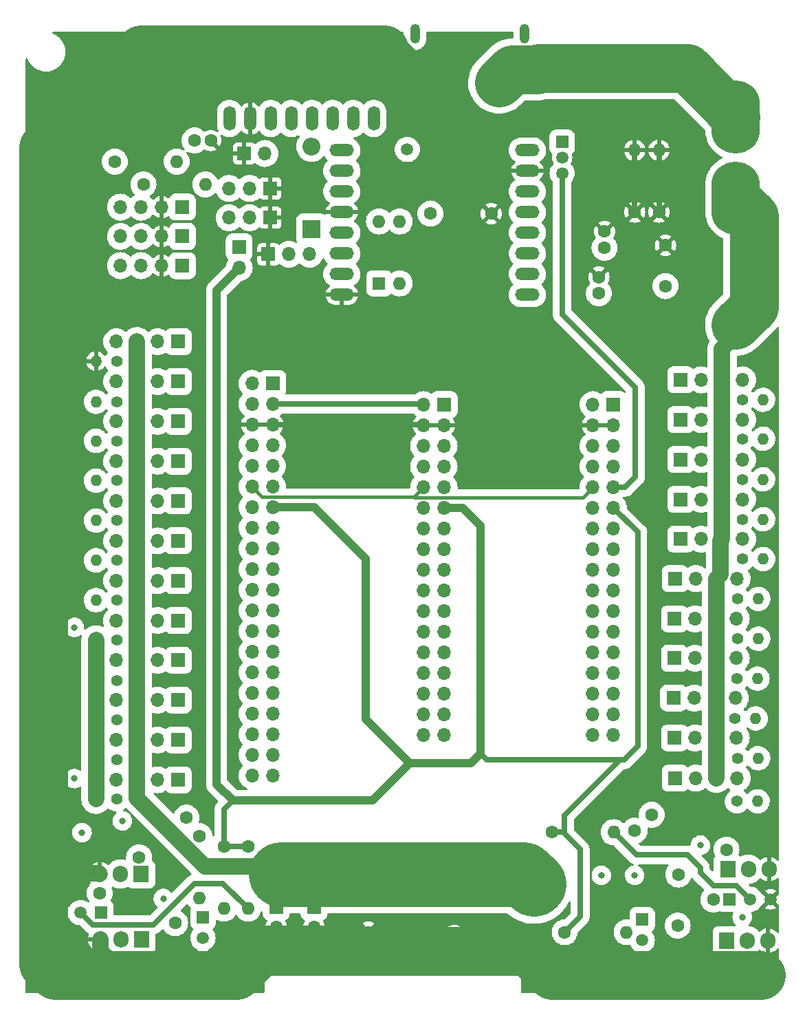
<source format=gbr>
%TF.GenerationSoftware,KiCad,Pcbnew,(6.0.5)*%
%TF.CreationDate,2022-12-18T21:16:11-03:00*%
%TF.ProjectId,HM_CENTRAL-01,484d5f43-454e-4545-9241-4c2d30312e6b,rev?*%
%TF.SameCoordinates,Original*%
%TF.FileFunction,Copper,L3,Inr*%
%TF.FilePolarity,Positive*%
%FSLAX46Y46*%
G04 Gerber Fmt 4.6, Leading zero omitted, Abs format (unit mm)*
G04 Created by KiCad (PCBNEW (6.0.5)) date 2022-12-18 21:16:11*
%MOMM*%
%LPD*%
G01*
G04 APERTURE LIST*
G04 Aperture macros list*
%AMHorizOval*
0 Thick line with rounded ends*
0 $1 width*
0 $2 $3 position (X,Y) of the first rounded end (center of the circle)*
0 $4 $5 position (X,Y) of the second rounded end (center of the circle)*
0 Add line between two ends*
20,1,$1,$2,$3,$4,$5,0*
0 Add two circle primitives to create the rounded ends*
1,1,$1,$2,$3*
1,1,$1,$4,$5*%
G04 Aperture macros list end*
%TA.AperFunction,ComponentPad*%
%ADD10R,1.700000X1.700000*%
%TD*%
%TA.AperFunction,ComponentPad*%
%ADD11O,1.700000X1.700000*%
%TD*%
%TA.AperFunction,ComponentPad*%
%ADD12R,4.000000X4.000000*%
%TD*%
%TA.AperFunction,ComponentPad*%
%ADD13C,4.000000*%
%TD*%
%TA.AperFunction,ComponentPad*%
%ADD14O,1.200000X2.400000*%
%TD*%
%TA.AperFunction,ComponentPad*%
%ADD15C,1.600000*%
%TD*%
%TA.AperFunction,ComponentPad*%
%ADD16O,1.600000X1.600000*%
%TD*%
%TA.AperFunction,ComponentPad*%
%ADD17R,2.200000X2.200000*%
%TD*%
%TA.AperFunction,ComponentPad*%
%ADD18O,2.200000X2.200000*%
%TD*%
%TA.AperFunction,ComponentPad*%
%ADD19R,1.500000X1.500000*%
%TD*%
%TA.AperFunction,ComponentPad*%
%ADD20C,1.500000*%
%TD*%
%TA.AperFunction,ComponentPad*%
%ADD21R,1.600000X1.600000*%
%TD*%
%TA.AperFunction,ComponentPad*%
%ADD22R,1.905000X2.000000*%
%TD*%
%TA.AperFunction,ComponentPad*%
%ADD23O,1.905000X2.000000*%
%TD*%
%TA.AperFunction,ComponentPad*%
%ADD24HorizOval,1.600000X0.000000X0.000000X0.000000X0.000000X0*%
%TD*%
%TA.AperFunction,ComponentPad*%
%ADD25HorizOval,1.600000X0.000000X0.000000X0.000000X0.000000X0*%
%TD*%
%TA.AperFunction,ComponentPad*%
%ADD26O,1.500000X3.000000*%
%TD*%
%TA.AperFunction,ComponentPad*%
%ADD27C,0.800000*%
%TD*%
%TA.AperFunction,ComponentPad*%
%ADD28HorizOval,0.800000X0.000000X0.000000X0.000000X0.000000X0*%
%TD*%
%TA.AperFunction,ComponentPad*%
%ADD29HorizOval,0.800000X0.000000X0.000000X0.000000X0.000000X0*%
%TD*%
%TA.AperFunction,ComponentPad*%
%ADD30O,6.000000X9.000000*%
%TD*%
%TA.AperFunction,ComponentPad*%
%ADD31HorizOval,1.600000X0.000000X0.000000X0.000000X0.000000X0*%
%TD*%
%TA.AperFunction,ComponentPad*%
%ADD32C,1.400000*%
%TD*%
%TA.AperFunction,ComponentPad*%
%ADD33O,1.400000X1.400000*%
%TD*%
%TA.AperFunction,ComponentPad*%
%ADD34O,3.000000X1.500000*%
%TD*%
%TA.AperFunction,ViaPad*%
%ADD35C,0.800000*%
%TD*%
%TA.AperFunction,ViaPad*%
%ADD36C,1.500000*%
%TD*%
%TA.AperFunction,Conductor*%
%ADD37C,6.000000*%
%TD*%
%TA.AperFunction,Conductor*%
%ADD38C,0.700000*%
%TD*%
%TA.AperFunction,Conductor*%
%ADD39C,2.000000*%
%TD*%
%TA.AperFunction,Conductor*%
%ADD40C,8.000000*%
%TD*%
%TA.AperFunction,Conductor*%
%ADD41C,0.400000*%
%TD*%
%TA.AperFunction,Conductor*%
%ADD42C,1.000000*%
%TD*%
G04 APERTURE END LIST*
D10*
%TO.N,R_KN_POT*%
%TO.C,M14*%
X150600000Y-104900000D03*
D11*
%TO.N,R_KN_PWM*%
X153140000Y-104900000D03*
%TO.N,SERVO_VCC*%
X155680000Y-104900000D03*
%TO.N,R_KN_CURRENT*%
X158220000Y-104900000D03*
%TD*%
D12*
%TO.N,Net-(J1-Pad1)*%
%TO.C,J1*%
X129100000Y-29165750D03*
D13*
%TO.N,GND*%
X121900000Y-29165750D03*
D14*
%TO.N,N/C*%
X132250000Y-23165750D03*
X118750000Y-23165750D03*
%TD*%
D10*
%TO.N,GND*%
%TO.C,J6*%
X100925000Y-42200000D03*
D11*
%TO.N,3V3*%
X98385000Y-42200000D03*
%TO.N,L_FT_ANGLE*%
X95845000Y-42200000D03*
%TD*%
D10*
%TO.N,3V3*%
%TO.C,J7*%
X90100000Y-51700000D03*
D11*
%TO.N,GND*%
X87560000Y-51700000D03*
%TO.N,SCL*%
X85020000Y-51700000D03*
%TO.N,SDA*%
X82480000Y-51700000D03*
%TD*%
D15*
%TO.N,Net-(Q3-Pad1)*%
%TO.C,R6*%
X155500000Y-129690000D03*
D16*
%TO.N,GND*%
X155500000Y-137310000D03*
%TD*%
D10*
%TO.N,HD_POT*%
%TO.C,M10*%
X89600000Y-61050000D03*
D11*
%TO.N,HD_PWM*%
X87060000Y-61050000D03*
%TO.N,SERVO_VCC*%
X84520000Y-61050000D03*
%TO.N,HD_CURRENT*%
X81980000Y-61050000D03*
%TD*%
D10*
%TO.N,L_KN_POT*%
%TO.C,M13*%
X89600000Y-105150000D03*
D11*
%TO.N,L_KN_PWM*%
X87060000Y-105150000D03*
%TO.N,SERVO_VCC*%
X84520000Y-105150000D03*
%TO.N,L_KN_CURRENT*%
X81980000Y-105150000D03*
%TD*%
D10*
%TO.N,L_HND_POT*%
%TO.C,M23*%
X89600000Y-85550000D03*
D11*
%TO.N,L_HND_PWM*%
X87060000Y-85550000D03*
%TO.N,SERVO_VCC*%
X84520000Y-85550000D03*
%TO.N,L_HND_CURRENT*%
X81980000Y-85550000D03*
%TD*%
D10*
%TO.N,3V3*%
%TO.C,J5*%
X90100000Y-44500000D03*
D11*
%TO.N,GND*%
X87560000Y-44500000D03*
%TO.N,SCL*%
X85020000Y-44500000D03*
%TO.N,SDA*%
X82480000Y-44500000D03*
%TD*%
D17*
%TO.N,Net-(D1-Pad1)*%
%TO.C,D1*%
X106025000Y-47180000D03*
D18*
%TO.N,SERVO_VCC*%
X106025000Y-37020000D03*
%TD*%
D15*
%TO.N,Net-(Q1-Pad1)*%
%TO.C,R4*%
X79910000Y-128900000D03*
D16*
%TO.N,GND*%
X72290000Y-128900000D03*
%TD*%
D15*
%TO.N,SDA*%
%TO.C,R41*%
X81790000Y-38900000D03*
D16*
%TO.N,3V3*%
X89410000Y-38900000D03*
%TD*%
D19*
%TO.N,Net-(Q7-Pad1)*%
%TO.C,Q7*%
X146740000Y-132160000D03*
D20*
%TO.N,Net-(Q7-Pad2)*%
X146740000Y-134700000D03*
%TO.N,GND*%
X146740000Y-137240000D03*
%TD*%
D15*
%TO.N,SERVO_VCC*%
%TO.C,C5*%
X149600000Y-54200000D03*
%TO.N,GND*%
X149600000Y-49200000D03*
%TD*%
%TO.N,3V3*%
%TO.C,C7*%
X91600000Y-36300000D03*
%TO.N,GND*%
X93600000Y-36300000D03*
%TD*%
D10*
%TO.N,R_ANK_POT*%
%TO.C,M20*%
X150700000Y-109800000D03*
D11*
%TO.N,R_ANK_PWM*%
X153240000Y-109800000D03*
%TO.N,SERVO_VCC*%
X155780000Y-109800000D03*
%TO.N,R_ANK_CURRENT*%
X158320000Y-109800000D03*
%TD*%
D15*
%TO.N,Net-(Q5-Pad1)*%
%TO.C,R8*%
X89200000Y-132590000D03*
D16*
%TO.N,GND*%
X89200000Y-140210000D03*
%TD*%
D10*
%TO.N,R_FT_ANGLE*%
%TO.C,J2*%
X101210000Y-66180000D03*
D11*
%TO.N,L_FT_ANGLE*%
X98670000Y-66180000D03*
%TO.N,3V3*%
X101210000Y-68720000D03*
X98670000Y-68720000D03*
%TO.N,GND*%
X101210000Y-71260000D03*
X98670000Y-71260000D03*
%TO.N,MAIN_RX*%
X101210000Y-73800000D03*
%TO.N,SCL*%
X98670000Y-73800000D03*
%TO.N,MAIN_TX*%
X101210000Y-76340000D03*
%TO.N,SDA*%
X98670000Y-76340000D03*
%TO.N,I_SENS*%
X101210000Y-78880000D03*
%TO.N,SERVO_VCC*%
X98670000Y-78880000D03*
%TO.N,SHUTOFF*%
X101210000Y-81420000D03*
%TO.N,HD_PWM*%
X98670000Y-81420000D03*
%TO.N,R_TX_PWM*%
X101210000Y-83960000D03*
%TO.N,L_TX_PWM*%
X98670000Y-83960000D03*
%TO.N,R_SH_PWM*%
X101210000Y-86500000D03*
%TO.N,L_SH_PWM*%
X98670000Y-86500000D03*
%TO.N,R_ELBR_PWM*%
X101210000Y-89040000D03*
%TO.N,L_ELBR_PWM*%
X98670000Y-89040000D03*
%TO.N,R_ELB_PWM*%
X101210000Y-91580000D03*
%TO.N,L_ELB_PWM*%
X98670000Y-91580000D03*
%TO.N,R_HND_PWM*%
X101210000Y-94120000D03*
%TO.N,L_HND_PWM*%
X98670000Y-94120000D03*
%TO.N,R_HP_PWM*%
X101210000Y-96660000D03*
%TO.N,L_HP_PWM*%
X98670000Y-96660000D03*
%TO.N,R_TG_PWM*%
X101210000Y-99200000D03*
%TO.N,L_TG_PWM*%
X98670000Y-99200000D03*
%TO.N,R_KNR_PWM*%
X101210000Y-101740000D03*
%TO.N,L_KNR_PWM*%
X98670000Y-101740000D03*
%TO.N,R_KN_PWM*%
X101210000Y-104280000D03*
%TO.N,L_KN_PWM*%
X98670000Y-104280000D03*
%TO.N,R_ANK_PWM*%
X101210000Y-106820000D03*
%TO.N,L_ANK_PWM*%
X98670000Y-106820000D03*
%TO.N,R_FT_PWM*%
X101210000Y-109360000D03*
%TO.N,L_FT_PWM*%
X98670000Y-109360000D03*
%TO.N,R_ARM_CONTROL*%
X101210000Y-111900000D03*
%TO.N,L_ARM_CONTROL*%
X98670000Y-111900000D03*
%TO.N,R_LEG_CONTROL*%
X101210000Y-114440000D03*
%TO.N,L_LEG_CONTROL*%
X98670000Y-114440000D03*
%TD*%
D15*
%TO.N,SCL*%
%TO.C,R40*%
X85300000Y-41700000D03*
D16*
%TO.N,3V3*%
X92920000Y-41700000D03*
%TD*%
D10*
%TO.N,R_TG_POT*%
%TO.C,M5*%
X150700000Y-95150000D03*
D11*
%TO.N,R_TG_PWM*%
X153240000Y-95150000D03*
%TO.N,SERVO_VCC*%
X155780000Y-95150000D03*
%TO.N,R_TG_CURRENT*%
X158320000Y-95150000D03*
%TD*%
D21*
%TO.N,MAIN_RX*%
%TO.C,SW1*%
X114325000Y-53867500D03*
D16*
%TO.N,MAIN_TX*%
X116865000Y-53867500D03*
%TO.N,CAM_RX*%
X116865000Y-46247500D03*
%TO.N,CAM_TX*%
X114325000Y-46247500D03*
%TD*%
D15*
%TO.N,SERVO_VCC*%
%TO.C,C2*%
X141400000Y-55100000D03*
%TO.N,GND*%
X141400000Y-53100000D03*
%TD*%
D22*
%TO.N,Net-(Q5-Pad1)*%
%TO.C,Q6*%
X85040000Y-134555000D03*
D23*
%TO.N,L_LEG_GND*%
X82500000Y-134555000D03*
%TO.N,GND*%
X79960000Y-134555000D03*
%TD*%
D15*
%TO.N,SHUTOFF*%
%TO.C,R7*%
X95200000Y-123190000D03*
D16*
%TO.N,Net-(Q5-Pad2)*%
X95200000Y-130810000D03*
%TD*%
D10*
%TO.N,L_HP_POT*%
%TO.C,M2*%
X89600000Y-90450000D03*
D11*
%TO.N,L_HP_PWM*%
X87060000Y-90450000D03*
%TO.N,SERVO_VCC*%
X84520000Y-90450000D03*
%TO.N,L_HP_CURRENT*%
X81980000Y-90450000D03*
%TD*%
D10*
%TO.N,R_TX_POT*%
%TO.C,M8*%
X151480000Y-65750000D03*
D11*
%TO.N,R_TX_PWM*%
X154020000Y-65750000D03*
%TO.N,SERVO_VCC*%
X156560000Y-65750000D03*
%TO.N,R_TX_CURRENT*%
X159100000Y-65750000D03*
%TD*%
D22*
%TO.N,Net-(Q7-Pad1)*%
%TO.C,Q8*%
X157160000Y-134745000D03*
D23*
%TO.N,R_LEG_GND*%
X159700000Y-134745000D03*
%TO.N,GND*%
X162240000Y-134745000D03*
%TD*%
D10*
%TO.N,L_KNR_POT*%
%TO.C,M6*%
X89600000Y-100250000D03*
D11*
%TO.N,L_KNR_PWM*%
X87060000Y-100250000D03*
%TO.N,SERVO_VCC*%
X84520000Y-100250000D03*
%TO.N,L_KNR_CURRENT*%
X81980000Y-100250000D03*
%TD*%
D10*
%TO.N,SERVO_VCC*%
%TO.C,M26*%
X101650000Y-130600000D03*
D11*
%TO.N,GND*%
X101650000Y-133140000D03*
%TD*%
D15*
%TO.N,SHUTOFF*%
%TO.C,R5*%
X135590000Y-121400000D03*
D16*
%TO.N,Net-(Q3-Pad2)*%
X143210000Y-121400000D03*
%TD*%
D10*
%TO.N,3V3*%
%TO.C,J4*%
X97100000Y-49400000D03*
D11*
%TO.N,SHUTOFF*%
X97100000Y-51940000D03*
%TD*%
D10*
%TO.N,L_TG_POT*%
%TO.C,M4*%
X89600000Y-95350000D03*
D11*
%TO.N,L_TG_PWM*%
X87060000Y-95350000D03*
%TO.N,SERVO_VCC*%
X84520000Y-95350000D03*
%TO.N,L_TG_CURRENT*%
X81980000Y-95350000D03*
%TD*%
D10*
%TO.N,R_FT_POT*%
%TO.C,M22*%
X150800000Y-114750000D03*
D11*
%TO.N,R_FT_PWM*%
X153340000Y-114750000D03*
%TO.N,SERVO_VCC*%
X155880000Y-114750000D03*
%TO.N,R_FT_CURRENT*%
X158420000Y-114750000D03*
%TD*%
D10*
%TO.N,3V3*%
%TO.C,J3*%
X122340000Y-68800000D03*
D11*
X119800000Y-68800000D03*
%TO.N,GND*%
X122340000Y-71340000D03*
X119800000Y-71340000D03*
%TO.N,SUB1_RX*%
X122340000Y-73880000D03*
%TO.N,SCL*%
X119800000Y-73880000D03*
%TO.N,SUB1_TX*%
X122340000Y-76420000D03*
%TO.N,SDA*%
X119800000Y-76420000D03*
%TO.N,I_SENS*%
X122340000Y-78960000D03*
%TO.N,SERVO_VCC*%
X119800000Y-78960000D03*
%TO.N,SHUTOFF*%
X122340000Y-81500000D03*
%TO.N,HD_POT*%
X119800000Y-81500000D03*
%TO.N,R_TX_POT*%
X122340000Y-84040000D03*
%TO.N,L_TX_POT*%
X119800000Y-84040000D03*
%TO.N,R_SH_POT*%
X122340000Y-86580000D03*
%TO.N,L_SH_POT*%
X119800000Y-86580000D03*
%TO.N,R_ELBR_POT*%
X122340000Y-89120000D03*
%TO.N,L_ELBR_POT*%
X119800000Y-89120000D03*
%TO.N,R_ELB_POT*%
X122340000Y-91660000D03*
%TO.N,L_ELB_POT*%
X119800000Y-91660000D03*
%TO.N,R_HND_POT*%
X122340000Y-94200000D03*
%TO.N,L_HND_POT*%
X119800000Y-94200000D03*
%TO.N,R_HP_POT*%
X122340000Y-96740000D03*
%TO.N,L_HP_POT*%
X119800000Y-96740000D03*
%TO.N,R_TG_POT*%
X122340000Y-99280000D03*
%TO.N,L_TG_POT*%
X119800000Y-99280000D03*
%TO.N,R_KNR_POT*%
X122340000Y-101820000D03*
%TO.N,L_KNR_POT*%
X119800000Y-101820000D03*
%TO.N,R_KN_POT*%
X122340000Y-104360000D03*
%TO.N,L_KN_POT*%
X119800000Y-104360000D03*
%TO.N,R_ANK_POT*%
X122340000Y-106900000D03*
%TO.N,L_ANK_POT*%
X119800000Y-106900000D03*
%TO.N,R_FT_POT*%
X122340000Y-109440000D03*
%TO.N,L_FT_POT*%
X119800000Y-109440000D03*
%TD*%
D15*
%TO.N,R_LEG_CONTROL*%
%TO.C,R39*%
X145800000Y-121205923D03*
D24*
%TO.N,Net-(Q7-Pad1)*%
X151188154Y-126594077D03*
%TD*%
D10*
%TO.N,3V3*%
%TO.C,J9*%
X90100000Y-48100000D03*
D11*
%TO.N,GND*%
X87560000Y-48100000D03*
%TO.N,SCL*%
X85020000Y-48100000D03*
%TO.N,SDA*%
X82480000Y-48100000D03*
%TD*%
D10*
%TO.N,3V3*%
%TO.C,J12*%
X143200000Y-68800000D03*
D11*
X140660000Y-68800000D03*
%TO.N,GND*%
X143200000Y-71340000D03*
X140660000Y-71340000D03*
%TO.N,SUB2_RX*%
X143200000Y-73880000D03*
%TO.N,SCL*%
X140660000Y-73880000D03*
%TO.N,SUB2_TX*%
X143200000Y-76420000D03*
%TO.N,SDA*%
X140660000Y-76420000D03*
%TO.N,I_SENS*%
X143200000Y-78960000D03*
%TO.N,SERVO_VCC*%
X140660000Y-78960000D03*
%TO.N,SHUTOFF*%
X143200000Y-81500000D03*
%TO.N,HD_CURRENT*%
X140660000Y-81500000D03*
%TO.N,R_TX_CURRENT*%
X143200000Y-84040000D03*
%TO.N,L_TX_CURRENT*%
X140660000Y-84040000D03*
%TO.N,R_SH_CURRENT*%
X143200000Y-86580000D03*
%TO.N,L_SH_CURRENT*%
X140660000Y-86580000D03*
%TO.N,R_ELBR_CURRENT*%
X143200000Y-89120000D03*
%TO.N,L_ELBR_CURRENT*%
X140660000Y-89120000D03*
%TO.N,R_ELB_CURRENT*%
X143200000Y-91660000D03*
%TO.N,L_ELB_CURRENT*%
X140660000Y-91660000D03*
%TO.N,R_HND_CURRENT*%
X143200000Y-94200000D03*
%TO.N,L_HND_CURRENT*%
X140660000Y-94200000D03*
%TO.N,R_HP_CURRENT*%
X143200000Y-96740000D03*
%TO.N,L_HP_CURRENT*%
X140660000Y-96740000D03*
%TO.N,R_TG_CURRENT*%
X143200000Y-99280000D03*
%TO.N,L_TG_CURRENT*%
X140660000Y-99280000D03*
%TO.N,R_KNR_CURRENT*%
X143200000Y-101820000D03*
%TO.N,L_KNR_CURRENT*%
X140660000Y-101820000D03*
%TO.N,R_KN_CURRENT*%
X143200000Y-104360000D03*
%TO.N,L_KN_CURRENT*%
X140660000Y-104360000D03*
%TO.N,R_ANK_CURRENT*%
X143200000Y-106900000D03*
%TO.N,L_ANK_CURRENT*%
X140660000Y-106900000D03*
%TO.N,R_FT_CURRENT*%
X143200000Y-109440000D03*
%TO.N,L_FT_CURRENT*%
X140660000Y-109440000D03*
%TD*%
D10*
%TO.N,SERVO_VCC*%
%TO.C,M25*%
X106300000Y-130600000D03*
D11*
%TO.N,GND*%
X106300000Y-133140000D03*
%TD*%
D19*
%TO.N,Net-(Q5-Pad1)*%
%TO.C,Q5*%
X92640000Y-131860000D03*
D20*
%TO.N,Net-(Q5-Pad2)*%
X92640000Y-134400000D03*
%TO.N,GND*%
X92640000Y-136940000D03*
%TD*%
D10*
%TO.N,GND*%
%TO.C,J8*%
X100925000Y-45800000D03*
D11*
%TO.N,3V3*%
X98385000Y-45800000D03*
%TO.N,R_FT_ANGLE*%
X95845000Y-45800000D03*
%TD*%
D15*
%TO.N,SERVO_VCC*%
%TO.C,C1*%
X133400000Y-127850000D03*
%TO.N,GND*%
X133400000Y-135350000D03*
%TD*%
D10*
%TO.N,L_ELB_POT*%
%TO.C,M17*%
X89600000Y-80650000D03*
D11*
%TO.N,L_ELB_PWM*%
X87060000Y-80650000D03*
%TO.N,SERVO_VCC*%
X84520000Y-80650000D03*
%TO.N,L_ELB_CURRENT*%
X81980000Y-80650000D03*
%TD*%
D15*
%TO.N,SHUTOFF*%
%TO.C,R3*%
X98200000Y-123190000D03*
D16*
%TO.N,Net-(Q1-Pad2)*%
X98200000Y-130810000D03*
%TD*%
D10*
%TO.N,R_ELBR_POT*%
%TO.C,M16*%
X151480000Y-75550000D03*
D11*
%TO.N,R_ELBR_PWM*%
X154020000Y-75550000D03*
%TO.N,SERVO_VCC*%
X156560000Y-75550000D03*
%TO.N,R_ELBR_CURRENT*%
X159100000Y-75550000D03*
%TD*%
D15*
%TO.N,L_LEG_CONTROL*%
%TO.C,R38*%
X92200000Y-121890000D03*
D16*
%TO.N,Net-(Q5-Pad1)*%
X92200000Y-129510000D03*
%TD*%
D15*
%TO.N,SERVO_VCC*%
%TO.C,C3*%
X142100000Y-49500000D03*
%TO.N,GND*%
X142100000Y-47500000D03*
%TD*%
D10*
%TO.N,L_ELBR_POT*%
%TO.C,M15*%
X89600000Y-75750000D03*
D11*
%TO.N,L_ELBR_PWM*%
X87060000Y-75750000D03*
%TO.N,SERVO_VCC*%
X84520000Y-75750000D03*
%TO.N,L_ELBR_CURRENT*%
X81980000Y-75750000D03*
%TD*%
D10*
%TO.N,L_TX_POT*%
%TO.C,M7*%
X89600000Y-65950000D03*
D11*
%TO.N,L_TX_PWM*%
X87060000Y-65950000D03*
%TO.N,SERVO_VCC*%
X84520000Y-65950000D03*
%TO.N,L_TX_CURRENT*%
X81980000Y-65950000D03*
%TD*%
D10*
%TO.N,R_HP_POT*%
%TO.C,M3*%
X150800000Y-90200000D03*
D11*
%TO.N,R_HP_PWM*%
X153340000Y-90200000D03*
%TO.N,SERVO_VCC*%
X155880000Y-90200000D03*
%TO.N,R_HP_CURRENT*%
X158420000Y-90200000D03*
%TD*%
D10*
%TO.N,R_SH_POT*%
%TO.C,M12*%
X151480000Y-70650000D03*
D11*
%TO.N,R_SH_PWM*%
X154020000Y-70650000D03*
%TO.N,SERVO_VCC*%
X156560000Y-70650000D03*
%TO.N,R_SH_CURRENT*%
X159100000Y-70650000D03*
%TD*%
D15*
%TO.N,SERVO_VCC*%
%TO.C,C4*%
X123600000Y-129100000D03*
%TO.N,GND*%
X123600000Y-134100000D03*
%TD*%
D10*
%TO.N,R_KNR_POT*%
%TO.C,M9*%
X150700000Y-100000000D03*
D11*
%TO.N,R_KNR_PWM*%
X153240000Y-100000000D03*
%TO.N,SERVO_VCC*%
X155780000Y-100000000D03*
%TO.N,R_KNR_CURRENT*%
X158320000Y-100000000D03*
%TD*%
D15*
%TO.N,R_ARM_CONTROL*%
%TO.C,R2*%
X147895957Y-119253100D03*
D25*
%TO.N,Net-(Q3-Pad1)*%
X157104044Y-123546902D03*
%TD*%
D10*
%TO.N,L_SH_POT*%
%TO.C,M11*%
X89600000Y-70850000D03*
D11*
%TO.N,L_SH_PWM*%
X87060000Y-70850000D03*
%TO.N,SERVO_VCC*%
X84520000Y-70850000D03*
%TO.N,L_SH_CURRENT*%
X81980000Y-70850000D03*
%TD*%
D22*
%TO.N,Net-(Q3-Pad1)*%
%TO.C,Q4*%
X157260000Y-125945000D03*
D23*
%TO.N,R_ARM_GND*%
X159800000Y-125945000D03*
%TO.N,GND*%
X162340000Y-125945000D03*
%TD*%
D10*
%TO.N,L_FT_POT*%
%TO.C,M21*%
X89600000Y-114950000D03*
D11*
%TO.N,L_FT_PWM*%
X87060000Y-114950000D03*
%TO.N,SERVO_VCC*%
X84520000Y-114950000D03*
%TO.N,L_FT_CURRENT*%
X81980000Y-114950000D03*
%TD*%
D10*
%TO.N,R_HND_POT*%
%TO.C,M24*%
X151480000Y-85350000D03*
D11*
%TO.N,R_HND_PWM*%
X154020000Y-85350000D03*
%TO.N,SERVO_VCC*%
X156560000Y-85350000D03*
%TO.N,R_HND_CURRENT*%
X159100000Y-85350000D03*
%TD*%
D15*
%TO.N,3V3*%
%TO.C,C8*%
X120650000Y-45300000D03*
%TO.N,GND*%
X128150000Y-45300000D03*
%TD*%
%TO.N,SERVO_VCC*%
%TO.C,C6*%
X113000000Y-128700000D03*
%TO.N,GND*%
X113000000Y-133700000D03*
%TD*%
%TO.N,Net-(Q7-Pad1)*%
%TO.C,R10*%
X151100000Y-132890000D03*
D16*
%TO.N,GND*%
X151100000Y-140510000D03*
%TD*%
D26*
%TO.N,unconnected-(U3-PadADO)*%
%TO.C,U3*%
X111150000Y-33600370D03*
%TO.N,GND*%
X98450000Y-33600370D03*
%TO.N,unconnected-(U3-PadINT)*%
X113690000Y-33600370D03*
%TO.N,SCL*%
X100990000Y-33600370D03*
%TO.N,SDA*%
X103530000Y-33600370D03*
%TO.N,3V3*%
X95910000Y-33600370D03*
%TO.N,unconnected-(U3-PadXCL)*%
X106070000Y-33600370D03*
%TO.N,unconnected-(U3-PadXDA)*%
X108610000Y-33600370D03*
%TD*%
D19*
%TO.N,3V3*%
%TO.C,U1*%
X136875000Y-36500000D03*
D20*
%TO.N,GND*%
X136875000Y-38410000D03*
%TO.N,I_SENS*%
X136875000Y-40320000D03*
D27*
%TO.N,SERVO_VCC*%
X160325000Y-45410000D03*
D28*
X157645000Y-39460000D03*
D27*
X156615000Y-40210000D03*
X156615000Y-46610000D03*
X156225000Y-45410000D03*
X159935000Y-40210000D03*
X156225000Y-42740000D03*
X160325000Y-41410000D03*
X158905000Y-47360000D03*
D29*
X158905000Y-39460000D03*
D27*
X159935000Y-46610000D03*
X160325000Y-42740000D03*
X156225000Y-44080000D03*
X156225000Y-41410000D03*
D30*
X158275000Y-43410000D03*
D27*
X157645000Y-47360000D03*
X160325000Y-44080000D03*
%TO.N,Net-(J1-Pad1)*%
X156615000Y-30210000D03*
D30*
X158275000Y-33410000D03*
D27*
X159935000Y-36610000D03*
D29*
X157645000Y-37360000D03*
D27*
X160325000Y-31410000D03*
X160325000Y-34080000D03*
X156615000Y-36610000D03*
X156225000Y-35410000D03*
X158905000Y-29460000D03*
X160325000Y-35410000D03*
X156225000Y-31410000D03*
X156225000Y-34080000D03*
D28*
X158905000Y-37360000D03*
D27*
X159935000Y-30210000D03*
X157645000Y-29460000D03*
X160325000Y-32740000D03*
X156225000Y-32740000D03*
%TD*%
D10*
%TO.N,R_ELB_POT*%
%TO.C,M18*%
X151480000Y-80450000D03*
D11*
%TO.N,R_ELB_PWM*%
X154020000Y-80450000D03*
%TO.N,SERVO_VCC*%
X156560000Y-80450000D03*
%TO.N,R_ELB_CURRENT*%
X159100000Y-80450000D03*
%TD*%
D22*
%TO.N,Net-(Q1-Pad1)*%
%TO.C,Q2*%
X85000000Y-126555000D03*
D23*
%TO.N,L_ARM_GND*%
X82460000Y-126555000D03*
%TO.N,GND*%
X79920000Y-126555000D03*
%TD*%
D10*
%TO.N,L_ANK_POT*%
%TO.C,M19*%
X89600000Y-110050000D03*
D11*
%TO.N,L_ANK_PWM*%
X87060000Y-110050000D03*
%TO.N,SERVO_VCC*%
X84520000Y-110050000D03*
%TO.N,L_ANK_CURRENT*%
X81980000Y-110050000D03*
%TD*%
D15*
%TO.N,L_ARM_CONTROL*%
%TO.C,R1*%
X90600000Y-119600000D03*
D31*
%TO.N,Net-(Q1-Pad1)*%
X84762741Y-124498042D03*
%TD*%
D32*
%TO.N,L_TX_CURRENT*%
%TO.C,R13*%
X82000000Y-68450000D03*
D33*
%TO.N,L_ARM_GND*%
X79460000Y-68450000D03*
%TD*%
D15*
%TO.N,GND*%
%TO.C,R34*%
X145800000Y-45110000D03*
D16*
X145800000Y-37490000D03*
%TD*%
D10*
%TO.N,GND*%
%TO.C,J10*%
X100700000Y-50300000D03*
D11*
%TO.N,CAM_TX*%
X103240000Y-50300000D03*
%TO.N,CAM_RX*%
X105780000Y-50300000D03*
%TD*%
D34*
%TO.N,SCL*%
%TO.C,M1*%
X132600000Y-55260930D03*
%TO.N,unconnected-(M1-Pad2)*%
X132600000Y-52720930D03*
%TO.N,unconnected-(M1-Pad3)*%
X132600000Y-50180930D03*
%TO.N,unconnected-(M1-Pad4)*%
X132600000Y-47640930D03*
%TO.N,unconnected-(M1-Pad5)*%
X132600000Y-45100930D03*
%TO.N,unconnected-(M1-Pad6)*%
X132600000Y-42560930D03*
%TO.N,GND*%
X132600000Y-40020930D03*
%TO.N,unconnected-(M1-Pad8)*%
X132600000Y-37480930D03*
%TO.N,unconnected-(M1-Pad9)*%
X109740000Y-37480930D03*
%TO.N,SDA*%
X109740000Y-40020930D03*
%TO.N,Net-(J11-Pad2)*%
X109740000Y-42560930D03*
%TO.N,GND*%
X109740000Y-45100930D03*
%TO.N,Net-(D1-Pad1)*%
X109740000Y-47640930D03*
%TO.N,CAM_RX*%
X109740000Y-50180930D03*
%TO.N,CAM_TX*%
X109740000Y-52720930D03*
%TO.N,GND*%
X109740000Y-55260930D03*
%TD*%
D32*
%TO.N,L_ELBR_CURRENT*%
%TO.C,R21*%
X82000000Y-78150000D03*
D33*
%TO.N,L_ARM_GND*%
X79460000Y-78150000D03*
%TD*%
D32*
%TO.N,R_HP_CURRENT*%
%TO.C,R12*%
X158480000Y-92700000D03*
D33*
%TO.N,R_LEG_GND*%
X161020000Y-92700000D03*
%TD*%
D32*
%TO.N,L_SH_CURRENT*%
%TO.C,R17*%
X82000000Y-73250000D03*
D33*
%TO.N,L_ARM_GND*%
X79460000Y-73250000D03*
%TD*%
D32*
%TO.N,L_HND_CURRENT*%
%TO.C,R32*%
X82000000Y-87950000D03*
D33*
%TO.N,L_ARM_GND*%
X79460000Y-87950000D03*
%TD*%
D32*
%TO.N,R_TX_CURRENT*%
%TO.C,R14*%
X159080000Y-68200000D03*
D33*
%TO.N,R_ARM_GND*%
X161620000Y-68200000D03*
%TD*%
D32*
%TO.N,L_KNR_CURRENT*%
%TO.C,R19*%
X82000000Y-102750000D03*
D33*
%TO.N,L_LEG_GND*%
X79460000Y-102750000D03*
%TD*%
D32*
%TO.N,R_HND_CURRENT*%
%TO.C,R33*%
X159080000Y-87800000D03*
D33*
%TO.N,R_ARM_GND*%
X161620000Y-87800000D03*
%TD*%
D32*
%TO.N,R_TG_CURRENT*%
%TO.C,R16*%
X158480000Y-97600000D03*
D33*
%TO.N,R_LEG_GND*%
X161020000Y-97600000D03*
%TD*%
D32*
%TO.N,L_HP_CURRENT*%
%TO.C,R11*%
X82000000Y-92850000D03*
D33*
%TO.N,L_LEG_GND*%
X79460000Y-92850000D03*
%TD*%
D19*
%TO.N,Net-(Q1-Pad1)*%
%TO.C,Q1*%
X80100000Y-131300000D03*
D20*
%TO.N,Net-(Q1-Pad2)*%
X77560000Y-131300000D03*
%TO.N,GND*%
X75020000Y-131300000D03*
%TD*%
D15*
%TO.N,GND*%
%TO.C,R35*%
X148800000Y-45110000D03*
D16*
X148800000Y-37490000D03*
%TD*%
D32*
%TO.N,R_ELB_CURRENT*%
%TO.C,R27*%
X159080000Y-82900000D03*
D33*
%TO.N,R_ARM_GND*%
X161620000Y-82900000D03*
%TD*%
D32*
%TO.N,R_SH_CURRENT*%
%TO.C,R18*%
X159080000Y-73000000D03*
D33*
%TO.N,R_ARM_GND*%
X161620000Y-73000000D03*
%TD*%
D32*
%TO.N,R_KNR_CURRENT*%
%TO.C,R20*%
X158380000Y-102500000D03*
D33*
%TO.N,R_LEG_GND*%
X160920000Y-102500000D03*
%TD*%
D32*
%TO.N,R_ELBR_CURRENT*%
%TO.C,R22*%
X159080000Y-78000000D03*
D33*
%TO.N,R_ARM_GND*%
X161620000Y-78000000D03*
%TD*%
D15*
%TO.N,SHUTOFF*%
%TO.C,R9*%
X137190000Y-133700000D03*
D16*
%TO.N,Net-(Q7-Pad2)*%
X144810000Y-133700000D03*
%TD*%
D32*
%TO.N,L_ELB_CURRENT*%
%TO.C,R26*%
X82000000Y-83050000D03*
D33*
%TO.N,L_ARM_GND*%
X79460000Y-83050000D03*
%TD*%
D32*
%TO.N,L_ANK_CURRENT*%
%TO.C,R28*%
X82000000Y-112450000D03*
D33*
%TO.N,L_LEG_GND*%
X79460000Y-112450000D03*
%TD*%
D32*
%TO.N,L_KN_CURRENT*%
%TO.C,R24*%
X82000000Y-107550000D03*
D33*
%TO.N,L_LEG_GND*%
X79460000Y-107550000D03*
%TD*%
D19*
%TO.N,Net-(Q3-Pad1)*%
%TO.C,Q3*%
X157460000Y-129660000D03*
D20*
%TO.N,Net-(Q3-Pad2)*%
X160000000Y-129660000D03*
%TO.N,GND*%
X162540000Y-129660000D03*
%TD*%
D32*
%TO.N,R_FT_CURRENT*%
%TO.C,R31*%
X158400000Y-117600000D03*
D33*
%TO.N,R_LEG_GND*%
X160940000Y-117600000D03*
%TD*%
D32*
%TO.N,R_ANK_CURRENT*%
%TO.C,R29*%
X158480000Y-112300000D03*
D33*
%TO.N,R_LEG_GND*%
X161020000Y-112300000D03*
%TD*%
D32*
%TO.N,R_KN_CURRENT*%
%TO.C,R25*%
X158180000Y-107400000D03*
D33*
%TO.N,R_LEG_GND*%
X160720000Y-107400000D03*
%TD*%
D10*
%TO.N,GND*%
%TO.C,J11*%
X97725000Y-37900000D03*
D11*
%TO.N,Net-(J11-Pad2)*%
X100265000Y-37900000D03*
%TD*%
D32*
%TO.N,L_TG_CURRENT*%
%TO.C,R15*%
X82000000Y-97750000D03*
D33*
%TO.N,L_LEG_GND*%
X79460000Y-97750000D03*
%TD*%
D32*
%TO.N,HD_CURRENT*%
%TO.C,R23*%
X82000000Y-63450000D03*
D33*
%TO.N,GND*%
X79460000Y-63450000D03*
%TD*%
D32*
%TO.N,L_FT_CURRENT*%
%TO.C,R30*%
X82000000Y-117350000D03*
D33*
%TO.N,L_LEG_GND*%
X79460000Y-117350000D03*
%TD*%
D35*
%TO.N,Net-(J1-Pad1)*%
X137434730Y-27565270D03*
X145834730Y-27565270D03*
X153932500Y-29067500D03*
X132734730Y-27565270D03*
X141600000Y-27600000D03*
X150334730Y-27565270D03*
%TO.N,GND*%
X72650020Y-109249980D03*
X73000020Y-70899980D03*
X72650020Y-96049980D03*
X79100000Y-31300000D03*
X72500020Y-117399980D03*
X72650020Y-90149980D03*
X72500020Y-81399980D03*
X78500000Y-139000000D03*
X81400000Y-29000000D03*
X73000020Y-46799980D03*
X73000020Y-73499980D03*
X95099980Y-25100020D03*
X73000000Y-131200000D03*
X139600000Y-139000000D03*
X73000020Y-53299980D03*
X73000020Y-64199980D03*
X156800000Y-139400000D03*
X73000020Y-59799980D03*
X73100000Y-50000000D03*
X91099980Y-25100020D03*
X76300000Y-34100000D03*
X72650020Y-113249980D03*
X72650020Y-101949980D03*
X72650020Y-93049980D03*
X72650020Y-120949980D03*
X73000020Y-44199980D03*
X113899980Y-25100020D03*
X109199980Y-25100020D03*
X74400000Y-40200000D03*
X85100000Y-25800000D03*
X100499980Y-25100020D03*
X73000020Y-67699980D03*
X105199980Y-25100020D03*
X72650020Y-98649980D03*
X72650020Y-87349980D03*
X116855459Y-27544541D03*
X148600000Y-139400000D03*
X73000020Y-76799980D03*
X72650020Y-105349980D03*
X73000020Y-57099980D03*
%TO.N,L_LEG_GND*%
X87750000Y-129550000D03*
X82700000Y-120000000D03*
%TO.N,R_LEG_GND*%
X153900000Y-123000000D03*
X159050000Y-131850000D03*
%TO.N,L_ARM_GND*%
X76800000Y-96200000D03*
X77750000Y-121450000D03*
X76800000Y-114800000D03*
D36*
%TO.N,3V3*%
X117800000Y-37400000D03*
D35*
%TO.N,SERVO_VCC*%
X141700000Y-126700000D03*
X145800000Y-126700000D03*
%TD*%
D37*
%TO.N,Net-(J1-Pad1)*%
X133823812Y-27565270D02*
X133989082Y-27400000D01*
X130700480Y-27565270D02*
X133823812Y-27565270D01*
X129100000Y-29165750D02*
X130700480Y-27565270D01*
X133989082Y-27400000D02*
X152265000Y-27400000D01*
X152265000Y-27400000D02*
X158275000Y-33410000D01*
%TO.N,GND*%
X132600000Y-136000000D02*
X135599980Y-138999980D01*
X73000020Y-85600000D02*
X73000020Y-128399980D01*
X73000020Y-128399980D02*
X73000020Y-137600000D01*
X114950480Y-25100000D02*
X85000000Y-25100000D01*
D38*
X101210000Y-71260000D02*
X119800000Y-71260000D01*
D37*
X121900000Y-29465750D02*
X118776668Y-29465750D01*
X73000020Y-137600000D02*
X74400000Y-138999980D01*
D38*
X145800000Y-37490000D02*
X145800000Y-45110000D01*
D37*
X118776668Y-29465750D02*
X114950480Y-25639562D01*
X135800000Y-138999980D02*
X161399980Y-138999980D01*
D38*
X148800000Y-37490000D02*
X148800000Y-45110000D01*
D37*
X99757332Y-136000000D02*
X132600000Y-136000000D01*
X93700000Y-138999980D02*
X96757352Y-138999980D01*
D39*
X79865000Y-126500000D02*
X74900000Y-126500000D01*
D37*
X96757352Y-138999980D02*
X99757332Y-136000000D01*
D39*
X79960000Y-134555000D02*
X79960000Y-137540000D01*
X79960000Y-137540000D02*
X78500000Y-139000000D01*
D37*
X135599980Y-138999980D02*
X135800000Y-138999980D01*
D39*
X74900000Y-126500000D02*
X73000020Y-128399980D01*
D37*
X114950480Y-25639562D02*
X114950480Y-25100000D01*
X75000000Y-35100000D02*
X73000020Y-37099980D01*
X73000020Y-37099980D02*
X73000020Y-85600000D01*
X85000000Y-25100000D02*
X75000000Y-35100000D01*
D39*
X79920000Y-126555000D02*
X79865000Y-126500000D01*
D37*
X74400000Y-138999980D02*
X93700000Y-138999980D01*
D39*
%TO.N,L_LEG_GND*%
X79460000Y-107550000D02*
X79460000Y-102750000D01*
X79460000Y-102750000D02*
X79460000Y-97750000D01*
X79460000Y-117350000D02*
X79460000Y-112450000D01*
X79460000Y-112450000D02*
X79460000Y-107550000D01*
D38*
%TO.N,3V3*%
X101210000Y-68720000D02*
X119800000Y-68720000D01*
%TO.N,I_SENS*%
X144640000Y-78960000D02*
X145900000Y-77700000D01*
X143200000Y-78960000D02*
X144640000Y-78960000D01*
X145900000Y-77700000D02*
X145900000Y-66700000D01*
X145900000Y-66700000D02*
X136875000Y-57675000D01*
X136875000Y-57675000D02*
X136875000Y-40320000D01*
D39*
%TO.N,SERVO_VCC*%
X101800000Y-126600000D02*
X100800000Y-125600000D01*
X100800000Y-125600000D02*
X92900000Y-125600000D01*
D37*
X160500000Y-56750000D02*
X160500000Y-45635000D01*
D39*
X158900000Y-59600000D02*
X158275000Y-58975000D01*
X84520000Y-100250000D02*
X84520000Y-85550000D01*
D40*
X102300000Y-126600000D02*
X132150000Y-126600000D01*
D39*
X156560000Y-65750000D02*
X156560000Y-75550000D01*
X156560000Y-61940000D02*
X158900000Y-59600000D01*
X156560000Y-85350000D02*
X156370489Y-85539511D01*
X84520000Y-105150000D02*
X84520000Y-100250000D01*
D41*
X118630489Y-80129511D02*
X99919511Y-80129511D01*
X118630489Y-80129511D02*
X118710489Y-80209511D01*
D37*
X158275000Y-58975000D02*
X160500000Y-56750000D01*
D39*
X92900000Y-125600000D02*
X84520000Y-117220000D01*
X156560000Y-65750000D02*
X156560000Y-61940000D01*
X156370489Y-85539511D02*
X156370489Y-89709511D01*
X156370489Y-89709511D02*
X155880000Y-90200000D01*
D41*
X119800000Y-78960000D02*
X118630489Y-80129511D01*
X139410489Y-80209511D02*
X140660000Y-78960000D01*
X118710489Y-80209511D02*
X139410489Y-80209511D01*
D39*
X156560000Y-75550000D02*
X156560000Y-85350000D01*
D41*
X99919511Y-80129511D02*
X98670000Y-78880000D01*
D39*
X84520000Y-114950000D02*
X84520000Y-110050000D01*
X102300000Y-126600000D02*
X101800000Y-126600000D01*
X155880000Y-90200000D02*
X155880000Y-114750000D01*
X84520000Y-85550000D02*
X84520000Y-61050000D01*
D37*
X160500000Y-45635000D02*
X158275000Y-43410000D01*
D39*
X84520000Y-110050000D02*
X84520000Y-105150000D01*
X84520000Y-117220000D02*
X84520000Y-114950000D01*
D40*
X132150000Y-126600000D02*
X133400000Y-127850000D01*
D38*
%TO.N,Net-(Q1-Pad2)*%
X98200000Y-130810000D02*
X95090000Y-127700000D01*
X79060000Y-132800000D02*
X77560000Y-131300000D01*
X91600000Y-127700000D02*
X86500000Y-132800000D01*
X95090000Y-127700000D02*
X91600000Y-127700000D01*
X86500000Y-132800000D02*
X79060000Y-132800000D01*
%TO.N,Net-(Q3-Pad2)*%
X143210000Y-121400000D02*
X146010000Y-124200000D01*
X153900000Y-125800000D02*
X153900000Y-126400000D01*
X155500000Y-128000000D02*
X158340000Y-128000000D01*
X152300000Y-124200000D02*
X153900000Y-125800000D01*
X146010000Y-124200000D02*
X152300000Y-124200000D01*
X158340000Y-128000000D02*
X160000000Y-129660000D01*
X153900000Y-126400000D02*
X155500000Y-128000000D01*
D42*
%TO.N,SHUTOFF*%
X113500000Y-117500000D02*
X96300000Y-117500000D01*
X94300000Y-115500000D02*
X94300000Y-54740000D01*
D38*
X137190000Y-119310000D02*
X144000000Y-112500000D01*
X127600000Y-112500000D02*
X126800000Y-111700000D01*
X135590000Y-121400000D02*
X137000000Y-121400000D01*
X143200000Y-81500000D02*
X146200000Y-84500000D01*
X98200000Y-123190000D02*
X95200000Y-123190000D01*
D42*
X124600000Y-81500000D02*
X122340000Y-81500000D01*
D38*
X139100000Y-123500000D02*
X137190000Y-121590000D01*
X95200000Y-123190000D02*
X95200000Y-118600000D01*
D42*
X118100000Y-112900000D02*
X125600000Y-112900000D01*
X118100000Y-112900000D02*
X113500000Y-117500000D01*
D38*
X139100000Y-131790000D02*
X139100000Y-123500000D01*
D42*
X96300000Y-117500000D02*
X94300000Y-115500000D01*
D38*
X146200000Y-110800000D02*
X144500000Y-112500000D01*
X137190000Y-121590000D02*
X137190000Y-119310000D01*
X144500000Y-112500000D02*
X144000000Y-112500000D01*
D42*
X112700000Y-107500000D02*
X118100000Y-112900000D01*
D38*
X146200000Y-84500000D02*
X146200000Y-110800000D01*
X144000000Y-112500000D02*
X127600000Y-112500000D01*
X137190000Y-133700000D02*
X139100000Y-131790000D01*
X137000000Y-121400000D02*
X137190000Y-121590000D01*
D42*
X112700000Y-87800000D02*
X112700000Y-107500000D01*
X126800000Y-111700000D02*
X126800000Y-83700000D01*
X94300000Y-54740000D02*
X97100000Y-51940000D01*
X126800000Y-83700000D02*
X124600000Y-81500000D01*
X125600000Y-112900000D02*
X126800000Y-111700000D01*
X106320000Y-81420000D02*
X112700000Y-87800000D01*
X101210000Y-81420000D02*
X106320000Y-81420000D01*
D38*
X95200000Y-118600000D02*
X96300000Y-117500000D01*
%TD*%
%TA.AperFunction,Conductor*%
%TO.N,GND*%
G36*
X117291621Y-22920502D02*
G01*
X117338114Y-22974158D01*
X117349500Y-23026500D01*
X117349500Y-23825430D01*
X117353548Y-23873131D01*
X117364080Y-23997255D01*
X117364531Y-24002573D01*
X117365869Y-24007728D01*
X117365870Y-24007734D01*
X117391289Y-24105669D01*
X117424240Y-24232624D01*
X117443216Y-24274749D01*
X117516022Y-24436372D01*
X117521857Y-24449326D01*
X117654591Y-24646482D01*
X117658270Y-24650339D01*
X117658272Y-24650341D01*
X117713811Y-24708561D01*
X117818645Y-24818455D01*
X118009330Y-24960329D01*
X118221193Y-25068045D01*
X118226284Y-25069626D01*
X118226287Y-25069627D01*
X118443081Y-25136943D01*
X118448176Y-25138525D01*
X118453465Y-25139226D01*
X118678506Y-25169054D01*
X118678509Y-25169054D01*
X118683789Y-25169754D01*
X118689118Y-25169554D01*
X118689119Y-25169554D01*
X118786159Y-25165911D01*
X118921295Y-25160837D01*
X119153904Y-25112031D01*
X119158863Y-25110073D01*
X119158865Y-25110072D01*
X119369998Y-25026691D01*
X119370000Y-25026690D01*
X119374963Y-25024730D01*
X119417703Y-24998795D01*
X119573593Y-24904198D01*
X119573592Y-24904198D01*
X119578153Y-24901431D01*
X119732809Y-24767228D01*
X119753631Y-24749160D01*
X119753633Y-24749158D01*
X119757664Y-24745660D01*
X119761047Y-24741534D01*
X119761051Y-24741530D01*
X119904977Y-24565998D01*
X119908362Y-24561870D01*
X119937817Y-24510126D01*
X120023302Y-24359949D01*
X120025939Y-24355317D01*
X120107034Y-24131906D01*
X120116987Y-24076864D01*
X120148588Y-23902109D01*
X120148589Y-23902102D01*
X120149326Y-23898025D01*
X120150500Y-23873131D01*
X120150500Y-23026500D01*
X120170502Y-22958379D01*
X120224158Y-22911886D01*
X120276500Y-22900500D01*
X130723500Y-22900500D01*
X130791621Y-22920502D01*
X130838114Y-22974158D01*
X130849500Y-23026500D01*
X130849500Y-23636642D01*
X130829498Y-23704763D01*
X130775842Y-23751256D01*
X130718554Y-23762545D01*
X130653987Y-23760008D01*
X130650744Y-23760215D01*
X130650733Y-23760215D01*
X130482472Y-23770949D01*
X130480936Y-23771038D01*
X130425171Y-23773912D01*
X130309298Y-23779883D01*
X130291951Y-23782584D01*
X130280602Y-23783826D01*
X130271429Y-23784411D01*
X130263081Y-23784944D01*
X130093550Y-23813466D01*
X130092056Y-23813708D01*
X129925465Y-23839646D01*
X129925462Y-23839647D01*
X129922261Y-23840145D01*
X129919133Y-23840968D01*
X129919126Y-23840970D01*
X129905282Y-23844615D01*
X129894106Y-23847021D01*
X129879994Y-23849395D01*
X129879991Y-23849396D01*
X129876809Y-23849931D01*
X129873703Y-23850789D01*
X129873696Y-23850791D01*
X129711160Y-23895714D01*
X129709674Y-23896115D01*
X129686907Y-23902109D01*
X129543468Y-23939873D01*
X129535064Y-23943040D01*
X129527052Y-23946059D01*
X129516190Y-23949599D01*
X129502389Y-23953414D01*
X129502384Y-23953416D01*
X129499264Y-23954278D01*
X129496247Y-23955457D01*
X129496248Y-23955457D01*
X129339244Y-24016828D01*
X129337807Y-24017380D01*
X129179970Y-24076864D01*
X129179963Y-24076867D01*
X129176933Y-24078009D01*
X129174030Y-24079459D01*
X129174022Y-24079463D01*
X129161226Y-24085857D01*
X129150787Y-24090495D01*
X129134444Y-24096883D01*
X129051539Y-24139582D01*
X128981735Y-24175533D01*
X128980389Y-24176216D01*
X128826539Y-24253091D01*
X128823809Y-24254827D01*
X128811725Y-24262510D01*
X128801817Y-24268196D01*
X128786215Y-24276232D01*
X128783510Y-24277999D01*
X128783501Y-24278004D01*
X128642257Y-24370256D01*
X128640963Y-24371089D01*
X128518607Y-24448889D01*
X128495999Y-24463264D01*
X128482282Y-24474116D01*
X128482237Y-24474152D01*
X128472970Y-24480823D01*
X128458266Y-24490427D01*
X128438358Y-24506577D01*
X128324816Y-24598685D01*
X128323615Y-24599647D01*
X128191362Y-24704282D01*
X128191347Y-24704295D01*
X128188813Y-24706300D01*
X128186492Y-24708561D01*
X128176235Y-24718552D01*
X128167701Y-24726142D01*
X128154073Y-24737198D01*
X128152311Y-24738870D01*
X128152302Y-24738878D01*
X128149986Y-24741076D01*
X128149390Y-24741642D01*
X128031528Y-24859504D01*
X128030356Y-24860662D01*
X127908237Y-24979625D01*
X127906158Y-24982116D01*
X127906155Y-24982119D01*
X127895861Y-24994452D01*
X127888225Y-25002806D01*
X126343403Y-26547628D01*
X126146720Y-26765685D01*
X125915655Y-27081973D01*
X125718326Y-27420338D01*
X125716990Y-27423291D01*
X125716988Y-27423294D01*
X125682381Y-27499763D01*
X125556824Y-27777195D01*
X125432859Y-28148762D01*
X125432159Y-28151908D01*
X125432157Y-28151914D01*
X125362726Y-28463816D01*
X125347747Y-28531104D01*
X125302386Y-28920170D01*
X125297259Y-29311837D01*
X125332419Y-29701956D01*
X125407495Y-30086395D01*
X125521690Y-30461081D01*
X125522952Y-30464075D01*
X125522952Y-30464076D01*
X125646014Y-30756114D01*
X125673795Y-30822042D01*
X125862199Y-31165456D01*
X125864036Y-31168113D01*
X125864036Y-31168114D01*
X126083063Y-31485021D01*
X126083071Y-31485031D01*
X126084905Y-31487685D01*
X126207806Y-31631330D01*
X126306474Y-31746651D01*
X126339554Y-31785315D01*
X126623449Y-32055192D01*
X126714463Y-32125409D01*
X126861120Y-32238554D01*
X126933580Y-32294457D01*
X127266664Y-32500575D01*
X127619171Y-32671363D01*
X127622213Y-32672467D01*
X127622222Y-32672471D01*
X127984310Y-32803903D01*
X127984315Y-32803904D01*
X127987366Y-32805012D01*
X127990509Y-32805799D01*
X127990517Y-32805801D01*
X128177357Y-32852558D01*
X128367349Y-32900105D01*
X128370571Y-32900566D01*
X128370574Y-32900567D01*
X128751874Y-32955173D01*
X128751877Y-32955173D01*
X128755094Y-32955634D01*
X129146493Y-32971012D01*
X129149736Y-32970805D01*
X129149745Y-32970805D01*
X129448940Y-32951719D01*
X129537399Y-32946076D01*
X129686060Y-32921065D01*
X129920476Y-32881627D01*
X129920485Y-32881625D01*
X129923671Y-32881089D01*
X129926787Y-32880228D01*
X129926795Y-32880226D01*
X130138672Y-32821666D01*
X130301217Y-32776741D01*
X130304229Y-32775564D01*
X130304234Y-32775562D01*
X130663007Y-32635321D01*
X130666036Y-32634137D01*
X130668921Y-32632651D01*
X130668928Y-32632648D01*
X131011378Y-32456275D01*
X131011380Y-32456274D01*
X131014265Y-32454788D01*
X131016970Y-32453021D01*
X131016979Y-32453016D01*
X131262788Y-32292469D01*
X131342214Y-32240593D01*
X131344723Y-32238558D01*
X131344728Y-32238554D01*
X131644497Y-31995372D01*
X131644505Y-31995365D01*
X131646407Y-31993822D01*
X131651091Y-31989378D01*
X132237794Y-31402675D01*
X132300106Y-31368649D01*
X132326889Y-31365770D01*
X133746625Y-31365770D01*
X133751572Y-31365867D01*
X133870305Y-31370532D01*
X133873548Y-31370325D01*
X133873559Y-31370325D01*
X134041820Y-31359591D01*
X134043356Y-31359502D01*
X134099121Y-31356628D01*
X134214994Y-31350657D01*
X134232341Y-31347956D01*
X134243690Y-31346714D01*
X134252863Y-31346129D01*
X134261211Y-31345596D01*
X134430742Y-31317074D01*
X134432236Y-31316832D01*
X134598827Y-31290894D01*
X134598830Y-31290893D01*
X134602031Y-31290395D01*
X134605159Y-31289572D01*
X134605166Y-31289570D01*
X134619010Y-31285925D01*
X134630186Y-31283519D01*
X134644298Y-31281145D01*
X134644301Y-31281144D01*
X134647483Y-31280609D01*
X134650589Y-31279751D01*
X134650596Y-31279749D01*
X134813108Y-31234833D01*
X134814594Y-31234432D01*
X134927706Y-31204652D01*
X134959786Y-31200500D01*
X150638591Y-31200500D01*
X150706712Y-31220502D01*
X150727686Y-31237405D01*
X154438967Y-34948685D01*
X154472993Y-35010997D01*
X154475705Y-35031292D01*
X154489613Y-35301182D01*
X154490113Y-35304393D01*
X154545011Y-35656977D01*
X154549875Y-35688219D01*
X154649603Y-36067012D01*
X154787739Y-36433547D01*
X154962821Y-36783941D01*
X155172994Y-37114481D01*
X155175008Y-37117027D01*
X155175009Y-37117028D01*
X155202590Y-37151889D01*
X155416030Y-37421667D01*
X155689355Y-37702243D01*
X155990073Y-37953237D01*
X155992754Y-37955042D01*
X155992762Y-37955048D01*
X156312310Y-38170180D01*
X156312315Y-38170183D01*
X156314999Y-38171990D01*
X156360428Y-38196196D01*
X156551319Y-38297908D01*
X156602032Y-38347594D01*
X156617832Y-38416810D01*
X156593704Y-38483581D01*
X156545417Y-38523256D01*
X156491349Y-38548525D01*
X156491340Y-38548530D01*
X156488404Y-38549902D01*
X156485625Y-38551568D01*
X156485624Y-38551569D01*
X156155259Y-38749680D01*
X156155252Y-38749685D01*
X156152475Y-38751350D01*
X156149879Y-38753296D01*
X156149871Y-38753301D01*
X155905385Y-38936534D01*
X155839033Y-38986262D01*
X155836654Y-38988462D01*
X155836653Y-38988462D01*
X155784776Y-39036417D01*
X155551398Y-39252149D01*
X155546250Y-39257999D01*
X155301934Y-39535609D01*
X155292618Y-39546194D01*
X155290737Y-39548836D01*
X155290733Y-39548841D01*
X155135459Y-39766930D01*
X155065435Y-39865282D01*
X154872255Y-40206032D01*
X154870957Y-40208996D01*
X154870955Y-40209000D01*
X154844446Y-40269534D01*
X154715125Y-40564835D01*
X154714138Y-40567918D01*
X154714137Y-40567921D01*
X154696099Y-40624272D01*
X154595709Y-40937889D01*
X154564860Y-41084912D01*
X154517074Y-41312661D01*
X154515273Y-41321243D01*
X154474669Y-41710833D01*
X154474500Y-41717287D01*
X154474500Y-43332813D01*
X154474403Y-43337760D01*
X154469738Y-43456493D01*
X154469945Y-43459736D01*
X154469945Y-43459745D01*
X154474244Y-43527131D01*
X154474500Y-43535152D01*
X154474500Y-45007917D01*
X154489613Y-45301182D01*
X154490113Y-45304393D01*
X154547146Y-45670689D01*
X154549875Y-45688219D01*
X154649603Y-46067012D01*
X154650743Y-46070036D01*
X154650743Y-46070037D01*
X154652855Y-46075640D01*
X154787739Y-46433547D01*
X154962821Y-46783941D01*
X155172994Y-47114481D01*
X155175008Y-47117027D01*
X155175009Y-47117028D01*
X155210719Y-47162164D01*
X155416030Y-47421667D01*
X155689355Y-47702243D01*
X155990073Y-47953237D01*
X155992754Y-47955042D01*
X155992762Y-47955048D01*
X156312310Y-48170180D01*
X156312315Y-48170183D01*
X156314999Y-48171990D01*
X156427067Y-48231703D01*
X156632750Y-48341297D01*
X156683464Y-48390983D01*
X156699500Y-48452497D01*
X156699500Y-55123591D01*
X156679498Y-55191712D01*
X156662595Y-55212686D01*
X155518403Y-56356878D01*
X155321720Y-56574935D01*
X155090655Y-56891223D01*
X154893326Y-57229588D01*
X154731824Y-57586445D01*
X154607859Y-57958012D01*
X154607159Y-57961158D01*
X154607157Y-57961164D01*
X154530775Y-58304292D01*
X154522747Y-58340354D01*
X154477386Y-58729420D01*
X154472259Y-59121087D01*
X154472551Y-59124323D01*
X154506134Y-59496947D01*
X154507419Y-59511206D01*
X154508811Y-59518336D01*
X154580039Y-59883067D01*
X154582495Y-59895645D01*
X154696690Y-60270331D01*
X154848795Y-60631292D01*
X155002812Y-60912028D01*
X155018042Y-60981370D01*
X154998907Y-61039867D01*
X154965795Y-61092346D01*
X154963914Y-61096622D01*
X154963911Y-61096627D01*
X154962762Y-61099239D01*
X154955150Y-61113861D01*
X154953672Y-61116296D01*
X154953669Y-61116303D01*
X154951244Y-61120298D01*
X154949435Y-61124612D01*
X154949434Y-61124614D01*
X154906004Y-61228182D01*
X154905136Y-61230202D01*
X154858014Y-61337295D01*
X154856781Y-61341818D01*
X154856031Y-61344567D01*
X154850667Y-61360146D01*
X154847755Y-61367091D01*
X154846604Y-61371623D01*
X154846603Y-61371626D01*
X154818959Y-61480478D01*
X154818421Y-61482523D01*
X154787624Y-61595485D01*
X154787075Y-61600125D01*
X154786739Y-61602964D01*
X154783738Y-61619153D01*
X154783034Y-61621928D01*
X154781881Y-61626470D01*
X154781413Y-61631119D01*
X154781412Y-61631124D01*
X154770161Y-61742864D01*
X154769922Y-61745050D01*
X154756170Y-61861243D01*
X154756313Y-61865914D01*
X154759441Y-61968310D01*
X154759500Y-61972158D01*
X154759500Y-64081250D01*
X154739498Y-64149371D01*
X154685842Y-64195864D01*
X154615568Y-64205968D01*
X154585287Y-64197661D01*
X154531610Y-64175427D01*
X154443276Y-64154220D01*
X154283807Y-64115934D01*
X154283801Y-64115933D01*
X154278994Y-64114779D01*
X154020000Y-64094396D01*
X153761006Y-64114779D01*
X153756199Y-64115933D01*
X153756193Y-64115934D01*
X153596724Y-64154220D01*
X153508390Y-64175427D01*
X153503819Y-64177320D01*
X153503817Y-64177321D01*
X153272946Y-64272951D01*
X153272942Y-64272953D01*
X153268372Y-64274846D01*
X153161768Y-64340173D01*
X153085865Y-64386686D01*
X153017331Y-64405224D01*
X152949654Y-64383767D01*
X152921559Y-64357863D01*
X152909885Y-64343239D01*
X152899620Y-64330380D01*
X152759266Y-64218336D01*
X152733682Y-64205968D01*
X152603919Y-64143239D01*
X152603920Y-64143239D01*
X152597577Y-64140173D01*
X152581464Y-64136453D01*
X152427788Y-64100974D01*
X152427785Y-64100974D01*
X152422589Y-64099774D01*
X152417837Y-64099500D01*
X152416013Y-64099500D01*
X151471963Y-64099501D01*
X150542164Y-64099501D01*
X150537411Y-64099774D01*
X150362423Y-64140173D01*
X150356080Y-64143239D01*
X150356081Y-64143239D01*
X150226319Y-64205968D01*
X150200734Y-64218336D01*
X150060380Y-64330380D01*
X149948336Y-64470734D01*
X149945270Y-64477077D01*
X149945269Y-64477078D01*
X149932990Y-64502479D01*
X149870173Y-64632423D01*
X149829774Y-64807411D01*
X149829500Y-64812163D01*
X149829500Y-64813987D01*
X149829501Y-65754930D01*
X149829501Y-66687836D01*
X149829774Y-66692589D01*
X149870173Y-66867577D01*
X149894996Y-66918926D01*
X149932272Y-66996035D01*
X149948336Y-67029266D01*
X150060380Y-67169620D01*
X150200734Y-67281664D01*
X150207077Y-67284730D01*
X150207078Y-67284731D01*
X150272244Y-67316233D01*
X150362423Y-67359827D01*
X150369284Y-67361411D01*
X150532212Y-67399026D01*
X150532215Y-67399026D01*
X150537411Y-67400226D01*
X150542163Y-67400500D01*
X150543987Y-67400500D01*
X151488037Y-67400499D01*
X152417836Y-67400499D01*
X152422589Y-67400226D01*
X152597577Y-67359827D01*
X152687756Y-67316233D01*
X152752922Y-67284731D01*
X152752923Y-67284730D01*
X152759266Y-67281664D01*
X152899620Y-67169620D01*
X152921560Y-67142136D01*
X152979691Y-67101379D01*
X153050630Y-67098519D01*
X153085864Y-67113314D01*
X153268372Y-67225154D01*
X153272942Y-67227047D01*
X153272946Y-67227049D01*
X153503817Y-67322679D01*
X153508390Y-67324573D01*
X153581549Y-67342137D01*
X153756193Y-67384066D01*
X153756199Y-67384067D01*
X153761006Y-67385221D01*
X154020000Y-67405604D01*
X154278994Y-67385221D01*
X154283801Y-67384067D01*
X154283807Y-67384066D01*
X154458451Y-67342137D01*
X154531610Y-67324573D01*
X154585284Y-67302341D01*
X154655871Y-67294752D01*
X154719358Y-67326531D01*
X154755586Y-67387589D01*
X154759500Y-67418750D01*
X154759500Y-68981250D01*
X154739498Y-69049371D01*
X154685842Y-69095864D01*
X154615568Y-69105968D01*
X154585287Y-69097661D01*
X154531610Y-69075427D01*
X154442610Y-69054060D01*
X154283807Y-69015934D01*
X154283801Y-69015933D01*
X154278994Y-69014779D01*
X154020000Y-68994396D01*
X153761006Y-69014779D01*
X153756199Y-69015933D01*
X153756193Y-69015934D01*
X153597390Y-69054060D01*
X153508390Y-69075427D01*
X153503819Y-69077320D01*
X153503817Y-69077321D01*
X153272946Y-69172951D01*
X153272942Y-69172953D01*
X153268372Y-69174846D01*
X153098336Y-69279044D01*
X153085865Y-69286686D01*
X153017331Y-69305224D01*
X152949654Y-69283767D01*
X152921559Y-69257863D01*
X152899620Y-69230380D01*
X152759266Y-69118336D01*
X152733682Y-69105968D01*
X152668115Y-69074272D01*
X152597577Y-69040173D01*
X152590716Y-69038589D01*
X152427788Y-69000974D01*
X152427785Y-69000974D01*
X152422589Y-68999774D01*
X152417837Y-68999500D01*
X152416013Y-68999500D01*
X151471963Y-68999501D01*
X150542164Y-68999501D01*
X150537411Y-68999774D01*
X150362423Y-69040173D01*
X150291885Y-69074272D01*
X150226319Y-69105968D01*
X150200734Y-69118336D01*
X150060380Y-69230380D01*
X149948336Y-69370734D01*
X149870173Y-69532423D01*
X149868589Y-69539284D01*
X149833069Y-69693140D01*
X149829774Y-69707411D01*
X149829500Y-69712163D01*
X149829500Y-69713987D01*
X149829501Y-70654930D01*
X149829501Y-71587836D01*
X149829774Y-71592589D01*
X149870173Y-71767577D01*
X149894029Y-71816925D01*
X149933629Y-71898842D01*
X149948336Y-71929266D01*
X150060380Y-72069620D01*
X150200734Y-72181664D01*
X150207077Y-72184730D01*
X150207078Y-72184731D01*
X150272244Y-72216233D01*
X150362423Y-72259827D01*
X150369284Y-72261411D01*
X150532212Y-72299026D01*
X150532215Y-72299026D01*
X150537411Y-72300226D01*
X150542163Y-72300500D01*
X150543987Y-72300500D01*
X151488037Y-72300499D01*
X152417836Y-72300499D01*
X152422589Y-72300226D01*
X152597577Y-72259827D01*
X152687756Y-72216233D01*
X152752922Y-72184731D01*
X152752923Y-72184730D01*
X152759266Y-72181664D01*
X152899620Y-72069620D01*
X152921560Y-72042136D01*
X152979691Y-72001379D01*
X153050630Y-71998519D01*
X153085864Y-72013314D01*
X153268372Y-72125154D01*
X153272942Y-72127047D01*
X153272946Y-72127049D01*
X153494851Y-72218965D01*
X153508390Y-72224573D01*
X153581549Y-72242137D01*
X153756193Y-72284066D01*
X153756199Y-72284067D01*
X153761006Y-72285221D01*
X154020000Y-72305604D01*
X154278994Y-72285221D01*
X154283801Y-72284067D01*
X154283807Y-72284066D01*
X154458451Y-72242137D01*
X154531610Y-72224573D01*
X154585284Y-72202341D01*
X154655871Y-72194752D01*
X154719358Y-72226531D01*
X154755586Y-72287589D01*
X154759500Y-72318750D01*
X154759500Y-73881250D01*
X154739498Y-73949371D01*
X154685842Y-73995864D01*
X154615568Y-74005968D01*
X154585287Y-73997661D01*
X154531610Y-73975427D01*
X154443276Y-73954220D01*
X154283807Y-73915934D01*
X154283801Y-73915933D01*
X154278994Y-73914779D01*
X154020000Y-73894396D01*
X153761006Y-73914779D01*
X153756199Y-73915933D01*
X153756193Y-73915934D01*
X153596724Y-73954220D01*
X153508390Y-73975427D01*
X153503819Y-73977320D01*
X153503817Y-73977321D01*
X153272946Y-74072951D01*
X153272942Y-74072953D01*
X153268372Y-74074846D01*
X153099702Y-74178207D01*
X153085865Y-74186686D01*
X153017331Y-74205224D01*
X152949654Y-74183767D01*
X152921559Y-74157863D01*
X152899620Y-74130380D01*
X152759266Y-74018336D01*
X152733682Y-74005968D01*
X152603919Y-73943239D01*
X152603920Y-73943239D01*
X152597577Y-73940173D01*
X152590716Y-73938589D01*
X152427788Y-73900974D01*
X152427785Y-73900974D01*
X152422589Y-73899774D01*
X152417837Y-73899500D01*
X152416013Y-73899500D01*
X151471963Y-73899501D01*
X150542164Y-73899501D01*
X150537411Y-73899774D01*
X150362423Y-73940173D01*
X150356080Y-73943239D01*
X150356081Y-73943239D01*
X150226319Y-74005968D01*
X150200734Y-74018336D01*
X150060380Y-74130380D01*
X149948336Y-74270734D01*
X149945270Y-74277077D01*
X149945269Y-74277078D01*
X149936332Y-74295566D01*
X149870173Y-74432423D01*
X149868589Y-74439284D01*
X149855953Y-74494019D01*
X149829774Y-74607411D01*
X149829500Y-74612163D01*
X149829500Y-74613987D01*
X149829501Y-75554930D01*
X149829501Y-76487836D01*
X149829774Y-76492589D01*
X149870173Y-76667577D01*
X149948336Y-76829266D01*
X150060380Y-76969620D01*
X150200734Y-77081664D01*
X150207077Y-77084730D01*
X150207078Y-77084731D01*
X150272244Y-77116233D01*
X150362423Y-77159827D01*
X150369284Y-77161411D01*
X150532212Y-77199026D01*
X150532215Y-77199026D01*
X150537411Y-77200226D01*
X150542163Y-77200500D01*
X150543987Y-77200500D01*
X151488037Y-77200499D01*
X152417836Y-77200499D01*
X152422589Y-77200226D01*
X152597577Y-77159827D01*
X152687756Y-77116233D01*
X152752922Y-77084731D01*
X152752923Y-77084730D01*
X152759266Y-77081664D01*
X152899620Y-76969620D01*
X152921560Y-76942136D01*
X152979691Y-76901379D01*
X153050630Y-76898519D01*
X153085864Y-76913314D01*
X153268372Y-77025154D01*
X153272942Y-77027047D01*
X153272946Y-77027049D01*
X153503817Y-77122679D01*
X153508390Y-77124573D01*
X153581549Y-77142137D01*
X153756193Y-77184066D01*
X153756199Y-77184067D01*
X153761006Y-77185221D01*
X154020000Y-77205604D01*
X154278994Y-77185221D01*
X154283801Y-77184067D01*
X154283807Y-77184066D01*
X154458451Y-77142137D01*
X154531610Y-77124573D01*
X154585284Y-77102341D01*
X154655871Y-77094752D01*
X154719358Y-77126531D01*
X154755586Y-77187589D01*
X154759500Y-77218750D01*
X154759500Y-78781250D01*
X154739498Y-78849371D01*
X154685842Y-78895864D01*
X154615568Y-78905968D01*
X154585287Y-78897661D01*
X154531610Y-78875427D01*
X154443276Y-78854220D01*
X154283807Y-78815934D01*
X154283801Y-78815933D01*
X154278994Y-78814779D01*
X154020000Y-78794396D01*
X153761006Y-78814779D01*
X153756199Y-78815933D01*
X153756193Y-78815934D01*
X153596724Y-78854220D01*
X153508390Y-78875427D01*
X153503819Y-78877320D01*
X153503817Y-78877321D01*
X153272946Y-78972951D01*
X153272942Y-78972953D01*
X153268372Y-78974846D01*
X153098336Y-79079044D01*
X153085865Y-79086686D01*
X153017331Y-79105224D01*
X152949654Y-79083767D01*
X152921559Y-79057863D01*
X152899620Y-79030380D01*
X152759266Y-78918336D01*
X152733682Y-78905968D01*
X152603919Y-78843239D01*
X152603920Y-78843239D01*
X152597577Y-78840173D01*
X152567707Y-78833277D01*
X152427788Y-78800974D01*
X152427785Y-78800974D01*
X152422589Y-78799774D01*
X152417837Y-78799500D01*
X152416013Y-78799500D01*
X151471963Y-78799501D01*
X150542164Y-78799501D01*
X150537411Y-78799774D01*
X150362423Y-78840173D01*
X150356080Y-78843239D01*
X150356081Y-78843239D01*
X150226319Y-78905968D01*
X150200734Y-78918336D01*
X150060380Y-79030380D01*
X150055987Y-79035883D01*
X149976581Y-79135353D01*
X149948336Y-79170734D01*
X149945270Y-79177077D01*
X149945269Y-79177078D01*
X149930487Y-79207657D01*
X149870173Y-79332423D01*
X149868589Y-79339284D01*
X149853805Y-79403323D01*
X149829774Y-79507411D01*
X149829500Y-79512163D01*
X149829500Y-79513987D01*
X149829501Y-80451074D01*
X149829501Y-81387836D01*
X149829774Y-81392589D01*
X149870173Y-81567577D01*
X149894996Y-81618926D01*
X149921649Y-81674060D01*
X149948336Y-81729266D01*
X150060380Y-81869620D01*
X150200734Y-81981664D01*
X150207077Y-81984730D01*
X150207078Y-81984731D01*
X150272140Y-82016183D01*
X150362423Y-82059827D01*
X150369284Y-82061411D01*
X150532212Y-82099026D01*
X150532215Y-82099026D01*
X150537411Y-82100226D01*
X150542163Y-82100500D01*
X150543987Y-82100500D01*
X151488037Y-82100499D01*
X152417836Y-82100499D01*
X152422589Y-82100226D01*
X152597577Y-82059827D01*
X152687860Y-82016183D01*
X152752922Y-81984731D01*
X152752923Y-81984730D01*
X152759266Y-81981664D01*
X152899620Y-81869620D01*
X152921560Y-81842136D01*
X152979691Y-81801379D01*
X153050630Y-81798519D01*
X153085864Y-81813314D01*
X153268372Y-81925154D01*
X153272942Y-81927047D01*
X153272946Y-81927049D01*
X153503817Y-82022679D01*
X153508390Y-82024573D01*
X153581549Y-82042137D01*
X153756193Y-82084066D01*
X153756199Y-82084067D01*
X153761006Y-82085221D01*
X154020000Y-82105604D01*
X154278994Y-82085221D01*
X154283801Y-82084067D01*
X154283807Y-82084066D01*
X154458451Y-82042137D01*
X154531610Y-82024573D01*
X154585284Y-82002341D01*
X154655871Y-81994752D01*
X154719358Y-82026531D01*
X154755586Y-82087589D01*
X154759500Y-82118750D01*
X154759500Y-83681250D01*
X154739498Y-83749371D01*
X154685842Y-83795864D01*
X154615568Y-83805968D01*
X154585287Y-83797661D01*
X154531610Y-83775427D01*
X154443276Y-83754220D01*
X154283807Y-83715934D01*
X154283801Y-83715933D01*
X154278994Y-83714779D01*
X154020000Y-83694396D01*
X153761006Y-83714779D01*
X153756199Y-83715933D01*
X153756193Y-83715934D01*
X153596724Y-83754220D01*
X153508390Y-83775427D01*
X153503819Y-83777320D01*
X153503817Y-83777321D01*
X153272946Y-83872951D01*
X153272942Y-83872953D01*
X153268372Y-83874846D01*
X153098336Y-83979044D01*
X153085865Y-83986686D01*
X153017331Y-84005224D01*
X152949654Y-83983767D01*
X152921559Y-83957863D01*
X152899620Y-83930380D01*
X152759266Y-83818336D01*
X152749865Y-83813791D01*
X152603919Y-83743239D01*
X152603920Y-83743239D01*
X152597577Y-83740173D01*
X152567707Y-83733277D01*
X152427788Y-83700974D01*
X152427785Y-83700974D01*
X152422589Y-83699774D01*
X152417837Y-83699500D01*
X152416013Y-83699500D01*
X151471963Y-83699501D01*
X150542164Y-83699501D01*
X150537411Y-83699774D01*
X150362423Y-83740173D01*
X150356080Y-83743239D01*
X150356081Y-83743239D01*
X150210136Y-83813791D01*
X150200734Y-83818336D01*
X150060380Y-83930380D01*
X149948336Y-84070734D01*
X149945270Y-84077077D01*
X149945269Y-84077078D01*
X149938303Y-84091489D01*
X149870173Y-84232423D01*
X149868589Y-84239284D01*
X149836552Y-84378054D01*
X149829774Y-84407411D01*
X149829500Y-84412163D01*
X149829500Y-84413987D01*
X149829501Y-85354930D01*
X149829501Y-86287836D01*
X149829774Y-86292589D01*
X149870173Y-86467577D01*
X149948336Y-86629266D01*
X150060380Y-86769620D01*
X150200734Y-86881664D01*
X150207077Y-86884730D01*
X150207078Y-86884731D01*
X150272244Y-86916233D01*
X150362423Y-86959827D01*
X150369284Y-86961411D01*
X150532212Y-86999026D01*
X150532215Y-86999026D01*
X150537411Y-87000226D01*
X150542163Y-87000500D01*
X150543987Y-87000500D01*
X151488037Y-87000499D01*
X152417836Y-87000499D01*
X152422589Y-87000226D01*
X152597577Y-86959827D01*
X152687756Y-86916233D01*
X152752922Y-86884731D01*
X152752923Y-86884730D01*
X152759266Y-86881664D01*
X152899620Y-86769620D01*
X152921560Y-86742136D01*
X152979691Y-86701379D01*
X153050630Y-86698519D01*
X153085864Y-86713314D01*
X153268372Y-86825154D01*
X153272942Y-86827047D01*
X153272946Y-86827049D01*
X153497456Y-86920044D01*
X153508390Y-86924573D01*
X153563051Y-86937696D01*
X153756193Y-86984066D01*
X153756199Y-86984067D01*
X153761006Y-86985221D01*
X154020000Y-87005604D01*
X154278994Y-86985221D01*
X154283801Y-86984067D01*
X154283807Y-86984066D01*
X154414575Y-86952671D01*
X154485483Y-86956218D01*
X154543217Y-86997538D01*
X154569447Y-87063512D01*
X154569989Y-87075190D01*
X154569989Y-88806642D01*
X154549987Y-88874763D01*
X154496331Y-88921256D01*
X154426057Y-88931360D01*
X154362159Y-88902453D01*
X154316906Y-88863804D01*
X154316902Y-88863801D01*
X154313140Y-88860588D01*
X154091628Y-88724846D01*
X154087058Y-88722953D01*
X154087054Y-88722951D01*
X153856183Y-88627321D01*
X153856181Y-88627320D01*
X153851610Y-88625427D01*
X153753951Y-88601981D01*
X153603807Y-88565934D01*
X153603801Y-88565933D01*
X153598994Y-88564779D01*
X153340000Y-88544396D01*
X153081006Y-88564779D01*
X153076199Y-88565933D01*
X153076193Y-88565934D01*
X152926049Y-88601981D01*
X152828390Y-88625427D01*
X152823819Y-88627320D01*
X152823817Y-88627321D01*
X152592946Y-88722951D01*
X152592942Y-88722953D01*
X152588372Y-88724846D01*
X152443390Y-88813691D01*
X152405865Y-88836686D01*
X152337331Y-88855224D01*
X152269654Y-88833767D01*
X152241559Y-88807863D01*
X152219620Y-88780380D01*
X152079266Y-88668336D01*
X152006743Y-88633277D01*
X151988115Y-88624272D01*
X151917577Y-88590173D01*
X151853861Y-88575463D01*
X151747788Y-88550974D01*
X151747785Y-88550974D01*
X151742589Y-88549774D01*
X151737837Y-88549500D01*
X151736013Y-88549500D01*
X150791963Y-88549501D01*
X149862164Y-88549501D01*
X149857411Y-88549774D01*
X149682423Y-88590173D01*
X149611885Y-88624272D01*
X149593258Y-88633277D01*
X149520734Y-88668336D01*
X149380380Y-88780380D01*
X149268336Y-88920734D01*
X149265270Y-88927077D01*
X149265269Y-88927078D01*
X149244606Y-88969822D01*
X149190173Y-89082423D01*
X149188589Y-89089284D01*
X149152203Y-89246891D01*
X149149774Y-89257411D01*
X149149500Y-89262163D01*
X149149500Y-89263987D01*
X149149501Y-90204930D01*
X149149501Y-91137836D01*
X149149774Y-91142589D01*
X149190173Y-91317577D01*
X149268336Y-91479266D01*
X149380380Y-91619620D01*
X149520734Y-91731664D01*
X149527077Y-91734730D01*
X149527078Y-91734731D01*
X149563769Y-91752468D01*
X149682423Y-91809827D01*
X149689284Y-91811411D01*
X149852212Y-91849026D01*
X149852215Y-91849026D01*
X149857411Y-91850226D01*
X149862163Y-91850500D01*
X149863987Y-91850500D01*
X150808037Y-91850499D01*
X151737836Y-91850499D01*
X151742589Y-91850226D01*
X151917577Y-91809827D01*
X152036231Y-91752468D01*
X152072922Y-91734731D01*
X152072923Y-91734730D01*
X152079266Y-91731664D01*
X152219620Y-91619620D01*
X152241560Y-91592136D01*
X152299691Y-91551379D01*
X152370630Y-91548519D01*
X152405864Y-91563314D01*
X152588372Y-91675154D01*
X152592942Y-91677047D01*
X152592946Y-91677049D01*
X152822738Y-91772232D01*
X152828390Y-91774573D01*
X152890199Y-91789412D01*
X153076193Y-91834066D01*
X153076199Y-91834067D01*
X153081006Y-91835221D01*
X153340000Y-91855604D01*
X153598994Y-91835221D01*
X153603801Y-91834067D01*
X153603807Y-91834066D01*
X153789801Y-91789412D01*
X153851610Y-91774573D01*
X153905284Y-91752341D01*
X153975871Y-91744752D01*
X154039358Y-91776531D01*
X154075586Y-91837589D01*
X154079500Y-91868750D01*
X154079500Y-93522671D01*
X154059498Y-93590792D01*
X154005842Y-93637285D01*
X153935568Y-93647389D01*
X153905282Y-93639080D01*
X153756183Y-93577321D01*
X153756181Y-93577320D01*
X153751610Y-93575427D01*
X153663276Y-93554220D01*
X153503807Y-93515934D01*
X153503801Y-93515933D01*
X153498994Y-93514779D01*
X153240000Y-93494396D01*
X152981006Y-93514779D01*
X152976199Y-93515933D01*
X152976193Y-93515934D01*
X152816724Y-93554220D01*
X152728390Y-93575427D01*
X152723819Y-93577320D01*
X152723817Y-93577321D01*
X152492946Y-93672951D01*
X152492942Y-93672953D01*
X152488372Y-93674846D01*
X152318336Y-93779044D01*
X152305865Y-93786686D01*
X152237331Y-93805224D01*
X152169654Y-93783767D01*
X152141559Y-93757863D01*
X152136759Y-93751850D01*
X152119620Y-93730380D01*
X151979266Y-93618336D01*
X151924105Y-93591670D01*
X151823919Y-93543239D01*
X151823920Y-93543239D01*
X151817577Y-93540173D01*
X151787707Y-93533277D01*
X151647788Y-93500974D01*
X151647785Y-93500974D01*
X151642589Y-93499774D01*
X151637837Y-93499500D01*
X151636013Y-93499500D01*
X150691963Y-93499501D01*
X149762164Y-93499501D01*
X149757411Y-93499774D01*
X149582423Y-93540173D01*
X149576080Y-93543239D01*
X149576081Y-93543239D01*
X149475896Y-93591670D01*
X149420734Y-93618336D01*
X149280380Y-93730380D01*
X149168336Y-93870734D01*
X149165270Y-93877077D01*
X149165269Y-93877078D01*
X149156830Y-93894535D01*
X149090173Y-94032423D01*
X149088589Y-94039284D01*
X149051317Y-94200729D01*
X149049774Y-94207411D01*
X149049500Y-94212163D01*
X149049500Y-94213987D01*
X149049501Y-95154930D01*
X149049501Y-96087836D01*
X149049774Y-96092589D01*
X149090173Y-96267577D01*
X149121855Y-96333114D01*
X149157390Y-96406622D01*
X149168336Y-96429266D01*
X149280380Y-96569620D01*
X149420734Y-96681664D01*
X149427077Y-96684730D01*
X149427078Y-96684731D01*
X149492244Y-96716233D01*
X149582423Y-96759827D01*
X149589284Y-96761411D01*
X149752212Y-96799026D01*
X149752215Y-96799026D01*
X149757411Y-96800226D01*
X149762163Y-96800500D01*
X149763987Y-96800500D01*
X150708037Y-96800499D01*
X151637836Y-96800499D01*
X151642589Y-96800226D01*
X151817577Y-96759827D01*
X151907756Y-96716233D01*
X151972922Y-96684731D01*
X151972923Y-96684730D01*
X151979266Y-96681664D01*
X152119620Y-96569620D01*
X152141560Y-96542136D01*
X152199691Y-96501379D01*
X152270630Y-96498519D01*
X152305864Y-96513314D01*
X152488372Y-96625154D01*
X152492942Y-96627047D01*
X152492946Y-96627049D01*
X152723817Y-96722679D01*
X152728390Y-96724573D01*
X152792648Y-96740000D01*
X152976193Y-96784066D01*
X152976199Y-96784067D01*
X152981006Y-96785221D01*
X153240000Y-96805604D01*
X153498994Y-96785221D01*
X153503801Y-96784067D01*
X153503807Y-96784066D01*
X153687352Y-96740000D01*
X153751610Y-96724573D01*
X153756183Y-96722679D01*
X153905282Y-96660920D01*
X153975872Y-96653331D01*
X154039359Y-96685110D01*
X154075586Y-96746168D01*
X154079500Y-96777329D01*
X154079500Y-98372671D01*
X154059498Y-98440792D01*
X154005842Y-98487285D01*
X153935568Y-98497389D01*
X153905282Y-98489080D01*
X153756183Y-98427321D01*
X153756181Y-98427320D01*
X153751610Y-98425427D01*
X153653951Y-98401981D01*
X153503807Y-98365934D01*
X153503801Y-98365933D01*
X153498994Y-98364779D01*
X153240000Y-98344396D01*
X152981006Y-98364779D01*
X152976199Y-98365933D01*
X152976193Y-98365934D01*
X152826049Y-98401981D01*
X152728390Y-98425427D01*
X152723819Y-98427320D01*
X152723817Y-98427321D01*
X152492946Y-98522951D01*
X152492942Y-98522953D01*
X152488372Y-98524846D01*
X152366546Y-98599501D01*
X152305865Y-98636686D01*
X152237331Y-98655224D01*
X152169654Y-98633767D01*
X152141559Y-98607863D01*
X152119620Y-98580380D01*
X151979266Y-98468336D01*
X151817577Y-98390173D01*
X151753861Y-98375463D01*
X151647788Y-98350974D01*
X151647785Y-98350974D01*
X151642589Y-98349774D01*
X151637837Y-98349500D01*
X151636013Y-98349500D01*
X150691963Y-98349501D01*
X149762164Y-98349501D01*
X149757411Y-98349774D01*
X149582423Y-98390173D01*
X149420734Y-98468336D01*
X149280380Y-98580380D01*
X149168336Y-98720734D01*
X149090173Y-98882423D01*
X149088589Y-98889284D01*
X149052203Y-99046891D01*
X149049774Y-99057411D01*
X149049500Y-99062163D01*
X149049500Y-99063987D01*
X149049501Y-100004930D01*
X149049501Y-100937836D01*
X149049774Y-100942589D01*
X149090173Y-101117577D01*
X149168336Y-101279266D01*
X149280380Y-101419620D01*
X149420734Y-101531664D01*
X149582423Y-101609827D01*
X149589284Y-101611411D01*
X149752212Y-101649026D01*
X149752215Y-101649026D01*
X149757411Y-101650226D01*
X149762163Y-101650500D01*
X149763987Y-101650500D01*
X150708037Y-101650499D01*
X151637836Y-101650499D01*
X151642589Y-101650226D01*
X151817577Y-101609827D01*
X151979266Y-101531664D01*
X152119620Y-101419620D01*
X152141560Y-101392136D01*
X152199691Y-101351379D01*
X152270630Y-101348519D01*
X152305864Y-101363314D01*
X152488372Y-101475154D01*
X152492942Y-101477047D01*
X152492946Y-101477049D01*
X152707548Y-101565940D01*
X152728390Y-101574573D01*
X152804098Y-101592749D01*
X152976193Y-101634066D01*
X152976199Y-101634067D01*
X152981006Y-101635221D01*
X153240000Y-101655604D01*
X153498994Y-101635221D01*
X153503801Y-101634067D01*
X153503807Y-101634066D01*
X153675902Y-101592749D01*
X153751610Y-101574573D01*
X153772452Y-101565940D01*
X153905282Y-101510920D01*
X153975872Y-101503331D01*
X154039359Y-101535110D01*
X154075586Y-101596168D01*
X154079500Y-101627329D01*
X154079500Y-103315394D01*
X154059498Y-103383515D01*
X154005842Y-103430008D01*
X153935568Y-103440112D01*
X153896298Y-103427661D01*
X153895845Y-103427430D01*
X153891628Y-103424846D01*
X153820549Y-103395404D01*
X153656183Y-103327321D01*
X153656181Y-103327320D01*
X153651610Y-103325427D01*
X153551731Y-103301448D01*
X153403807Y-103265934D01*
X153403801Y-103265933D01*
X153398994Y-103264779D01*
X153140000Y-103244396D01*
X152881006Y-103264779D01*
X152876199Y-103265933D01*
X152876193Y-103265934D01*
X152728269Y-103301448D01*
X152628390Y-103325427D01*
X152623819Y-103327320D01*
X152623817Y-103327321D01*
X152392946Y-103422951D01*
X152392942Y-103422953D01*
X152388372Y-103424846D01*
X152226319Y-103524152D01*
X152205865Y-103536686D01*
X152137331Y-103555224D01*
X152069654Y-103533767D01*
X152041559Y-103507863D01*
X152039506Y-103505291D01*
X152019620Y-103480380D01*
X151879266Y-103368336D01*
X151717577Y-103290173D01*
X151653861Y-103275463D01*
X151547788Y-103250974D01*
X151547785Y-103250974D01*
X151542589Y-103249774D01*
X151537837Y-103249500D01*
X151536013Y-103249500D01*
X150591963Y-103249501D01*
X149662164Y-103249501D01*
X149657411Y-103249774D01*
X149482423Y-103290173D01*
X149320734Y-103368336D01*
X149180380Y-103480380D01*
X149068336Y-103620734D01*
X148990173Y-103782423D01*
X148988589Y-103789284D01*
X148952203Y-103946891D01*
X148949774Y-103957411D01*
X148949500Y-103962163D01*
X148949500Y-103963987D01*
X148949501Y-104904286D01*
X148949501Y-105837836D01*
X148949774Y-105842589D01*
X148990173Y-106017577D01*
X149068336Y-106179266D01*
X149180380Y-106319620D01*
X149320734Y-106431664D01*
X149482423Y-106509827D01*
X149489284Y-106511411D01*
X149652212Y-106549026D01*
X149652215Y-106549026D01*
X149657411Y-106550226D01*
X149662163Y-106550500D01*
X149663987Y-106550500D01*
X150608037Y-106550499D01*
X151537836Y-106550499D01*
X151542589Y-106550226D01*
X151717577Y-106509827D01*
X151879266Y-106431664D01*
X152019620Y-106319620D01*
X152041560Y-106292136D01*
X152099691Y-106251379D01*
X152170630Y-106248519D01*
X152205864Y-106263314D01*
X152388372Y-106375154D01*
X152392942Y-106377047D01*
X152392946Y-106377049D01*
X152614870Y-106468973D01*
X152628390Y-106474573D01*
X152690199Y-106489412D01*
X152876193Y-106534066D01*
X152876199Y-106534067D01*
X152881006Y-106535221D01*
X153140000Y-106555604D01*
X153398994Y-106535221D01*
X153403801Y-106534067D01*
X153403807Y-106534066D01*
X153589801Y-106489412D01*
X153651610Y-106474573D01*
X153680900Y-106462441D01*
X153887058Y-106377047D01*
X153891628Y-106375154D01*
X153895845Y-106372570D01*
X153896298Y-106372339D01*
X153966074Y-106359235D01*
X154031859Y-106385935D01*
X154072765Y-106443963D01*
X154079500Y-106484606D01*
X154079500Y-108172671D01*
X154059498Y-108240792D01*
X154005842Y-108287285D01*
X153935568Y-108297389D01*
X153905282Y-108289080D01*
X153756183Y-108227321D01*
X153756181Y-108227320D01*
X153751610Y-108225427D01*
X153653951Y-108201981D01*
X153503807Y-108165934D01*
X153503801Y-108165933D01*
X153498994Y-108164779D01*
X153240000Y-108144396D01*
X152981006Y-108164779D01*
X152976199Y-108165933D01*
X152976193Y-108165934D01*
X152826049Y-108201981D01*
X152728390Y-108225427D01*
X152723819Y-108227320D01*
X152723817Y-108227321D01*
X152492946Y-108322951D01*
X152492942Y-108322953D01*
X152488372Y-108324846D01*
X152366546Y-108399501D01*
X152305865Y-108436686D01*
X152237331Y-108455224D01*
X152169654Y-108433767D01*
X152141559Y-108407863D01*
X152119620Y-108380380D01*
X151979266Y-108268336D01*
X151966005Y-108261925D01*
X151888115Y-108224272D01*
X151817577Y-108190173D01*
X151753861Y-108175463D01*
X151647788Y-108150974D01*
X151647785Y-108150974D01*
X151642589Y-108149774D01*
X151637837Y-108149500D01*
X151636013Y-108149500D01*
X150691963Y-108149501D01*
X149762164Y-108149501D01*
X149757411Y-108149774D01*
X149582423Y-108190173D01*
X149511885Y-108224272D01*
X149433996Y-108261925D01*
X149420734Y-108268336D01*
X149280380Y-108380380D01*
X149168336Y-108520734D01*
X149165270Y-108527077D01*
X149165269Y-108527078D01*
X149128010Y-108604152D01*
X149090173Y-108682423D01*
X149088589Y-108689284D01*
X149051857Y-108848390D01*
X149049774Y-108857411D01*
X149049500Y-108862163D01*
X149049500Y-108863987D01*
X149049501Y-109804930D01*
X149049501Y-110737836D01*
X149049774Y-110742589D01*
X149090173Y-110917577D01*
X149093239Y-110923919D01*
X149163726Y-111069729D01*
X149168336Y-111079266D01*
X149280380Y-111219620D01*
X149420734Y-111331664D01*
X149427077Y-111334730D01*
X149427078Y-111334731D01*
X149455824Y-111348627D01*
X149582423Y-111409827D01*
X149589284Y-111411411D01*
X149752212Y-111449026D01*
X149752215Y-111449026D01*
X149757411Y-111450226D01*
X149762163Y-111450500D01*
X149763987Y-111450500D01*
X150708037Y-111450499D01*
X151637836Y-111450499D01*
X151642589Y-111450226D01*
X151817577Y-111409827D01*
X151944176Y-111348627D01*
X151972922Y-111334731D01*
X151972923Y-111334730D01*
X151979266Y-111331664D01*
X152119620Y-111219620D01*
X152141560Y-111192136D01*
X152199691Y-111151379D01*
X152270630Y-111148519D01*
X152305864Y-111163314D01*
X152488372Y-111275154D01*
X152492942Y-111277047D01*
X152492946Y-111277049D01*
X152723817Y-111372679D01*
X152728390Y-111374573D01*
X152785942Y-111388390D01*
X152976193Y-111434066D01*
X152976199Y-111434067D01*
X152981006Y-111435221D01*
X153240000Y-111455604D01*
X153498994Y-111435221D01*
X153503801Y-111434067D01*
X153503807Y-111434066D01*
X153694058Y-111388390D01*
X153751610Y-111374573D01*
X153756183Y-111372679D01*
X153905282Y-111310920D01*
X153975872Y-111303331D01*
X154039359Y-111335110D01*
X154075586Y-111396168D01*
X154079500Y-111427329D01*
X154079500Y-113081250D01*
X154059498Y-113149371D01*
X154005842Y-113195864D01*
X153935568Y-113205968D01*
X153905287Y-113197661D01*
X153851610Y-113175427D01*
X153763276Y-113154220D01*
X153603807Y-113115934D01*
X153603801Y-113115933D01*
X153598994Y-113114779D01*
X153340000Y-113094396D01*
X153081006Y-113114779D01*
X153076199Y-113115933D01*
X153076193Y-113115934D01*
X152916724Y-113154220D01*
X152828390Y-113175427D01*
X152823819Y-113177320D01*
X152823817Y-113177321D01*
X152592946Y-113272951D01*
X152592942Y-113272953D01*
X152588372Y-113274846D01*
X152418336Y-113379044D01*
X152405865Y-113386686D01*
X152337331Y-113405224D01*
X152269654Y-113383767D01*
X152241559Y-113357863D01*
X152229885Y-113343239D01*
X152219620Y-113330380D01*
X152079266Y-113218336D01*
X152054495Y-113206361D01*
X151988115Y-113174272D01*
X151917577Y-113140173D01*
X151889275Y-113133639D01*
X151747788Y-113100974D01*
X151747785Y-113100974D01*
X151742589Y-113099774D01*
X151737837Y-113099500D01*
X151736013Y-113099500D01*
X150791963Y-113099501D01*
X149862164Y-113099501D01*
X149857411Y-113099774D01*
X149682423Y-113140173D01*
X149611885Y-113174272D01*
X149545506Y-113206361D01*
X149520734Y-113218336D01*
X149380380Y-113330380D01*
X149268336Y-113470734D01*
X149265270Y-113477077D01*
X149265269Y-113477078D01*
X149228705Y-113552715D01*
X149190173Y-113632423D01*
X149188589Y-113639284D01*
X149151302Y-113800794D01*
X149149774Y-113807411D01*
X149149500Y-113812163D01*
X149149500Y-113813987D01*
X149149501Y-114754930D01*
X149149501Y-115687836D01*
X149149774Y-115692589D01*
X149190173Y-115867577D01*
X149214089Y-115917049D01*
X149239916Y-115970475D01*
X149268336Y-116029266D01*
X149380380Y-116169620D01*
X149520734Y-116281664D01*
X149527077Y-116284730D01*
X149527078Y-116284731D01*
X149592244Y-116316233D01*
X149682423Y-116359827D01*
X149689284Y-116361411D01*
X149852212Y-116399026D01*
X149852215Y-116399026D01*
X149857411Y-116400226D01*
X149862163Y-116400500D01*
X149863987Y-116400500D01*
X150808037Y-116400499D01*
X151737836Y-116400499D01*
X151742589Y-116400226D01*
X151917577Y-116359827D01*
X152007756Y-116316233D01*
X152072922Y-116284731D01*
X152072923Y-116284730D01*
X152079266Y-116281664D01*
X152219620Y-116169620D01*
X152241560Y-116142136D01*
X152299691Y-116101379D01*
X152370630Y-116098519D01*
X152405864Y-116113314D01*
X152588372Y-116225154D01*
X152592942Y-116227047D01*
X152592946Y-116227049D01*
X152823817Y-116322679D01*
X152828390Y-116324573D01*
X152901549Y-116342137D01*
X153076193Y-116384066D01*
X153076199Y-116384067D01*
X153081006Y-116385221D01*
X153340000Y-116405604D01*
X153598994Y-116385221D01*
X153603801Y-116384067D01*
X153603807Y-116384066D01*
X153778451Y-116342137D01*
X153851610Y-116324573D01*
X153856183Y-116322679D01*
X154087054Y-116227049D01*
X154087058Y-116227047D01*
X154091628Y-116225154D01*
X154313140Y-116089412D01*
X154316902Y-116086199D01*
X154316906Y-116086196D01*
X154417410Y-116000358D01*
X154482199Y-115971327D01*
X154552399Y-115981932D01*
X154585572Y-116004393D01*
X154743731Y-116153175D01*
X154963615Y-116305714D01*
X154967804Y-116307780D01*
X154967806Y-116307781D01*
X155199441Y-116422011D01*
X155199444Y-116422012D01*
X155203629Y-116424076D01*
X155208072Y-116425498D01*
X155208074Y-116425499D01*
X155251023Y-116439247D01*
X155458503Y-116505662D01*
X155562993Y-116522679D01*
X155718024Y-116547927D01*
X155718025Y-116547927D01*
X155722636Y-116548678D01*
X155856431Y-116550430D01*
X155985549Y-116552120D01*
X155985552Y-116552120D01*
X155990226Y-116552181D01*
X156255395Y-116516093D01*
X156288610Y-116506412D01*
X156386702Y-116477821D01*
X156512317Y-116441208D01*
X156546393Y-116425499D01*
X156589548Y-116405604D01*
X156755348Y-116329169D01*
X156827805Y-116281664D01*
X156975236Y-116185004D01*
X156975241Y-116185000D01*
X156979149Y-116182438D01*
X157178803Y-116004240D01*
X157180316Y-116005935D01*
X157233936Y-115975396D01*
X157304831Y-115979190D01*
X157344754Y-116002205D01*
X157446860Y-116089412D01*
X157485865Y-116113314D01*
X157545272Y-116149719D01*
X157592903Y-116202367D01*
X157604510Y-116272408D01*
X157576407Y-116337606D01*
X157555092Y-116357910D01*
X157498438Y-116400447D01*
X157463008Y-116427049D01*
X157400364Y-116474083D01*
X157359616Y-116516723D01*
X157279559Y-116600499D01*
X157229896Y-116652468D01*
X157226982Y-116656740D01*
X157226981Y-116656741D01*
X157207238Y-116685683D01*
X157090851Y-116856300D01*
X156986965Y-117080104D01*
X156921026Y-117317871D01*
X156894806Y-117563214D01*
X156895103Y-117568366D01*
X156895103Y-117568370D01*
X156900881Y-117668572D01*
X156909010Y-117809545D01*
X156910147Y-117814591D01*
X156910148Y-117814597D01*
X156941389Y-117953221D01*
X156963255Y-118050249D01*
X157056084Y-118278861D01*
X157058789Y-118283276D01*
X157058790Y-118283277D01*
X157077408Y-118313658D01*
X157185006Y-118489241D01*
X157346557Y-118675741D01*
X157350532Y-118679041D01*
X157350535Y-118679044D01*
X157376702Y-118700768D01*
X157536399Y-118833351D01*
X157749433Y-118957838D01*
X157754253Y-118959678D01*
X157754258Y-118959681D01*
X157864957Y-119001952D01*
X157979939Y-119045859D01*
X157985007Y-119046890D01*
X157985010Y-119046891D01*
X158097478Y-119069773D01*
X158221726Y-119095052D01*
X158226899Y-119095242D01*
X158226902Y-119095242D01*
X158463136Y-119103904D01*
X158463140Y-119103904D01*
X158468300Y-119104093D01*
X158473420Y-119103437D01*
X158473422Y-119103437D01*
X158549703Y-119093665D01*
X158713041Y-119072741D01*
X158717990Y-119071256D01*
X158717996Y-119071255D01*
X158944424Y-119003323D01*
X158944423Y-119003323D01*
X158949374Y-119001838D01*
X159097710Y-118929169D01*
X159166303Y-118895566D01*
X159166308Y-118895563D01*
X159170954Y-118893287D01*
X159175164Y-118890284D01*
X159175169Y-118890281D01*
X159367617Y-118753009D01*
X159367622Y-118753005D01*
X159371829Y-118750004D01*
X159546605Y-118575837D01*
X159553790Y-118565838D01*
X159568407Y-118545497D01*
X159624402Y-118501850D01*
X159695105Y-118495404D01*
X159758069Y-118528207D01*
X159765959Y-118536519D01*
X159886557Y-118675741D01*
X159890532Y-118679041D01*
X159890535Y-118679044D01*
X159916702Y-118700768D01*
X160076399Y-118833351D01*
X160289433Y-118957838D01*
X160294253Y-118959678D01*
X160294258Y-118959681D01*
X160404957Y-119001952D01*
X160519939Y-119045859D01*
X160525007Y-119046890D01*
X160525010Y-119046891D01*
X160637478Y-119069773D01*
X160761726Y-119095052D01*
X160766899Y-119095242D01*
X160766902Y-119095242D01*
X161003136Y-119103904D01*
X161003140Y-119103904D01*
X161008300Y-119104093D01*
X161013420Y-119103437D01*
X161013422Y-119103437D01*
X161089703Y-119093665D01*
X161253041Y-119072741D01*
X161257990Y-119071256D01*
X161257996Y-119071255D01*
X161484424Y-119003323D01*
X161484423Y-119003323D01*
X161489374Y-119001838D01*
X161637710Y-118929169D01*
X161706303Y-118895566D01*
X161706308Y-118895563D01*
X161710954Y-118893287D01*
X161715164Y-118890284D01*
X161715169Y-118890281D01*
X161907617Y-118753009D01*
X161907622Y-118753005D01*
X161911829Y-118750004D01*
X162086605Y-118575837D01*
X162108407Y-118545497D01*
X162227570Y-118379663D01*
X162230588Y-118375463D01*
X162236591Y-118363318D01*
X162332364Y-118169534D01*
X162339911Y-118154264D01*
X162373045Y-118045207D01*
X162410135Y-117923132D01*
X162410136Y-117923126D01*
X162411639Y-117918180D01*
X162443845Y-117673550D01*
X162445119Y-117621443D01*
X162445561Y-117603364D01*
X162445561Y-117603360D01*
X162445643Y-117600000D01*
X162430482Y-117415599D01*
X162425849Y-117359240D01*
X162425848Y-117359234D01*
X162425425Y-117354089D01*
X162365316Y-117114783D01*
X162266928Y-116888507D01*
X162132905Y-116681339D01*
X162106635Y-116652468D01*
X162053828Y-116594434D01*
X161966846Y-116498842D01*
X161962795Y-116495643D01*
X161962791Y-116495639D01*
X161777264Y-116349119D01*
X161777259Y-116349116D01*
X161773210Y-116345918D01*
X161768694Y-116343425D01*
X161768691Y-116343423D01*
X161561722Y-116229170D01*
X161561718Y-116229168D01*
X161557198Y-116226673D01*
X161552329Y-116224949D01*
X161552325Y-116224947D01*
X161329485Y-116146035D01*
X161329481Y-116146034D01*
X161324610Y-116144309D01*
X161319517Y-116143402D01*
X161319514Y-116143401D01*
X161086783Y-116101945D01*
X161086777Y-116101944D01*
X161081694Y-116101039D01*
X161002324Y-116100069D01*
X160840142Y-116098088D01*
X160840140Y-116098088D01*
X160834972Y-116098025D01*
X160591070Y-116135347D01*
X160356540Y-116212003D01*
X160351948Y-116214393D01*
X160351949Y-116214393D01*
X160143934Y-116322679D01*
X160137679Y-116325935D01*
X160133546Y-116329038D01*
X160133543Y-116329040D01*
X159998840Y-116430178D01*
X159940364Y-116474083D01*
X159769896Y-116652468D01*
X159766983Y-116656739D01*
X159766823Y-116656936D01*
X159708408Y-116697288D01*
X159637451Y-116699652D01*
X159575710Y-116662441D01*
X159430325Y-116502665D01*
X159430323Y-116502663D01*
X159426846Y-116498842D01*
X159422795Y-116495643D01*
X159422791Y-116495639D01*
X159333977Y-116425499D01*
X159261944Y-116368611D01*
X159220882Y-116310695D01*
X159217650Y-116239772D01*
X159253275Y-116178361D01*
X159274202Y-116162297D01*
X159318180Y-116135347D01*
X159393140Y-116089412D01*
X159590689Y-115920689D01*
X159759412Y-115723140D01*
X159895154Y-115501628D01*
X159898144Y-115494411D01*
X159992679Y-115266183D01*
X159992680Y-115266181D01*
X159994573Y-115261610D01*
X160015780Y-115173276D01*
X160054066Y-115013807D01*
X160054067Y-115013801D01*
X160055221Y-115008994D01*
X160075604Y-114750000D01*
X160055221Y-114491006D01*
X160054067Y-114486199D01*
X160054066Y-114486193D01*
X159995728Y-114243202D01*
X159994573Y-114238390D01*
X159978879Y-114200501D01*
X159897049Y-114002946D01*
X159897047Y-114002942D01*
X159895154Y-113998372D01*
X159759412Y-113776860D01*
X159629741Y-113625035D01*
X159593904Y-113583075D01*
X159593902Y-113583073D01*
X159590689Y-113579311D01*
X159586927Y-113576098D01*
X159586922Y-113576093D01*
X159549872Y-113544450D01*
X159511062Y-113485000D01*
X159510556Y-113414005D01*
X159542762Y-113359388D01*
X159622944Y-113279485D01*
X159626605Y-113275837D01*
X159633603Y-113266098D01*
X159648407Y-113245497D01*
X159704402Y-113201850D01*
X159775105Y-113195404D01*
X159838069Y-113228207D01*
X159845959Y-113236519D01*
X159966557Y-113375741D01*
X160156399Y-113533351D01*
X160369433Y-113657838D01*
X160374253Y-113659678D01*
X160374258Y-113659681D01*
X160488547Y-113703323D01*
X160599939Y-113745859D01*
X160605007Y-113746890D01*
X160605010Y-113746891D01*
X160681008Y-113762353D01*
X160841726Y-113795052D01*
X160846899Y-113795242D01*
X160846902Y-113795242D01*
X161083136Y-113803904D01*
X161083140Y-113803904D01*
X161088300Y-113804093D01*
X161093420Y-113803437D01*
X161093422Y-113803437D01*
X161169703Y-113793665D01*
X161333041Y-113772741D01*
X161337990Y-113771256D01*
X161337996Y-113771255D01*
X161564424Y-113703323D01*
X161564423Y-113703323D01*
X161569374Y-113701838D01*
X161674168Y-113650500D01*
X161786303Y-113595566D01*
X161786308Y-113595563D01*
X161790954Y-113593287D01*
X161795164Y-113590284D01*
X161795169Y-113590281D01*
X161987617Y-113453009D01*
X161987622Y-113453005D01*
X161991829Y-113450004D01*
X162166605Y-113275837D01*
X162171295Y-113269311D01*
X162307570Y-113079663D01*
X162310588Y-113075463D01*
X162312948Y-113070689D01*
X162410582Y-112873140D01*
X162419911Y-112854264D01*
X162481477Y-112651628D01*
X162490135Y-112623132D01*
X162490136Y-112623126D01*
X162491639Y-112618180D01*
X162505093Y-112515985D01*
X162523408Y-112376872D01*
X162523409Y-112376866D01*
X162523845Y-112373550D01*
X162525643Y-112300000D01*
X162513644Y-112154060D01*
X162505849Y-112059240D01*
X162505848Y-112059234D01*
X162505425Y-112054089D01*
X162445316Y-111814783D01*
X162361787Y-111622680D01*
X162348993Y-111593256D01*
X162348993Y-111593255D01*
X162346928Y-111588507D01*
X162212905Y-111381339D01*
X162207800Y-111375728D01*
X162141923Y-111303331D01*
X162046846Y-111198842D01*
X162042795Y-111195643D01*
X162042791Y-111195639D01*
X161857264Y-111049119D01*
X161857259Y-111049116D01*
X161853210Y-111045918D01*
X161848694Y-111043425D01*
X161848691Y-111043423D01*
X161641722Y-110929170D01*
X161641718Y-110929168D01*
X161637198Y-110926673D01*
X161632329Y-110924949D01*
X161632325Y-110924947D01*
X161409485Y-110846035D01*
X161409481Y-110846034D01*
X161404610Y-110844309D01*
X161399517Y-110843402D01*
X161399514Y-110843401D01*
X161166783Y-110801945D01*
X161166777Y-110801944D01*
X161161694Y-110801039D01*
X161082324Y-110800069D01*
X160920142Y-110798088D01*
X160920140Y-110798088D01*
X160914972Y-110798025D01*
X160671070Y-110835347D01*
X160436540Y-110912003D01*
X160415221Y-110923101D01*
X160243144Y-111012679D01*
X160217679Y-111025935D01*
X160213546Y-111029038D01*
X160213543Y-111029040D01*
X160047068Y-111154033D01*
X160020364Y-111174083D01*
X160016792Y-111177821D01*
X159853567Y-111348627D01*
X159849896Y-111352468D01*
X159846983Y-111356739D01*
X159846823Y-111356936D01*
X159788408Y-111397288D01*
X159717451Y-111399652D01*
X159655710Y-111362441D01*
X159510325Y-111202665D01*
X159510323Y-111202663D01*
X159506846Y-111198842D01*
X159502795Y-111195643D01*
X159502791Y-111195639D01*
X159480039Y-111177671D01*
X159438976Y-111119754D01*
X159435744Y-111048831D01*
X159476299Y-110982979D01*
X159490689Y-110970689D01*
X159524524Y-110931074D01*
X159589751Y-110854702D01*
X159659412Y-110773140D01*
X159795154Y-110551628D01*
X159801046Y-110537405D01*
X159892679Y-110316183D01*
X159892680Y-110316181D01*
X159894573Y-110311610D01*
X159943683Y-110107054D01*
X159954066Y-110063807D01*
X159954067Y-110063801D01*
X159955221Y-110058994D01*
X159975604Y-109800000D01*
X159955221Y-109541006D01*
X159954067Y-109536199D01*
X159954066Y-109536193D01*
X159911765Y-109360000D01*
X159894573Y-109288390D01*
X159850093Y-109181006D01*
X159797049Y-109052946D01*
X159797047Y-109052942D01*
X159795154Y-109048372D01*
X159659412Y-108826860D01*
X159656205Y-108823106D01*
X159656197Y-108823094D01*
X159565727Y-108717168D01*
X159536696Y-108652379D01*
X159547301Y-108582179D01*
X159594176Y-108528856D01*
X159662438Y-108509341D01*
X159730414Y-108529829D01*
X159742022Y-108538393D01*
X159856399Y-108633351D01*
X160069433Y-108757838D01*
X160074253Y-108759678D01*
X160074258Y-108759681D01*
X160188547Y-108803323D01*
X160299939Y-108845859D01*
X160305007Y-108846890D01*
X160305010Y-108846891D01*
X160380074Y-108862163D01*
X160541726Y-108895052D01*
X160546899Y-108895242D01*
X160546902Y-108895242D01*
X160783136Y-108903904D01*
X160783140Y-108903904D01*
X160788300Y-108904093D01*
X160793420Y-108903437D01*
X160793422Y-108903437D01*
X160869703Y-108893665D01*
X161033041Y-108872741D01*
X161037990Y-108871256D01*
X161037996Y-108871255D01*
X161264424Y-108803323D01*
X161264423Y-108803323D01*
X161269374Y-108801838D01*
X161442207Y-108717168D01*
X161486303Y-108695566D01*
X161486308Y-108695563D01*
X161490954Y-108693287D01*
X161495164Y-108690284D01*
X161495169Y-108690281D01*
X161687617Y-108553009D01*
X161687622Y-108553005D01*
X161691829Y-108550004D01*
X161866605Y-108375837D01*
X161901388Y-108327432D01*
X162007570Y-108179663D01*
X162010588Y-108175463D01*
X162015869Y-108164779D01*
X162074306Y-108046539D01*
X162119911Y-107954264D01*
X162144172Y-107874411D01*
X162190135Y-107723132D01*
X162190136Y-107723126D01*
X162191639Y-107718180D01*
X162223845Y-107473550D01*
X162223927Y-107470197D01*
X162225561Y-107403364D01*
X162225561Y-107403360D01*
X162225643Y-107400000D01*
X162206224Y-107163807D01*
X162205849Y-107159240D01*
X162205848Y-107159234D01*
X162205425Y-107154089D01*
X162145316Y-106914783D01*
X162061787Y-106722680D01*
X162048993Y-106693256D01*
X162048993Y-106693255D01*
X162046928Y-106688507D01*
X161912905Y-106481339D01*
X161907800Y-106475728D01*
X161824167Y-106383817D01*
X161746846Y-106298842D01*
X161742795Y-106295643D01*
X161742791Y-106295639D01*
X161557264Y-106149119D01*
X161557259Y-106149116D01*
X161553210Y-106145918D01*
X161548694Y-106143425D01*
X161548691Y-106143423D01*
X161341722Y-106029170D01*
X161341718Y-106029168D01*
X161337198Y-106026673D01*
X161332329Y-106024949D01*
X161332325Y-106024947D01*
X161109485Y-105946035D01*
X161109481Y-105946034D01*
X161104610Y-105944309D01*
X161099517Y-105943402D01*
X161099514Y-105943401D01*
X160866783Y-105901945D01*
X160866777Y-105901944D01*
X160861694Y-105901039D01*
X160782324Y-105900069D01*
X160620142Y-105898088D01*
X160620140Y-105898088D01*
X160614972Y-105898025D01*
X160371070Y-105935347D01*
X160136540Y-106012003D01*
X159917679Y-106125935D01*
X159913546Y-106129038D01*
X159913543Y-106129040D01*
X159738256Y-106260649D01*
X159720364Y-106274083D01*
X159716792Y-106277821D01*
X159558024Y-106443963D01*
X159549896Y-106452468D01*
X159546983Y-106456739D01*
X159546823Y-106456936D01*
X159488408Y-106497288D01*
X159417451Y-106499652D01*
X159355710Y-106462441D01*
X159257930Y-106354983D01*
X159226878Y-106291137D01*
X159235272Y-106220639D01*
X159269292Y-106174372D01*
X159386933Y-106073897D01*
X159390689Y-106070689D01*
X159559412Y-105873140D01*
X159695154Y-105651628D01*
X159697564Y-105645811D01*
X159792679Y-105416183D01*
X159792680Y-105416181D01*
X159794573Y-105411610D01*
X159831716Y-105256899D01*
X159854066Y-105163807D01*
X159854067Y-105163801D01*
X159855221Y-105158994D01*
X159875604Y-104900000D01*
X159855221Y-104641006D01*
X159854067Y-104636199D01*
X159854066Y-104636193D01*
X159795728Y-104393202D01*
X159794573Y-104388390D01*
X159782987Y-104360418D01*
X159697049Y-104152946D01*
X159697047Y-104152942D01*
X159695154Y-104148372D01*
X159559412Y-103926860D01*
X159556205Y-103923106D01*
X159556197Y-103923094D01*
X159412007Y-103754270D01*
X159382976Y-103689481D01*
X159393581Y-103619281D01*
X159418878Y-103583189D01*
X159522944Y-103479485D01*
X159526605Y-103475837D01*
X159529662Y-103471583D01*
X159548407Y-103445497D01*
X159604402Y-103401850D01*
X159675105Y-103395404D01*
X159738069Y-103428207D01*
X159745959Y-103436519D01*
X159866557Y-103575741D01*
X159870532Y-103579041D01*
X159870535Y-103579044D01*
X159914117Y-103615226D01*
X160056399Y-103733351D01*
X160269433Y-103857838D01*
X160274253Y-103859678D01*
X160274258Y-103859681D01*
X160426947Y-103917986D01*
X160499939Y-103945859D01*
X160505007Y-103946890D01*
X160505010Y-103946891D01*
X160580074Y-103962163D01*
X160741726Y-103995052D01*
X160746899Y-103995242D01*
X160746902Y-103995242D01*
X160983136Y-104003904D01*
X160983140Y-104003904D01*
X160988300Y-104004093D01*
X160993420Y-104003437D01*
X160993422Y-104003437D01*
X161069703Y-103993665D01*
X161233041Y-103972741D01*
X161237990Y-103971256D01*
X161237996Y-103971255D01*
X161464424Y-103903323D01*
X161464423Y-103903323D01*
X161469374Y-103901838D01*
X161587810Y-103843817D01*
X161686303Y-103795566D01*
X161686308Y-103795563D01*
X161690954Y-103793287D01*
X161695164Y-103790284D01*
X161695169Y-103790281D01*
X161887617Y-103653009D01*
X161887622Y-103653005D01*
X161891829Y-103650004D01*
X162066605Y-103475837D01*
X162088407Y-103445497D01*
X162207570Y-103279663D01*
X162210588Y-103275463D01*
X162215869Y-103264779D01*
X162264156Y-103167075D01*
X162319911Y-103054264D01*
X162344407Y-102973639D01*
X162390135Y-102823132D01*
X162390136Y-102823126D01*
X162391639Y-102818180D01*
X162405468Y-102713140D01*
X162423408Y-102576872D01*
X162423409Y-102576866D01*
X162423845Y-102573550D01*
X162425643Y-102500000D01*
X162411403Y-102326798D01*
X162405849Y-102259240D01*
X162405848Y-102259234D01*
X162405425Y-102254089D01*
X162345316Y-102014783D01*
X162261787Y-101822680D01*
X162248993Y-101793256D01*
X162248993Y-101793255D01*
X162246928Y-101788507D01*
X162112905Y-101581339D01*
X162107800Y-101575728D01*
X162021609Y-101481006D01*
X161946846Y-101398842D01*
X161942795Y-101395643D01*
X161942791Y-101395639D01*
X161757264Y-101249119D01*
X161757259Y-101249116D01*
X161753210Y-101245918D01*
X161748694Y-101243425D01*
X161748691Y-101243423D01*
X161541722Y-101129170D01*
X161541718Y-101129168D01*
X161537198Y-101126673D01*
X161532329Y-101124949D01*
X161532325Y-101124947D01*
X161309485Y-101046035D01*
X161309481Y-101046034D01*
X161304610Y-101044309D01*
X161299517Y-101043402D01*
X161299514Y-101043401D01*
X161066783Y-101001945D01*
X161066777Y-101001944D01*
X161061694Y-101001039D01*
X160982324Y-101000069D01*
X160820142Y-100998088D01*
X160820140Y-100998088D01*
X160814972Y-100998025D01*
X160571070Y-101035347D01*
X160336540Y-101112003D01*
X160117679Y-101225935D01*
X160113546Y-101229038D01*
X160113543Y-101229040D01*
X159930065Y-101366799D01*
X159920364Y-101374083D01*
X159749896Y-101552468D01*
X159746983Y-101556739D01*
X159746823Y-101556936D01*
X159688408Y-101597288D01*
X159617451Y-101599652D01*
X159555710Y-101562441D01*
X159414200Y-101406924D01*
X159383148Y-101343078D01*
X159391543Y-101272579D01*
X159425562Y-101226313D01*
X159486933Y-101173897D01*
X159490689Y-101170689D01*
X159659412Y-100973140D01*
X159795154Y-100751628D01*
X159810718Y-100714055D01*
X159892679Y-100516183D01*
X159892680Y-100516181D01*
X159894573Y-100511610D01*
X159937115Y-100334411D01*
X159954066Y-100263807D01*
X159954067Y-100263801D01*
X159955221Y-100258994D01*
X159975604Y-100000000D01*
X159955221Y-99741006D01*
X159954067Y-99736199D01*
X159954066Y-99736193D01*
X159915780Y-99576724D01*
X159894573Y-99488390D01*
X159892679Y-99483817D01*
X159797049Y-99252946D01*
X159797047Y-99252942D01*
X159795154Y-99248372D01*
X159659412Y-99026860D01*
X159656205Y-99023106D01*
X159656197Y-99023094D01*
X159512007Y-98854270D01*
X159482976Y-98789481D01*
X159493581Y-98719281D01*
X159518878Y-98683189D01*
X159622944Y-98579485D01*
X159626605Y-98575837D01*
X159629662Y-98571583D01*
X159648407Y-98545497D01*
X159704402Y-98501850D01*
X159775105Y-98495404D01*
X159838069Y-98528207D01*
X159845959Y-98536519D01*
X159966557Y-98675741D01*
X159970532Y-98679041D01*
X159970535Y-98679044D01*
X159987589Y-98693202D01*
X160156399Y-98833351D01*
X160369433Y-98957838D01*
X160374253Y-98959678D01*
X160374258Y-98959681D01*
X160488547Y-99003323D01*
X160599939Y-99045859D01*
X160605007Y-99046890D01*
X160605010Y-99046891D01*
X160680074Y-99062163D01*
X160841726Y-99095052D01*
X160846899Y-99095242D01*
X160846902Y-99095242D01*
X161083136Y-99103904D01*
X161083140Y-99103904D01*
X161088300Y-99104093D01*
X161093420Y-99103437D01*
X161093422Y-99103437D01*
X161169703Y-99093665D01*
X161333041Y-99072741D01*
X161337990Y-99071256D01*
X161337996Y-99071255D01*
X161564424Y-99003323D01*
X161564423Y-99003323D01*
X161569374Y-99001838D01*
X161687034Y-98944197D01*
X161786303Y-98895566D01*
X161786308Y-98895563D01*
X161790954Y-98893287D01*
X161795164Y-98890284D01*
X161795169Y-98890281D01*
X161987617Y-98753009D01*
X161987622Y-98753005D01*
X161991829Y-98750004D01*
X162166605Y-98575837D01*
X162188407Y-98545497D01*
X162307570Y-98379663D01*
X162310588Y-98375463D01*
X162315869Y-98364779D01*
X162417617Y-98158905D01*
X162419911Y-98154264D01*
X162459915Y-98022595D01*
X162490135Y-97923132D01*
X162490136Y-97923126D01*
X162491639Y-97918180D01*
X162523845Y-97673550D01*
X162525643Y-97600000D01*
X162509460Y-97403162D01*
X162505849Y-97359240D01*
X162505848Y-97359234D01*
X162505425Y-97354089D01*
X162445316Y-97114783D01*
X162361787Y-96922680D01*
X162348993Y-96893256D01*
X162348993Y-96893255D01*
X162346928Y-96888507D01*
X162212905Y-96681339D01*
X162190758Y-96656999D01*
X162145894Y-96607695D01*
X162046846Y-96498842D01*
X162042795Y-96495643D01*
X162042791Y-96495639D01*
X161857264Y-96349119D01*
X161857259Y-96349116D01*
X161853210Y-96345918D01*
X161848694Y-96343425D01*
X161848691Y-96343423D01*
X161641722Y-96229170D01*
X161641718Y-96229168D01*
X161637198Y-96226673D01*
X161632329Y-96224949D01*
X161632325Y-96224947D01*
X161409485Y-96146035D01*
X161409481Y-96146034D01*
X161404610Y-96144309D01*
X161399517Y-96143402D01*
X161399514Y-96143401D01*
X161166783Y-96101945D01*
X161166777Y-96101944D01*
X161161694Y-96101039D01*
X161082324Y-96100069D01*
X160920142Y-96098088D01*
X160920140Y-96098088D01*
X160914972Y-96098025D01*
X160671070Y-96135347D01*
X160436540Y-96212003D01*
X160431948Y-96214393D01*
X160431949Y-96214393D01*
X160227776Y-96320679D01*
X160217679Y-96325935D01*
X160213546Y-96329038D01*
X160213543Y-96329040D01*
X160029029Y-96467577D01*
X160020364Y-96474083D01*
X159849896Y-96652468D01*
X159846983Y-96656739D01*
X159846823Y-96656936D01*
X159788408Y-96697288D01*
X159717451Y-96699652D01*
X159655710Y-96662441D01*
X159510324Y-96502664D01*
X159510322Y-96502662D01*
X159506846Y-96498842D01*
X159502792Y-96495641D01*
X159501092Y-96494055D01*
X159464914Y-96432968D01*
X159467505Y-96362019D01*
X159491214Y-96320076D01*
X159656196Y-96126906D01*
X159656199Y-96126902D01*
X159659412Y-96123140D01*
X159795154Y-95901628D01*
X159813724Y-95856798D01*
X159892679Y-95666183D01*
X159892680Y-95666181D01*
X159894573Y-95661610D01*
X159921736Y-95548470D01*
X159954066Y-95413807D01*
X159954067Y-95413801D01*
X159955221Y-95408994D01*
X159975604Y-95150000D01*
X159955221Y-94891006D01*
X159954067Y-94886199D01*
X159954066Y-94886193D01*
X159915780Y-94726724D01*
X159894573Y-94638390D01*
X159891523Y-94631027D01*
X159797049Y-94402946D01*
X159797047Y-94402942D01*
X159795154Y-94398372D01*
X159659412Y-94176860D01*
X159490689Y-93979311D01*
X159491975Y-93978212D01*
X159461477Y-93922361D01*
X159466542Y-93851546D01*
X159495657Y-93806329D01*
X159626605Y-93675837D01*
X159629662Y-93671583D01*
X159648407Y-93645497D01*
X159704402Y-93601850D01*
X159775105Y-93595404D01*
X159838069Y-93628207D01*
X159845959Y-93636519D01*
X159966557Y-93775741D01*
X159970532Y-93779041D01*
X159970535Y-93779044D01*
X159979740Y-93786686D01*
X160156399Y-93933351D01*
X160369433Y-94057838D01*
X160374253Y-94059678D01*
X160374258Y-94059681D01*
X160488547Y-94103323D01*
X160599939Y-94145859D01*
X160605007Y-94146890D01*
X160605010Y-94146891D01*
X160724587Y-94171219D01*
X160841726Y-94195052D01*
X160846899Y-94195242D01*
X160846902Y-94195242D01*
X161083136Y-94203904D01*
X161083140Y-94203904D01*
X161088300Y-94204093D01*
X161093420Y-94203437D01*
X161093422Y-94203437D01*
X161169703Y-94193665D01*
X161333041Y-94172741D01*
X161337990Y-94171256D01*
X161337996Y-94171255D01*
X161564424Y-94103323D01*
X161564423Y-94103323D01*
X161569374Y-94101838D01*
X161711068Y-94032423D01*
X161786303Y-93995566D01*
X161786308Y-93995563D01*
X161790954Y-93993287D01*
X161795164Y-93990284D01*
X161795169Y-93990281D01*
X161987617Y-93853009D01*
X161987622Y-93853005D01*
X161991829Y-93850004D01*
X162166605Y-93675837D01*
X162188407Y-93645497D01*
X162307570Y-93479663D01*
X162310588Y-93475463D01*
X162363516Y-93368372D01*
X162417617Y-93258905D01*
X162419911Y-93254264D01*
X162477235Y-93065589D01*
X162490135Y-93023132D01*
X162490136Y-93023126D01*
X162491639Y-93018180D01*
X162515350Y-92838075D01*
X162523408Y-92776872D01*
X162523409Y-92776866D01*
X162523845Y-92773550D01*
X162525643Y-92700000D01*
X162516556Y-92589471D01*
X162505849Y-92459240D01*
X162505848Y-92459234D01*
X162505425Y-92454089D01*
X162445316Y-92214783D01*
X162361787Y-92022680D01*
X162348993Y-91993256D01*
X162348993Y-91993255D01*
X162346928Y-91988507D01*
X162212905Y-91781339D01*
X162207800Y-91775728D01*
X162151681Y-91714055D01*
X162046846Y-91598842D01*
X162042795Y-91595643D01*
X162042791Y-91595639D01*
X161857264Y-91449119D01*
X161857259Y-91449116D01*
X161853210Y-91445918D01*
X161848694Y-91443425D01*
X161848691Y-91443423D01*
X161641722Y-91329170D01*
X161641718Y-91329168D01*
X161637198Y-91326673D01*
X161632329Y-91324949D01*
X161632325Y-91324947D01*
X161409485Y-91246035D01*
X161409481Y-91246034D01*
X161404610Y-91244309D01*
X161399517Y-91243402D01*
X161399514Y-91243401D01*
X161166783Y-91201945D01*
X161166777Y-91201944D01*
X161161694Y-91201039D01*
X161082324Y-91200069D01*
X160920142Y-91198088D01*
X160920140Y-91198088D01*
X160914972Y-91198025D01*
X160671070Y-91235347D01*
X160436540Y-91312003D01*
X160217679Y-91425935D01*
X160213546Y-91429038D01*
X160213543Y-91429040D01*
X160038167Y-91560716D01*
X160020364Y-91574083D01*
X159972761Y-91623897D01*
X159857270Y-91744752D01*
X159849896Y-91752468D01*
X159846983Y-91756739D01*
X159846823Y-91756936D01*
X159788408Y-91797288D01*
X159717451Y-91799652D01*
X159655710Y-91762441D01*
X159514200Y-91606924D01*
X159483148Y-91543078D01*
X159491543Y-91472579D01*
X159525562Y-91426313D01*
X159586933Y-91373897D01*
X159590689Y-91370689D01*
X159759412Y-91173140D01*
X159895154Y-90951628D01*
X159913072Y-90908372D01*
X159992679Y-90716183D01*
X159992680Y-90716181D01*
X159994573Y-90711610D01*
X160049716Y-90481925D01*
X160054066Y-90463807D01*
X160054067Y-90463801D01*
X160055221Y-90458994D01*
X160075604Y-90200000D01*
X160055221Y-89941006D01*
X160054067Y-89936199D01*
X160054066Y-89936193D01*
X160015780Y-89776724D01*
X159994573Y-89688390D01*
X159937917Y-89551610D01*
X159897049Y-89452946D01*
X159897047Y-89452942D01*
X159895154Y-89448372D01*
X159892568Y-89444153D01*
X159892565Y-89444146D01*
X159789946Y-89276686D01*
X159771408Y-89208153D01*
X159792865Y-89140476D01*
X159841941Y-89097703D01*
X159846313Y-89095561D01*
X159846317Y-89095559D01*
X159850954Y-89093287D01*
X159918748Y-89044930D01*
X160047617Y-88953009D01*
X160047622Y-88953005D01*
X160051829Y-88950004D01*
X160226605Y-88775837D01*
X160240073Y-88757094D01*
X160248407Y-88745497D01*
X160304402Y-88701850D01*
X160375105Y-88695404D01*
X160438069Y-88728207D01*
X160445959Y-88736519D01*
X160566557Y-88875741D01*
X160570532Y-88879041D01*
X160570535Y-88879044D01*
X160599204Y-88902845D01*
X160756399Y-89033351D01*
X160969433Y-89157838D01*
X160974253Y-89159678D01*
X160974258Y-89159681D01*
X161088547Y-89203323D01*
X161199939Y-89245859D01*
X161205007Y-89246890D01*
X161205010Y-89246891D01*
X161280074Y-89262163D01*
X161441726Y-89295052D01*
X161446899Y-89295242D01*
X161446902Y-89295242D01*
X161683136Y-89303904D01*
X161683140Y-89303904D01*
X161688300Y-89304093D01*
X161693420Y-89303437D01*
X161693422Y-89303437D01*
X161769703Y-89293665D01*
X161933041Y-89272741D01*
X161937990Y-89271256D01*
X161937996Y-89271255D01*
X162164424Y-89203323D01*
X162164423Y-89203323D01*
X162169374Y-89201838D01*
X162289345Y-89143065D01*
X162386303Y-89095566D01*
X162386308Y-89095563D01*
X162390954Y-89093287D01*
X162395164Y-89090284D01*
X162395169Y-89090281D01*
X162587617Y-88953009D01*
X162587622Y-88953005D01*
X162591829Y-88950004D01*
X162766605Y-88775837D01*
X162788407Y-88745497D01*
X162907570Y-88579663D01*
X162910588Y-88575463D01*
X162915869Y-88564779D01*
X163015024Y-88364152D01*
X163019911Y-88354264D01*
X163041213Y-88284152D01*
X163090135Y-88123132D01*
X163090136Y-88123126D01*
X163091639Y-88118180D01*
X163109095Y-87985589D01*
X163123408Y-87876872D01*
X163123409Y-87876866D01*
X163123845Y-87873550D01*
X163124421Y-87850000D01*
X163125561Y-87803364D01*
X163125561Y-87803360D01*
X163125643Y-87800000D01*
X163116741Y-87691725D01*
X163105849Y-87559240D01*
X163105848Y-87559234D01*
X163105425Y-87554089D01*
X163045316Y-87314783D01*
X162972477Y-87147266D01*
X162948993Y-87093256D01*
X162948993Y-87093255D01*
X162946928Y-87088507D01*
X162812905Y-86881339D01*
X162790758Y-86856999D01*
X162714785Y-86773506D01*
X162646846Y-86698842D01*
X162642795Y-86695643D01*
X162642791Y-86695639D01*
X162457264Y-86549119D01*
X162457259Y-86549116D01*
X162453210Y-86545918D01*
X162448694Y-86543425D01*
X162448691Y-86543423D01*
X162241722Y-86429170D01*
X162241718Y-86429168D01*
X162237198Y-86426673D01*
X162232329Y-86424949D01*
X162232325Y-86424947D01*
X162009485Y-86346035D01*
X162009481Y-86346034D01*
X162004610Y-86344309D01*
X161999517Y-86343402D01*
X161999514Y-86343401D01*
X161766783Y-86301945D01*
X161766777Y-86301944D01*
X161761694Y-86301039D01*
X161682324Y-86300069D01*
X161520142Y-86298088D01*
X161520140Y-86298088D01*
X161514972Y-86298025D01*
X161271070Y-86335347D01*
X161036540Y-86412003D01*
X160967221Y-86448088D01*
X160834972Y-86516933D01*
X160817679Y-86525935D01*
X160813546Y-86529038D01*
X160813543Y-86529040D01*
X160638167Y-86660716D01*
X160620364Y-86674083D01*
X160449896Y-86852468D01*
X160446983Y-86856739D01*
X160446823Y-86856936D01*
X160388408Y-86897288D01*
X160317451Y-86899652D01*
X160255710Y-86862441D01*
X160174785Y-86773506D01*
X160143733Y-86709660D01*
X160152127Y-86639161D01*
X160186147Y-86592895D01*
X160266933Y-86523897D01*
X160270689Y-86520689D01*
X160284149Y-86504930D01*
X160330176Y-86451039D01*
X160439412Y-86323140D01*
X160575154Y-86101628D01*
X160586929Y-86073202D01*
X160672679Y-85866183D01*
X160672680Y-85866181D01*
X160674573Y-85861610D01*
X160702772Y-85744152D01*
X160734066Y-85613807D01*
X160734067Y-85613801D01*
X160735221Y-85608994D01*
X160755604Y-85350000D01*
X160735221Y-85091006D01*
X160734067Y-85086199D01*
X160734066Y-85086193D01*
X160675728Y-84843202D01*
X160674573Y-84838390D01*
X160657997Y-84798372D01*
X160577049Y-84602946D01*
X160577047Y-84602942D01*
X160575154Y-84598372D01*
X160439412Y-84376860D01*
X160304582Y-84218994D01*
X160273904Y-84183075D01*
X160273902Y-84183073D01*
X160270689Y-84179311D01*
X160186793Y-84107657D01*
X160147983Y-84048207D01*
X160147477Y-83977212D01*
X160179684Y-83922595D01*
X160222939Y-83879492D01*
X160222949Y-83879480D01*
X160226605Y-83875837D01*
X160233551Y-83866171D01*
X160248407Y-83845497D01*
X160304402Y-83801850D01*
X160375105Y-83795404D01*
X160438069Y-83828207D01*
X160445959Y-83836519D01*
X160566557Y-83975741D01*
X160570532Y-83979041D01*
X160570535Y-83979044D01*
X160579740Y-83986686D01*
X160756399Y-84133351D01*
X160969433Y-84257838D01*
X160974253Y-84259678D01*
X160974258Y-84259681D01*
X161088547Y-84303323D01*
X161199939Y-84345859D01*
X161205007Y-84346890D01*
X161205010Y-84346891D01*
X161324587Y-84371219D01*
X161441726Y-84395052D01*
X161446899Y-84395242D01*
X161446902Y-84395242D01*
X161683136Y-84403904D01*
X161683140Y-84403904D01*
X161688300Y-84404093D01*
X161693420Y-84403437D01*
X161693422Y-84403437D01*
X161769703Y-84393665D01*
X161933041Y-84372741D01*
X161937990Y-84371256D01*
X161937996Y-84371255D01*
X162164424Y-84303323D01*
X162164423Y-84303323D01*
X162169374Y-84301838D01*
X162311068Y-84232423D01*
X162386303Y-84195566D01*
X162386308Y-84195563D01*
X162390954Y-84193287D01*
X162395164Y-84190284D01*
X162395169Y-84190281D01*
X162587617Y-84053009D01*
X162587622Y-84053005D01*
X162591829Y-84050004D01*
X162766605Y-83875837D01*
X162788407Y-83845497D01*
X162907570Y-83679663D01*
X162910588Y-83675463D01*
X163019911Y-83454264D01*
X163064179Y-83308562D01*
X163090135Y-83223132D01*
X163090136Y-83223126D01*
X163091639Y-83218180D01*
X163111561Y-83066860D01*
X163123408Y-82976872D01*
X163123409Y-82976866D01*
X163123845Y-82973550D01*
X163124579Y-82943541D01*
X163125561Y-82903364D01*
X163125561Y-82903360D01*
X163125643Y-82900000D01*
X163116255Y-82785811D01*
X163105849Y-82659240D01*
X163105848Y-82659234D01*
X163105425Y-82654089D01*
X163045316Y-82414783D01*
X162961787Y-82222680D01*
X162948993Y-82193256D01*
X162948993Y-82193255D01*
X162946928Y-82188507D01*
X162812905Y-81981339D01*
X162790758Y-81956999D01*
X162714785Y-81873506D01*
X162646846Y-81798842D01*
X162642795Y-81795643D01*
X162642791Y-81795639D01*
X162457264Y-81649119D01*
X162457259Y-81649116D01*
X162453210Y-81645918D01*
X162448694Y-81643425D01*
X162448691Y-81643423D01*
X162241722Y-81529170D01*
X162241718Y-81529168D01*
X162237198Y-81526673D01*
X162232329Y-81524949D01*
X162232325Y-81524947D01*
X162009485Y-81446035D01*
X162009481Y-81446034D01*
X162004610Y-81444309D01*
X161999517Y-81443402D01*
X161999514Y-81443401D01*
X161766783Y-81401945D01*
X161766777Y-81401944D01*
X161761694Y-81401039D01*
X161682324Y-81400069D01*
X161520142Y-81398088D01*
X161520140Y-81398088D01*
X161514972Y-81398025D01*
X161271070Y-81435347D01*
X161036540Y-81512003D01*
X160967221Y-81548088D01*
X160834972Y-81616933D01*
X160817679Y-81625935D01*
X160813546Y-81629038D01*
X160813543Y-81629040D01*
X160638167Y-81760716D01*
X160620364Y-81774083D01*
X160449896Y-81952468D01*
X160446983Y-81956739D01*
X160446823Y-81956936D01*
X160388408Y-81997288D01*
X160317451Y-81999652D01*
X160255710Y-81962441D01*
X160174785Y-81873506D01*
X160143733Y-81809660D01*
X160152127Y-81739161D01*
X160186147Y-81692895D01*
X160266933Y-81623897D01*
X160270689Y-81620689D01*
X160439412Y-81423140D01*
X160575154Y-81201628D01*
X160589937Y-81165940D01*
X160672679Y-80966183D01*
X160672680Y-80966181D01*
X160674573Y-80961610D01*
X160724669Y-80752946D01*
X160734066Y-80713807D01*
X160734067Y-80713801D01*
X160735221Y-80708994D01*
X160755604Y-80450000D01*
X160735221Y-80191006D01*
X160734067Y-80186199D01*
X160734066Y-80186193D01*
X160685652Y-79984539D01*
X160674573Y-79938390D01*
X160672679Y-79933817D01*
X160577049Y-79702946D01*
X160577047Y-79702942D01*
X160575154Y-79698372D01*
X160439412Y-79476860D01*
X160285244Y-79296353D01*
X160273904Y-79283075D01*
X160273902Y-79283073D01*
X160270689Y-79279311D01*
X160186793Y-79207657D01*
X160147983Y-79148207D01*
X160147477Y-79077212D01*
X160179684Y-79022595D01*
X160222939Y-78979492D01*
X160222949Y-78979480D01*
X160226605Y-78975837D01*
X160230927Y-78969822D01*
X160248407Y-78945497D01*
X160304402Y-78901850D01*
X160375105Y-78895404D01*
X160438069Y-78928207D01*
X160445959Y-78936519D01*
X160566557Y-79075741D01*
X160570532Y-79079041D01*
X160570535Y-79079044D01*
X160579740Y-79086686D01*
X160756399Y-79233351D01*
X160969433Y-79357838D01*
X160974253Y-79359678D01*
X160974258Y-79359681D01*
X161088547Y-79403323D01*
X161199939Y-79445859D01*
X161205007Y-79446890D01*
X161205010Y-79446891D01*
X161324587Y-79471219D01*
X161441726Y-79495052D01*
X161446899Y-79495242D01*
X161446902Y-79495242D01*
X161683136Y-79503904D01*
X161683140Y-79503904D01*
X161688300Y-79504093D01*
X161693420Y-79503437D01*
X161693422Y-79503437D01*
X161769703Y-79493665D01*
X161933041Y-79472741D01*
X161937990Y-79471256D01*
X161937996Y-79471255D01*
X162164424Y-79403323D01*
X162164423Y-79403323D01*
X162169374Y-79401838D01*
X162311068Y-79332423D01*
X162386303Y-79295566D01*
X162386308Y-79295563D01*
X162390954Y-79293287D01*
X162395164Y-79290284D01*
X162395169Y-79290281D01*
X162587617Y-79153009D01*
X162587622Y-79153005D01*
X162591829Y-79150004D01*
X162766605Y-78975837D01*
X162774443Y-78964930D01*
X162907570Y-78779663D01*
X162910588Y-78775463D01*
X163019911Y-78554264D01*
X163052078Y-78448390D01*
X163090135Y-78323132D01*
X163090136Y-78323126D01*
X163091639Y-78318180D01*
X163115538Y-78136646D01*
X163123408Y-78076872D01*
X163123409Y-78076866D01*
X163123845Y-78073550D01*
X163123927Y-78070197D01*
X163125561Y-78003364D01*
X163125561Y-78003360D01*
X163125643Y-78000000D01*
X163114370Y-77862888D01*
X163105849Y-77759240D01*
X163105848Y-77759234D01*
X163105425Y-77754089D01*
X163045316Y-77514783D01*
X162961787Y-77322680D01*
X162948993Y-77293256D01*
X162948993Y-77293255D01*
X162946928Y-77288507D01*
X162812905Y-77081339D01*
X162790758Y-77056999D01*
X162714785Y-76973506D01*
X162646846Y-76898842D01*
X162642795Y-76895643D01*
X162642791Y-76895639D01*
X162457264Y-76749119D01*
X162457259Y-76749116D01*
X162453210Y-76745918D01*
X162448694Y-76743425D01*
X162448691Y-76743423D01*
X162241722Y-76629170D01*
X162241718Y-76629168D01*
X162237198Y-76626673D01*
X162232329Y-76624949D01*
X162232325Y-76624947D01*
X162009485Y-76546035D01*
X162009481Y-76546034D01*
X162004610Y-76544309D01*
X161999517Y-76543402D01*
X161999514Y-76543401D01*
X161766783Y-76501945D01*
X161766777Y-76501944D01*
X161761694Y-76501039D01*
X161682324Y-76500069D01*
X161520142Y-76498088D01*
X161520140Y-76498088D01*
X161514972Y-76498025D01*
X161271070Y-76535347D01*
X161036540Y-76612003D01*
X160967221Y-76648088D01*
X160834972Y-76716933D01*
X160817679Y-76725935D01*
X160813546Y-76729038D01*
X160813543Y-76729040D01*
X160638167Y-76860716D01*
X160620364Y-76874083D01*
X160449896Y-77052468D01*
X160446983Y-77056739D01*
X160446823Y-77056936D01*
X160388408Y-77097288D01*
X160317451Y-77099652D01*
X160255710Y-77062441D01*
X160174785Y-76973506D01*
X160143733Y-76909660D01*
X160152127Y-76839161D01*
X160186147Y-76792895D01*
X160266933Y-76723897D01*
X160270689Y-76720689D01*
X160439412Y-76523140D01*
X160575154Y-76301628D01*
X160593724Y-76256798D01*
X160672679Y-76066183D01*
X160672680Y-76066181D01*
X160674573Y-76061610D01*
X160712456Y-75903817D01*
X160734066Y-75813807D01*
X160734067Y-75813801D01*
X160735221Y-75808994D01*
X160755604Y-75550000D01*
X160735221Y-75291006D01*
X160734067Y-75286199D01*
X160734066Y-75286193D01*
X160675728Y-75043202D01*
X160674573Y-75038390D01*
X160649312Y-74977405D01*
X160577049Y-74802946D01*
X160577047Y-74802942D01*
X160575154Y-74798372D01*
X160439412Y-74576860D01*
X160285099Y-74396183D01*
X160273897Y-74383067D01*
X160270689Y-74379311D01*
X160266933Y-74376103D01*
X160266928Y-74376098D01*
X160132757Y-74261505D01*
X160093947Y-74202055D01*
X160093441Y-74131060D01*
X160125647Y-74076443D01*
X160226605Y-73975837D01*
X160245623Y-73949371D01*
X160248407Y-73945497D01*
X160304402Y-73901850D01*
X160375105Y-73895404D01*
X160438069Y-73928207D01*
X160445959Y-73936519D01*
X160566557Y-74075741D01*
X160570532Y-74079041D01*
X160570535Y-74079044D01*
X160632370Y-74130380D01*
X160756399Y-74233351D01*
X160969433Y-74357838D01*
X160974253Y-74359678D01*
X160974258Y-74359681D01*
X161126947Y-74417986D01*
X161199939Y-74445859D01*
X161205007Y-74446890D01*
X161205010Y-74446891D01*
X161295129Y-74465226D01*
X161441726Y-74495052D01*
X161446899Y-74495242D01*
X161446902Y-74495242D01*
X161683136Y-74503904D01*
X161683140Y-74503904D01*
X161688300Y-74504093D01*
X161693420Y-74503437D01*
X161693422Y-74503437D01*
X161769703Y-74493665D01*
X161933041Y-74472741D01*
X161937990Y-74471256D01*
X161937996Y-74471255D01*
X162164424Y-74403323D01*
X162164423Y-74403323D01*
X162169374Y-74401838D01*
X162317965Y-74329044D01*
X162386303Y-74295566D01*
X162386308Y-74295563D01*
X162390954Y-74293287D01*
X162395164Y-74290284D01*
X162395169Y-74290281D01*
X162587617Y-74153009D01*
X162587622Y-74153005D01*
X162591829Y-74150004D01*
X162766605Y-73975837D01*
X162788407Y-73945497D01*
X162907570Y-73779663D01*
X162910588Y-73775463D01*
X163019911Y-73554264D01*
X163048689Y-73459545D01*
X163090135Y-73323132D01*
X163090136Y-73323126D01*
X163091639Y-73318180D01*
X163106134Y-73208082D01*
X163123408Y-73076872D01*
X163123409Y-73076866D01*
X163123845Y-73073550D01*
X163125643Y-73000000D01*
X163115730Y-72879424D01*
X163105849Y-72759240D01*
X163105848Y-72759234D01*
X163105425Y-72754089D01*
X163045316Y-72514783D01*
X162963687Y-72327049D01*
X162948993Y-72293256D01*
X162948993Y-72293255D01*
X162946928Y-72288507D01*
X162812905Y-72081339D01*
X162803012Y-72070466D01*
X162716995Y-71975935D01*
X162646846Y-71898842D01*
X162642795Y-71895643D01*
X162642791Y-71895639D01*
X162457264Y-71749119D01*
X162457259Y-71749116D01*
X162453210Y-71745918D01*
X162448694Y-71743425D01*
X162448691Y-71743423D01*
X162241722Y-71629170D01*
X162241718Y-71629168D01*
X162237198Y-71626673D01*
X162232329Y-71624949D01*
X162232325Y-71624947D01*
X162009485Y-71546035D01*
X162009481Y-71546034D01*
X162004610Y-71544309D01*
X161999517Y-71543402D01*
X161999514Y-71543401D01*
X161766783Y-71501945D01*
X161766777Y-71501944D01*
X161761694Y-71501039D01*
X161682324Y-71500069D01*
X161520142Y-71498088D01*
X161520140Y-71498088D01*
X161514972Y-71498025D01*
X161271070Y-71535347D01*
X161036540Y-71612003D01*
X161031948Y-71614393D01*
X161031949Y-71614393D01*
X160822916Y-71723209D01*
X160817679Y-71725935D01*
X160813546Y-71729038D01*
X160813543Y-71729040D01*
X160624499Y-71870978D01*
X160620364Y-71874083D01*
X160599765Y-71895639D01*
X160501110Y-71998876D01*
X160449896Y-72052468D01*
X160446983Y-72056739D01*
X160446823Y-72056936D01*
X160388408Y-72097288D01*
X160317451Y-72099652D01*
X160255710Y-72062441D01*
X160225986Y-72029775D01*
X160194934Y-71965929D01*
X160203328Y-71895431D01*
X160237349Y-71849164D01*
X160266922Y-71823907D01*
X160266927Y-71823902D01*
X160270689Y-71820689D01*
X160298724Y-71787865D01*
X160379991Y-71692713D01*
X160439412Y-71623140D01*
X160575154Y-71401628D01*
X160593724Y-71356798D01*
X160672679Y-71166183D01*
X160672680Y-71166181D01*
X160674573Y-71161610D01*
X160703761Y-71040035D01*
X160734066Y-70913807D01*
X160734067Y-70913801D01*
X160735221Y-70908994D01*
X160755604Y-70650000D01*
X160735221Y-70391006D01*
X160734067Y-70386199D01*
X160734066Y-70386193D01*
X160694075Y-70219620D01*
X160674573Y-70138390D01*
X160672679Y-70133817D01*
X160577049Y-69902946D01*
X160577047Y-69902942D01*
X160575154Y-69898372D01*
X160439412Y-69676860D01*
X160270689Y-69479311D01*
X160186793Y-69407657D01*
X160147983Y-69348207D01*
X160147477Y-69277212D01*
X160179684Y-69222595D01*
X160222939Y-69179492D01*
X160222949Y-69179480D01*
X160226605Y-69175837D01*
X160230927Y-69169822D01*
X160248407Y-69145497D01*
X160304402Y-69101850D01*
X160375105Y-69095404D01*
X160438069Y-69128207D01*
X160445959Y-69136519D01*
X160566557Y-69275741D01*
X160570532Y-69279041D01*
X160570535Y-69279044D01*
X160617863Y-69318336D01*
X160756399Y-69433351D01*
X160969433Y-69557838D01*
X160974253Y-69559678D01*
X160974258Y-69559681D01*
X161087725Y-69603009D01*
X161199939Y-69645859D01*
X161205007Y-69646890D01*
X161205010Y-69646891D01*
X161324587Y-69671219D01*
X161441726Y-69695052D01*
X161446899Y-69695242D01*
X161446902Y-69695242D01*
X161683136Y-69703904D01*
X161683140Y-69703904D01*
X161688300Y-69704093D01*
X161693420Y-69703437D01*
X161693422Y-69703437D01*
X161806697Y-69688926D01*
X161933041Y-69672741D01*
X161937990Y-69671256D01*
X161937996Y-69671255D01*
X162164424Y-69603323D01*
X162164423Y-69603323D01*
X162169374Y-69601838D01*
X162317965Y-69529044D01*
X162386303Y-69495566D01*
X162386308Y-69495563D01*
X162390954Y-69493287D01*
X162395164Y-69490284D01*
X162395169Y-69490281D01*
X162587617Y-69353009D01*
X162587622Y-69353005D01*
X162591829Y-69350004D01*
X162766605Y-69175837D01*
X162788407Y-69145497D01*
X162907570Y-68979663D01*
X162910588Y-68975463D01*
X163019911Y-68754264D01*
X163048689Y-68659545D01*
X163090135Y-68523132D01*
X163090136Y-68523126D01*
X163091639Y-68518180D01*
X163121258Y-68293202D01*
X163123408Y-68276872D01*
X163123409Y-68276866D01*
X163123845Y-68273550D01*
X163125643Y-68200000D01*
X163112830Y-68044152D01*
X163105849Y-67959240D01*
X163105848Y-67959234D01*
X163105425Y-67954089D01*
X163045316Y-67714783D01*
X162961787Y-67522680D01*
X162948993Y-67493256D01*
X162948993Y-67493255D01*
X162946928Y-67488507D01*
X162812905Y-67281339D01*
X162798283Y-67265269D01*
X162732740Y-67193239D01*
X162646846Y-67098842D01*
X162642795Y-67095643D01*
X162642791Y-67095639D01*
X162457264Y-66949119D01*
X162457259Y-66949116D01*
X162453210Y-66945918D01*
X162448694Y-66943425D01*
X162448691Y-66943423D01*
X162241722Y-66829170D01*
X162241718Y-66829168D01*
X162237198Y-66826673D01*
X162232329Y-66824949D01*
X162232325Y-66824947D01*
X162009485Y-66746035D01*
X162009481Y-66746034D01*
X162004610Y-66744309D01*
X161999517Y-66743402D01*
X161999514Y-66743401D01*
X161766783Y-66701945D01*
X161766777Y-66701944D01*
X161761694Y-66701039D01*
X161682324Y-66700069D01*
X161520142Y-66698088D01*
X161520140Y-66698088D01*
X161514972Y-66698025D01*
X161271070Y-66735347D01*
X161036540Y-66812003D01*
X161031948Y-66814393D01*
X161031949Y-66814393D01*
X160834972Y-66916933D01*
X160817679Y-66925935D01*
X160813546Y-66929038D01*
X160813543Y-66929040D01*
X160629029Y-67067577D01*
X160620364Y-67074083D01*
X160449896Y-67252468D01*
X160446983Y-67256739D01*
X160446823Y-67256936D01*
X160388408Y-67297288D01*
X160317451Y-67299652D01*
X160255710Y-67262441D01*
X160174785Y-67173506D01*
X160143733Y-67109660D01*
X160152127Y-67039161D01*
X160186147Y-66992895D01*
X160266933Y-66923897D01*
X160270689Y-66920689D01*
X160439412Y-66723140D01*
X160575154Y-66501628D01*
X160580203Y-66489440D01*
X160672679Y-66266183D01*
X160672680Y-66266181D01*
X160674573Y-66261610D01*
X160716022Y-66088965D01*
X160734066Y-66013807D01*
X160734067Y-66013801D01*
X160735221Y-66008994D01*
X160755604Y-65750000D01*
X160735221Y-65491006D01*
X160734067Y-65486199D01*
X160734066Y-65486193D01*
X160695780Y-65326724D01*
X160674573Y-65238390D01*
X160672015Y-65232215D01*
X160577049Y-65002946D01*
X160577047Y-65002942D01*
X160575154Y-64998372D01*
X160439412Y-64776860D01*
X160287181Y-64598621D01*
X160273897Y-64583067D01*
X160270689Y-64579311D01*
X160073140Y-64410588D01*
X159851628Y-64274846D01*
X159847058Y-64272953D01*
X159847054Y-64272951D01*
X159616183Y-64177321D01*
X159616181Y-64177320D01*
X159611610Y-64175427D01*
X159523276Y-64154220D01*
X159363807Y-64115934D01*
X159363801Y-64115933D01*
X159358994Y-64114779D01*
X159100000Y-64094396D01*
X158841006Y-64114779D01*
X158836199Y-64115933D01*
X158836193Y-64115934D01*
X158676724Y-64154220D01*
X158588390Y-64175427D01*
X158534716Y-64197659D01*
X158464129Y-64205248D01*
X158400642Y-64173469D01*
X158364414Y-64112411D01*
X158360500Y-64081250D01*
X158360500Y-62895992D01*
X158380502Y-62827871D01*
X158434158Y-62781378D01*
X158478479Y-62770248D01*
X158561139Y-62764975D01*
X158712399Y-62755326D01*
X158861060Y-62730315D01*
X159095476Y-62690877D01*
X159095485Y-62690875D01*
X159098671Y-62690339D01*
X159101787Y-62689478D01*
X159101795Y-62689476D01*
X159343471Y-62622680D01*
X159476217Y-62585991D01*
X159479229Y-62584814D01*
X159479234Y-62584812D01*
X159838007Y-62444571D01*
X159841036Y-62443387D01*
X159843921Y-62441901D01*
X159843928Y-62441898D01*
X160186378Y-62265525D01*
X160186380Y-62265524D01*
X160189265Y-62264038D01*
X160191970Y-62262271D01*
X160191979Y-62262266D01*
X160389827Y-62133044D01*
X160517214Y-62049843D01*
X160519723Y-62047808D01*
X160519728Y-62047804D01*
X160819497Y-61804622D01*
X160819505Y-61804615D01*
X160821407Y-61803072D01*
X160826091Y-61798628D01*
X163132772Y-59491947D01*
X163136338Y-59488517D01*
X163221221Y-59410052D01*
X163223602Y-59407851D01*
X163255791Y-59371276D01*
X163337169Y-59278808D01*
X163338193Y-59277660D01*
X163379937Y-59231379D01*
X163440415Y-59194191D01*
X163511397Y-59195604D01*
X163570348Y-59235169D01*
X163598550Y-59300324D01*
X163599500Y-59315770D01*
X163599500Y-124785774D01*
X163579498Y-124853895D01*
X163525842Y-124900388D01*
X163455568Y-124910492D01*
X163390988Y-124880998D01*
X163380306Y-124870574D01*
X163342944Y-124829514D01*
X163335417Y-124822494D01*
X163155056Y-124680055D01*
X163146469Y-124674350D01*
X162945278Y-124563286D01*
X162935866Y-124559056D01*
X162719232Y-124482341D01*
X162709261Y-124479707D01*
X162611837Y-124462353D01*
X162598540Y-124463813D01*
X162594000Y-124478370D01*
X162594000Y-127413096D01*
X162597918Y-127426440D01*
X162612194Y-127428427D01*
X162674515Y-127418890D01*
X162684543Y-127416501D01*
X162902988Y-127345102D01*
X162912497Y-127341105D01*
X163116344Y-127234989D01*
X163125069Y-127229495D01*
X163308852Y-127091507D01*
X163316559Y-127084664D01*
X163382406Y-127015759D01*
X163443930Y-126980329D01*
X163514843Y-126983786D01*
X163572629Y-127025032D01*
X163598943Y-127090972D01*
X163599500Y-127102810D01*
X163599500Y-128907520D01*
X163579498Y-128975641D01*
X163562595Y-128996616D01*
X162912021Y-129647189D01*
X162904408Y-129661132D01*
X162904539Y-129662966D01*
X162908790Y-129669580D01*
X163562595Y-130323384D01*
X163596620Y-130385697D01*
X163599500Y-130412480D01*
X163599500Y-133695673D01*
X163579498Y-133763794D01*
X163525842Y-133810287D01*
X163455568Y-133820391D01*
X163390988Y-133790897D01*
X163380306Y-133780472D01*
X163242950Y-133629520D01*
X163235417Y-133622494D01*
X163055056Y-133480055D01*
X163046469Y-133474350D01*
X162845278Y-133363286D01*
X162835866Y-133359056D01*
X162619232Y-133282341D01*
X162609261Y-133279707D01*
X162511837Y-133262353D01*
X162498540Y-133263813D01*
X162494000Y-133278370D01*
X162494000Y-136213096D01*
X162497918Y-136226440D01*
X162512194Y-136228427D01*
X162574515Y-136218890D01*
X162584543Y-136216501D01*
X162802988Y-136145102D01*
X162812497Y-136141105D01*
X163016344Y-136034989D01*
X163025069Y-136029495D01*
X163208852Y-135891507D01*
X163216559Y-135884664D01*
X163375336Y-135718513D01*
X163375579Y-135718213D01*
X163375708Y-135718124D01*
X163378911Y-135714772D01*
X163379603Y-135715433D01*
X163433993Y-135677861D01*
X163504951Y-135675495D01*
X163565922Y-135711868D01*
X163597551Y-135775430D01*
X163599500Y-135797507D01*
X163599500Y-141073500D01*
X163579498Y-141141621D01*
X163525842Y-141188114D01*
X163473500Y-141199500D01*
X152419480Y-141199500D01*
X152351359Y-141179498D01*
X152304866Y-141125842D01*
X152294762Y-141055568D01*
X152305285Y-141020250D01*
X152331490Y-140964054D01*
X152335236Y-140953761D01*
X152381394Y-140781497D01*
X152381058Y-140767401D01*
X152373116Y-140764000D01*
X149832033Y-140764000D01*
X149818502Y-140767973D01*
X149817273Y-140776522D01*
X149864764Y-140953761D01*
X149868510Y-140964054D01*
X149894715Y-141020250D01*
X149905376Y-141090442D01*
X149876396Y-141155255D01*
X149816976Y-141194111D01*
X149780520Y-141199500D01*
X131926500Y-141199500D01*
X131858379Y-141179498D01*
X131811886Y-141125842D01*
X131800500Y-141073500D01*
X131800500Y-140238503D01*
X149818606Y-140238503D01*
X149818942Y-140252599D01*
X149826884Y-140256000D01*
X150827885Y-140256000D01*
X150843124Y-140251525D01*
X150844329Y-140250135D01*
X150846000Y-140242452D01*
X150846000Y-140237885D01*
X151354000Y-140237885D01*
X151358475Y-140253124D01*
X151359865Y-140254329D01*
X151367548Y-140256000D01*
X152367967Y-140256000D01*
X152381498Y-140252027D01*
X152382727Y-140243478D01*
X152335236Y-140066239D01*
X152331490Y-140055947D01*
X152239414Y-139858489D01*
X152233931Y-139848993D01*
X152108972Y-139670533D01*
X152101916Y-139662125D01*
X151947875Y-139508084D01*
X151939467Y-139501028D01*
X151761007Y-139376069D01*
X151751511Y-139370586D01*
X151554053Y-139278510D01*
X151543761Y-139274764D01*
X151371497Y-139228606D01*
X151357401Y-139228942D01*
X151354000Y-139236884D01*
X151354000Y-140237885D01*
X150846000Y-140237885D01*
X150846000Y-139242033D01*
X150842027Y-139228502D01*
X150833478Y-139227273D01*
X150656239Y-139274764D01*
X150645947Y-139278510D01*
X150448489Y-139370586D01*
X150438993Y-139376069D01*
X150260533Y-139501028D01*
X150252125Y-139508084D01*
X150098084Y-139662125D01*
X150091028Y-139670533D01*
X149966069Y-139848993D01*
X149960586Y-139858489D01*
X149868510Y-140055947D01*
X149864764Y-140066239D01*
X149818606Y-140238503D01*
X131800500Y-140238503D01*
X131800500Y-139055422D01*
X131801386Y-139040503D01*
X131804711Y-139012617D01*
X131805545Y-139005624D01*
X131800732Y-138959830D01*
X131800500Y-138956945D01*
X131800500Y-138954845D01*
X131800109Y-138951357D01*
X131800108Y-138951344D01*
X131795912Y-138913938D01*
X131795817Y-138913065D01*
X131787450Y-138833459D01*
X131786773Y-138827017D01*
X131785861Y-138824339D01*
X131785546Y-138821528D01*
X131757083Y-138739793D01*
X131756796Y-138738961D01*
X131730985Y-138663140D01*
X131730984Y-138663139D01*
X131728897Y-138657007D01*
X131727415Y-138654599D01*
X131726485Y-138651927D01*
X131680595Y-138578487D01*
X131680133Y-138577741D01*
X131638183Y-138509554D01*
X131634794Y-138504045D01*
X131632815Y-138502024D01*
X131631316Y-138499625D01*
X131624974Y-138493238D01*
X131570313Y-138438195D01*
X131569695Y-138437568D01*
X131513669Y-138380356D01*
X131509141Y-138375732D01*
X131506762Y-138374199D01*
X131504770Y-138372193D01*
X131431450Y-138325662D01*
X131431260Y-138325541D01*
X131376361Y-138290161D01*
X146054393Y-138290161D01*
X146063687Y-138302175D01*
X146104088Y-138330464D01*
X146113584Y-138335947D01*
X146303113Y-138424326D01*
X146313405Y-138428072D01*
X146515401Y-138482196D01*
X146526196Y-138484099D01*
X146734525Y-138502326D01*
X146745475Y-138502326D01*
X146953804Y-138484099D01*
X146964599Y-138482196D01*
X147166595Y-138428072D01*
X147176887Y-138424326D01*
X147366416Y-138335947D01*
X147375912Y-138330464D01*
X147417148Y-138301590D01*
X147425523Y-138291112D01*
X147418457Y-138277668D01*
X146752811Y-137612021D01*
X146738868Y-137604408D01*
X146737034Y-137604539D01*
X146730420Y-137608790D01*
X146060820Y-138278391D01*
X146054393Y-138290161D01*
X131376361Y-138290161D01*
X131358183Y-138278446D01*
X131355523Y-138277478D01*
X131353136Y-138275963D01*
X131347043Y-138273793D01*
X131347034Y-138273789D01*
X131271567Y-138246917D01*
X131270738Y-138246619D01*
X131253240Y-138240250D01*
X131189422Y-138217022D01*
X131186614Y-138216667D01*
X131183951Y-138215719D01*
X131097808Y-138205447D01*
X131097245Y-138205378D01*
X131050717Y-138199500D01*
X131048609Y-138199500D01*
X131045764Y-138199241D01*
X131012618Y-138195289D01*
X131005624Y-138194455D01*
X130998621Y-138195191D01*
X130998620Y-138195191D01*
X130964188Y-138198810D01*
X130951018Y-138199500D01*
X101055422Y-138199500D01*
X101040503Y-138198614D01*
X101035169Y-138197978D01*
X101005624Y-138194455D01*
X100959830Y-138199268D01*
X100956945Y-138199500D01*
X100954845Y-138199500D01*
X100951357Y-138199891D01*
X100951344Y-138199892D01*
X100913938Y-138204088D01*
X100913065Y-138204183D01*
X100844357Y-138211405D01*
X100827017Y-138213227D01*
X100824339Y-138214139D01*
X100821528Y-138214454D01*
X100815407Y-138216586D01*
X100815405Y-138216586D01*
X100739793Y-138242917D01*
X100738961Y-138243204D01*
X100663140Y-138269015D01*
X100663139Y-138269016D01*
X100657007Y-138271103D01*
X100654599Y-138272585D01*
X100651927Y-138273515D01*
X100625288Y-138290161D01*
X100578487Y-138319405D01*
X100577741Y-138319867D01*
X100551604Y-138335947D01*
X100504045Y-138365206D01*
X100502024Y-138367185D01*
X100499625Y-138368684D01*
X100495040Y-138373238D01*
X100495039Y-138373238D01*
X100438195Y-138429687D01*
X100437568Y-138430305D01*
X100375732Y-138490859D01*
X100374199Y-138493238D01*
X100372193Y-138495230D01*
X100325610Y-138568633D01*
X100278446Y-138641817D01*
X100277478Y-138644477D01*
X100275963Y-138646864D01*
X100273793Y-138652957D01*
X100273789Y-138652966D01*
X100246917Y-138728433D01*
X100246619Y-138729262D01*
X100242786Y-138739793D01*
X100217022Y-138810578D01*
X100216667Y-138813386D01*
X100215719Y-138816049D01*
X100214955Y-138822456D01*
X100205461Y-138902082D01*
X100205378Y-138902755D01*
X100199500Y-138949283D01*
X100199500Y-138951391D01*
X100199241Y-138954236D01*
X100196347Y-138978510D01*
X100194455Y-138994376D01*
X100195191Y-139001379D01*
X100195191Y-139001380D01*
X100198810Y-139035812D01*
X100199500Y-139048982D01*
X100199500Y-141073500D01*
X100179498Y-141141621D01*
X100125842Y-141188114D01*
X100073500Y-141199500D01*
X90345961Y-141199500D01*
X90277840Y-141179498D01*
X90231347Y-141125842D01*
X90221243Y-141055568D01*
X90242748Y-141001229D01*
X90333931Y-140871006D01*
X90339414Y-140861511D01*
X90431490Y-140664053D01*
X90435236Y-140653761D01*
X90481394Y-140481497D01*
X90481058Y-140467401D01*
X90473116Y-140464000D01*
X87932033Y-140464000D01*
X87918502Y-140467973D01*
X87917273Y-140476522D01*
X87964764Y-140653761D01*
X87968510Y-140664053D01*
X88060586Y-140861511D01*
X88066069Y-140871006D01*
X88157252Y-141001229D01*
X88179940Y-141068503D01*
X88162655Y-141137364D01*
X88110885Y-141185948D01*
X88054039Y-141199500D01*
X70926500Y-141199500D01*
X70858379Y-141179498D01*
X70811886Y-141125842D01*
X70800500Y-141073500D01*
X70800500Y-139938503D01*
X87918606Y-139938503D01*
X87918942Y-139952599D01*
X87926884Y-139956000D01*
X88927885Y-139956000D01*
X88943124Y-139951525D01*
X88944329Y-139950135D01*
X88946000Y-139942452D01*
X88946000Y-139937885D01*
X89454000Y-139937885D01*
X89458475Y-139953124D01*
X89459865Y-139954329D01*
X89467548Y-139956000D01*
X90467967Y-139956000D01*
X90481498Y-139952027D01*
X90482727Y-139943478D01*
X90435236Y-139766239D01*
X90431490Y-139755947D01*
X90339414Y-139558489D01*
X90333931Y-139548993D01*
X90208972Y-139370533D01*
X90201916Y-139362125D01*
X90047875Y-139208084D01*
X90039467Y-139201028D01*
X89861007Y-139076069D01*
X89851511Y-139070586D01*
X89654053Y-138978510D01*
X89643761Y-138974764D01*
X89471497Y-138928606D01*
X89457401Y-138928942D01*
X89454000Y-138936884D01*
X89454000Y-139937885D01*
X88946000Y-139937885D01*
X88946000Y-138942033D01*
X88942027Y-138928502D01*
X88933478Y-138927273D01*
X88756239Y-138974764D01*
X88745947Y-138978510D01*
X88548489Y-139070586D01*
X88538993Y-139076069D01*
X88360533Y-139201028D01*
X88352125Y-139208084D01*
X88198084Y-139362125D01*
X88191028Y-139370533D01*
X88066069Y-139548993D01*
X88060586Y-139558489D01*
X87968510Y-139755947D01*
X87964764Y-139766239D01*
X87918606Y-139938503D01*
X70800500Y-139938503D01*
X70800500Y-137990161D01*
X91954393Y-137990161D01*
X91963687Y-138002175D01*
X92004088Y-138030464D01*
X92013584Y-138035947D01*
X92203113Y-138124326D01*
X92213405Y-138128072D01*
X92415401Y-138182196D01*
X92426196Y-138184099D01*
X92634525Y-138202326D01*
X92645475Y-138202326D01*
X92853804Y-138184099D01*
X92864599Y-138182196D01*
X93066595Y-138128072D01*
X93076887Y-138124326D01*
X93266416Y-138035947D01*
X93275912Y-138030464D01*
X93317148Y-138001590D01*
X93325523Y-137991112D01*
X93318457Y-137977668D01*
X92652811Y-137312021D01*
X92638868Y-137304408D01*
X92637034Y-137304539D01*
X92630420Y-137308790D01*
X91960820Y-137978391D01*
X91954393Y-137990161D01*
X70800500Y-137990161D01*
X70800500Y-136945475D01*
X91377674Y-136945475D01*
X91395901Y-137153804D01*
X91397804Y-137164599D01*
X91451928Y-137366595D01*
X91455674Y-137376887D01*
X91544054Y-137566417D01*
X91549534Y-137575907D01*
X91578411Y-137617149D01*
X91588887Y-137625523D01*
X91602334Y-137618455D01*
X92267979Y-136952811D01*
X92274356Y-136941132D01*
X93004408Y-136941132D01*
X93004539Y-136942966D01*
X93008790Y-136949580D01*
X93678391Y-137619180D01*
X93690161Y-137625607D01*
X93702176Y-137616311D01*
X93730466Y-137575907D01*
X93735946Y-137566417D01*
X93824326Y-137376887D01*
X93828072Y-137366595D01*
X93860526Y-137245475D01*
X145477674Y-137245475D01*
X145495901Y-137453804D01*
X145497804Y-137464599D01*
X145551928Y-137666595D01*
X145555674Y-137676887D01*
X145644054Y-137866417D01*
X145649534Y-137875907D01*
X145678411Y-137917149D01*
X145688887Y-137925523D01*
X145702334Y-137918455D01*
X146367979Y-137252811D01*
X146374356Y-137241132D01*
X147104408Y-137241132D01*
X147104539Y-137242966D01*
X147108790Y-137249580D01*
X147778391Y-137919180D01*
X147790161Y-137925607D01*
X147802176Y-137916311D01*
X147830466Y-137875907D01*
X147835946Y-137866417D01*
X147924326Y-137676887D01*
X147928072Y-137666595D01*
X147952207Y-137576522D01*
X154217273Y-137576522D01*
X154264764Y-137753761D01*
X154268510Y-137764053D01*
X154360586Y-137961511D01*
X154366069Y-137971007D01*
X154491028Y-138149467D01*
X154498084Y-138157875D01*
X154652125Y-138311916D01*
X154660533Y-138318972D01*
X154838993Y-138443931D01*
X154848489Y-138449414D01*
X155045947Y-138541490D01*
X155056239Y-138545236D01*
X155228503Y-138591394D01*
X155242599Y-138591058D01*
X155246000Y-138583116D01*
X155246000Y-138577967D01*
X155754000Y-138577967D01*
X155757973Y-138591498D01*
X155766522Y-138592727D01*
X155943761Y-138545236D01*
X155954053Y-138541490D01*
X156151511Y-138449414D01*
X156161007Y-138443931D01*
X156339467Y-138318972D01*
X156347875Y-138311916D01*
X156501916Y-138157875D01*
X156508972Y-138149467D01*
X156633931Y-137971007D01*
X156639414Y-137961511D01*
X156731490Y-137764053D01*
X156735236Y-137753761D01*
X156781394Y-137581497D01*
X156781058Y-137567401D01*
X156773116Y-137564000D01*
X155772115Y-137564000D01*
X155756876Y-137568475D01*
X155755671Y-137569865D01*
X155754000Y-137577548D01*
X155754000Y-138577967D01*
X155246000Y-138577967D01*
X155246000Y-137582115D01*
X155241525Y-137566876D01*
X155240135Y-137565671D01*
X155232452Y-137564000D01*
X154232033Y-137564000D01*
X154218502Y-137567973D01*
X154217273Y-137576522D01*
X147952207Y-137576522D01*
X147982196Y-137464599D01*
X147984099Y-137453804D01*
X148002326Y-137245475D01*
X148002326Y-137234525D01*
X147984099Y-137026196D01*
X147982196Y-137015401D01*
X147928072Y-136813405D01*
X147924326Y-136803113D01*
X147835946Y-136613583D01*
X147830466Y-136604093D01*
X147801589Y-136562851D01*
X147791113Y-136554477D01*
X147777666Y-136561545D01*
X147112021Y-137227189D01*
X147104408Y-137241132D01*
X146374356Y-137241132D01*
X146375592Y-137238868D01*
X146375461Y-137237034D01*
X146371210Y-137230420D01*
X145701609Y-136560820D01*
X145689839Y-136554393D01*
X145677824Y-136563689D01*
X145649534Y-136604093D01*
X145644054Y-136613583D01*
X145555674Y-136803113D01*
X145551928Y-136813405D01*
X145497804Y-137015401D01*
X145495901Y-137026196D01*
X145477674Y-137234525D01*
X145477674Y-137245475D01*
X93860526Y-137245475D01*
X93882196Y-137164599D01*
X93884099Y-137153804D01*
X93902326Y-136945475D01*
X93902326Y-136934525D01*
X93884099Y-136726196D01*
X93882196Y-136715401D01*
X93828072Y-136513405D01*
X93824326Y-136503113D01*
X93793059Y-136436062D01*
X132678493Y-136436062D01*
X132687789Y-136448077D01*
X132738994Y-136483931D01*
X132748489Y-136489414D01*
X132945947Y-136581490D01*
X132956239Y-136585236D01*
X133166688Y-136641625D01*
X133177481Y-136643528D01*
X133394525Y-136662517D01*
X133405475Y-136662517D01*
X133622519Y-136643528D01*
X133633312Y-136641625D01*
X133843761Y-136585236D01*
X133854053Y-136581490D01*
X134051511Y-136489414D01*
X134061006Y-136483931D01*
X134113048Y-136447491D01*
X134121424Y-136437012D01*
X134114356Y-136423566D01*
X133412812Y-135722022D01*
X133398868Y-135714408D01*
X133397035Y-135714539D01*
X133390420Y-135718790D01*
X132684923Y-136424287D01*
X132678493Y-136436062D01*
X93793059Y-136436062D01*
X93735946Y-136313583D01*
X93730466Y-136304093D01*
X93701589Y-136262851D01*
X93691113Y-136254477D01*
X93677666Y-136261545D01*
X93012021Y-136927189D01*
X93004408Y-136941132D01*
X92274356Y-136941132D01*
X92275592Y-136938868D01*
X92275461Y-136937034D01*
X92271210Y-136930420D01*
X91601609Y-136260820D01*
X91589839Y-136254393D01*
X91577824Y-136263689D01*
X91549534Y-136304093D01*
X91544054Y-136313583D01*
X91455674Y-136503113D01*
X91451928Y-136513405D01*
X91397804Y-136715401D01*
X91395901Y-136726196D01*
X91377674Y-136934525D01*
X91377674Y-136945475D01*
X70800500Y-136945475D01*
X70800500Y-134825111D01*
X78512798Y-134825111D01*
X78513751Y-134836704D01*
X78515433Y-134846866D01*
X78571422Y-135069771D01*
X78574741Y-135079519D01*
X78666385Y-135290289D01*
X78671251Y-135299364D01*
X78796085Y-135492327D01*
X78802378Y-135500498D01*
X78957050Y-135670480D01*
X78964583Y-135677506D01*
X79144944Y-135819945D01*
X79153531Y-135825650D01*
X79354722Y-135936714D01*
X79364134Y-135940944D01*
X79580768Y-136017659D01*
X79590739Y-136020293D01*
X79688163Y-136037647D01*
X79701460Y-136036187D01*
X79706000Y-136021630D01*
X79706000Y-134827115D01*
X79701525Y-134811876D01*
X79700135Y-134810671D01*
X79692452Y-134809000D01*
X78529588Y-134809000D01*
X78514859Y-134813325D01*
X78512798Y-134825111D01*
X70800500Y-134825111D01*
X70800500Y-132350161D01*
X74334393Y-132350161D01*
X74343687Y-132362175D01*
X74384088Y-132390464D01*
X74393584Y-132395947D01*
X74583113Y-132484326D01*
X74593405Y-132488072D01*
X74795401Y-132542196D01*
X74806196Y-132544099D01*
X75014525Y-132562326D01*
X75025475Y-132562326D01*
X75233804Y-132544099D01*
X75244599Y-132542196D01*
X75446595Y-132488072D01*
X75456887Y-132484326D01*
X75646416Y-132395947D01*
X75655912Y-132390464D01*
X75697148Y-132361590D01*
X75705523Y-132351112D01*
X75698457Y-132337668D01*
X75032811Y-131672021D01*
X75018868Y-131664408D01*
X75017034Y-131664539D01*
X75010420Y-131668790D01*
X74340820Y-132338391D01*
X74334393Y-132350161D01*
X70800500Y-132350161D01*
X70800500Y-131305475D01*
X73757674Y-131305475D01*
X73775901Y-131513804D01*
X73777804Y-131524599D01*
X73831928Y-131726595D01*
X73835674Y-131736887D01*
X73924054Y-131926417D01*
X73929534Y-131935907D01*
X73958411Y-131977149D01*
X73968887Y-131985523D01*
X73982334Y-131978455D01*
X74647979Y-131312811D01*
X74654356Y-131301132D01*
X75384408Y-131301132D01*
X75384539Y-131302966D01*
X75388790Y-131309580D01*
X76058391Y-131979180D01*
X76072329Y-131986791D01*
X76082215Y-131986084D01*
X76151589Y-132001176D01*
X76198635Y-132045928D01*
X76299150Y-132209953D01*
X76299158Y-132209964D01*
X76301741Y-132214179D01*
X76460241Y-132399759D01*
X76645821Y-132558259D01*
X76853911Y-132685777D01*
X76858481Y-132687670D01*
X76858485Y-132687672D01*
X77074819Y-132777280D01*
X77074825Y-132777282D01*
X77079388Y-132779172D01*
X77084188Y-132780324D01*
X77084193Y-132780326D01*
X77192702Y-132806377D01*
X77316698Y-132836146D01*
X77435772Y-132845517D01*
X77502113Y-132870802D01*
X77514981Y-132882034D01*
X78216034Y-133583087D01*
X78221671Y-133589105D01*
X78264655Y-133638119D01*
X78269188Y-133641693D01*
X78269197Y-133641701D01*
X78334565Y-133693232D01*
X78337129Y-133695308D01*
X78401111Y-133748521D01*
X78401115Y-133748524D01*
X78405558Y-133752219D01*
X78410600Y-133755043D01*
X78413221Y-133756844D01*
X78423525Y-133763729D01*
X78426171Y-133765448D01*
X78430708Y-133769024D01*
X78435819Y-133771713D01*
X78435822Y-133771715D01*
X78509473Y-133810465D01*
X78512370Y-133812038D01*
X78537621Y-133826179D01*
X78587283Y-133876916D01*
X78601632Y-133946447D01*
X78590342Y-133989169D01*
X78586811Y-133996774D01*
X78583250Y-134006456D01*
X78521835Y-134227908D01*
X78519904Y-134238030D01*
X78515099Y-134282987D01*
X78517747Y-134297608D01*
X78530124Y-134301000D01*
X80088000Y-134301000D01*
X80156121Y-134321002D01*
X80202614Y-134374658D01*
X80214000Y-134427000D01*
X80214000Y-136023096D01*
X80217918Y-136036440D01*
X80232194Y-136038427D01*
X80294515Y-136028890D01*
X80304543Y-136026501D01*
X80522988Y-135955102D01*
X80532497Y-135951105D01*
X80736344Y-135844989D01*
X80745069Y-135839495D01*
X80928852Y-135701507D01*
X80936559Y-135694664D01*
X80941599Y-135689390D01*
X81003123Y-135653960D01*
X81074035Y-135657417D01*
X81131643Y-135698436D01*
X81201032Y-135786456D01*
X81201037Y-135786461D01*
X81203929Y-135790130D01*
X81322434Y-135901609D01*
X81385402Y-135960843D01*
X81393708Y-135968657D01*
X81397551Y-135971323D01*
X81603953Y-136114509D01*
X81603958Y-136114512D01*
X81607791Y-136117171D01*
X81611973Y-136119234D01*
X81611981Y-136119238D01*
X81837285Y-136230345D01*
X81837288Y-136230346D01*
X81841473Y-136232410D01*
X81845916Y-136233832D01*
X81845918Y-136233833D01*
X81887455Y-136247129D01*
X82089623Y-136311844D01*
X82094230Y-136312594D01*
X82094233Y-136312595D01*
X82213164Y-136331964D01*
X82346788Y-136353726D01*
X82473126Y-136355380D01*
X82602641Y-136357075D01*
X82602644Y-136357075D01*
X82607318Y-136357136D01*
X82865491Y-136322000D01*
X83115635Y-136249090D01*
X83160457Y-136228427D01*
X83199792Y-136210293D01*
X83352254Y-136140007D01*
X83377430Y-136123501D01*
X83445363Y-136102878D01*
X83513663Y-136122257D01*
X83525122Y-136130402D01*
X83658234Y-136236664D01*
X83664577Y-136239730D01*
X83664578Y-136239731D01*
X83693512Y-136253718D01*
X83819923Y-136314827D01*
X83826784Y-136316411D01*
X83989712Y-136354026D01*
X83989715Y-136354026D01*
X83994911Y-136355226D01*
X83999663Y-136355500D01*
X84001487Y-136355500D01*
X85048916Y-136355499D01*
X86080336Y-136355499D01*
X86085089Y-136355226D01*
X86260077Y-136314827D01*
X86386488Y-136253718D01*
X86415422Y-136239731D01*
X86415423Y-136239730D01*
X86421766Y-136236664D01*
X86562120Y-136124620D01*
X86674164Y-135984266D01*
X86683259Y-135965453D01*
X86733962Y-135860567D01*
X86752327Y-135822577D01*
X86758115Y-135797507D01*
X86791526Y-135652788D01*
X86791526Y-135652785D01*
X86792726Y-135647589D01*
X86793000Y-135642837D01*
X86792999Y-134008211D01*
X86813001Y-133940090D01*
X86866657Y-133893597D01*
X86884799Y-133886941D01*
X86908514Y-133880253D01*
X86908518Y-133880252D01*
X86914069Y-133878686D01*
X86919244Y-133876134D01*
X86922133Y-133875025D01*
X86933752Y-133870389D01*
X86936646Y-133869190D01*
X86942163Y-133867477D01*
X86955590Y-133860413D01*
X87020927Y-133826037D01*
X87023867Y-133824539D01*
X87032279Y-133820391D01*
X87052768Y-133810287D01*
X87098524Y-133787723D01*
X87098529Y-133787720D01*
X87103710Y-133785165D01*
X87108341Y-133781707D01*
X87111035Y-133780056D01*
X87121618Y-133773379D01*
X87124191Y-133771708D01*
X87129292Y-133769024D01*
X87199215Y-133713902D01*
X87201817Y-133711905D01*
X87213790Y-133702965D01*
X87273133Y-133658651D01*
X87329311Y-133597878D01*
X87332740Y-133594313D01*
X87595214Y-133331839D01*
X87657526Y-133297813D01*
X87728341Y-133302878D01*
X87785177Y-133345425D01*
X87791742Y-133355098D01*
X87901164Y-133533659D01*
X87904376Y-133537419D01*
X87904379Y-133537424D01*
X88032290Y-133687188D01*
X88064776Y-133725224D01*
X88068538Y-133728437D01*
X88252576Y-133885621D01*
X88252581Y-133885624D01*
X88256341Y-133888836D01*
X88471141Y-134020466D01*
X88475711Y-134022359D01*
X88475715Y-134022361D01*
X88698797Y-134114764D01*
X88703889Y-134116873D01*
X88788289Y-134137135D01*
X88944039Y-134174528D01*
X88944045Y-134174529D01*
X88948852Y-134175683D01*
X89200000Y-134195449D01*
X89451148Y-134175683D01*
X89455955Y-134174529D01*
X89455961Y-134174528D01*
X89611711Y-134137135D01*
X89696111Y-134116873D01*
X89701203Y-134114764D01*
X89924285Y-134022361D01*
X89924289Y-134022359D01*
X89928859Y-134020466D01*
X90143659Y-133888836D01*
X90147419Y-133885624D01*
X90147424Y-133885621D01*
X90331462Y-133728437D01*
X90335224Y-133725224D01*
X90367710Y-133687188D01*
X90495621Y-133537424D01*
X90495624Y-133537419D01*
X90498836Y-133533659D01*
X90630466Y-133318859D01*
X90634239Y-133309752D01*
X90724979Y-133090684D01*
X90724980Y-133090682D01*
X90726873Y-133086111D01*
X90757746Y-132957516D01*
X90784528Y-132845961D01*
X90784529Y-132845955D01*
X90785683Y-132841148D01*
X90805449Y-132590000D01*
X90785683Y-132338852D01*
X90776763Y-132301695D01*
X90743019Y-132161141D01*
X90726873Y-132093889D01*
X90712724Y-132059729D01*
X90632361Y-131865715D01*
X90632359Y-131865711D01*
X90630466Y-131861141D01*
X90498836Y-131646341D01*
X90495624Y-131642581D01*
X90495621Y-131642576D01*
X90338437Y-131458538D01*
X90335224Y-131454776D01*
X90292090Y-131417936D01*
X90147424Y-131294379D01*
X90147419Y-131294376D01*
X90143659Y-131291164D01*
X89965099Y-131181742D01*
X89917468Y-131129094D01*
X89905861Y-131059053D01*
X89933964Y-130993855D01*
X89941839Y-130985214D01*
X90625611Y-130301442D01*
X90687923Y-130267416D01*
X90758738Y-130272481D01*
X90815574Y-130315028D01*
X90822137Y-130324699D01*
X90901164Y-130453659D01*
X90904376Y-130457419D01*
X90904379Y-130457424D01*
X91061558Y-130641457D01*
X91061563Y-130641462D01*
X91064776Y-130645224D01*
X91068538Y-130648437D01*
X91068547Y-130648446D01*
X91104617Y-130679253D01*
X91143426Y-130738703D01*
X91143932Y-130809698D01*
X91136228Y-130829897D01*
X91130173Y-130842423D01*
X91128589Y-130849284D01*
X91098242Y-130980734D01*
X91089774Y-131017411D01*
X91089500Y-131022163D01*
X91089501Y-132697836D01*
X91089774Y-132702589D01*
X91130173Y-132877577D01*
X91153980Y-132926824D01*
X91188309Y-132997837D01*
X91208336Y-133039266D01*
X91320380Y-133179620D01*
X91325883Y-133184013D01*
X91410573Y-133251621D01*
X91451332Y-133309752D01*
X91454192Y-133380691D01*
X91427775Y-133431922D01*
X91381741Y-133485821D01*
X91254223Y-133693911D01*
X91252330Y-133698481D01*
X91252328Y-133698485D01*
X91162720Y-133914819D01*
X91162718Y-133914825D01*
X91160828Y-133919388D01*
X91159676Y-133924188D01*
X91159674Y-133924193D01*
X91153203Y-133951148D01*
X91103854Y-134156698D01*
X91084706Y-134400000D01*
X91103854Y-134643302D01*
X91117466Y-134700000D01*
X91150703Y-134838437D01*
X91160828Y-134880612D01*
X91162718Y-134885175D01*
X91162720Y-134885181D01*
X91252328Y-135101515D01*
X91254223Y-135106089D01*
X91381741Y-135314179D01*
X91540241Y-135499759D01*
X91725821Y-135658259D01*
X91791384Y-135698436D01*
X91894358Y-135761539D01*
X91941989Y-135814187D01*
X91953853Y-135881945D01*
X91953355Y-135886753D01*
X91961545Y-135902334D01*
X92627189Y-136567979D01*
X92641132Y-136575592D01*
X92642966Y-136575461D01*
X92649580Y-136571210D01*
X93319180Y-135901609D01*
X93326791Y-135887671D01*
X93326084Y-135877785D01*
X93341176Y-135808411D01*
X93385928Y-135761365D01*
X93549953Y-135660850D01*
X93549964Y-135660842D01*
X93554179Y-135658259D01*
X93739759Y-135499759D01*
X93898259Y-135314179D01*
X93976769Y-135186062D01*
X122878493Y-135186062D01*
X122887789Y-135198077D01*
X122938994Y-135233931D01*
X122948489Y-135239414D01*
X123145947Y-135331490D01*
X123156239Y-135335236D01*
X123366688Y-135391625D01*
X123377481Y-135393528D01*
X123594525Y-135412517D01*
X123605475Y-135412517D01*
X123822519Y-135393528D01*
X123833312Y-135391625D01*
X123968227Y-135355475D01*
X132087483Y-135355475D01*
X132106472Y-135572519D01*
X132108375Y-135583312D01*
X132164764Y-135793761D01*
X132168510Y-135804053D01*
X132260586Y-136001511D01*
X132266069Y-136011006D01*
X132302509Y-136063048D01*
X132312988Y-136071424D01*
X132326434Y-136064356D01*
X133027978Y-135362812D01*
X133034356Y-135351132D01*
X133764408Y-135351132D01*
X133764539Y-135352965D01*
X133768790Y-135359580D01*
X134474287Y-136065077D01*
X134486062Y-136071507D01*
X134498077Y-136062211D01*
X134533931Y-136011006D01*
X134539414Y-136001511D01*
X134631490Y-135804053D01*
X134635236Y-135793761D01*
X134691625Y-135583312D01*
X134693528Y-135572519D01*
X134712517Y-135355475D01*
X134712517Y-135344525D01*
X134693528Y-135127481D01*
X134691625Y-135116688D01*
X134635236Y-134906239D01*
X134631490Y-134895947D01*
X134539414Y-134698489D01*
X134533931Y-134688994D01*
X134497491Y-134636952D01*
X134487012Y-134628576D01*
X134473566Y-134635644D01*
X133772022Y-135337188D01*
X133764408Y-135351132D01*
X133034356Y-135351132D01*
X133035592Y-135348868D01*
X133035461Y-135347035D01*
X133031210Y-135340420D01*
X132325713Y-134634923D01*
X132313938Y-134628493D01*
X132301923Y-134637789D01*
X132266069Y-134688994D01*
X132260586Y-134698489D01*
X132168510Y-134895947D01*
X132164764Y-134906239D01*
X132108375Y-135116688D01*
X132106472Y-135127481D01*
X132087483Y-135344525D01*
X132087483Y-135355475D01*
X123968227Y-135355475D01*
X124043761Y-135335236D01*
X124054053Y-135331490D01*
X124251511Y-135239414D01*
X124261006Y-135233931D01*
X124313048Y-135197491D01*
X124321424Y-135187012D01*
X124314356Y-135173566D01*
X123612812Y-134472022D01*
X123598868Y-134464408D01*
X123597035Y-134464539D01*
X123590420Y-134468790D01*
X122884923Y-135174287D01*
X122878493Y-135186062D01*
X93976769Y-135186062D01*
X94025777Y-135106089D01*
X94027672Y-135101515D01*
X94117280Y-134885181D01*
X94117282Y-134885175D01*
X94119172Y-134880612D01*
X94129298Y-134838437D01*
X94141872Y-134786062D01*
X112278493Y-134786062D01*
X112287789Y-134798077D01*
X112338994Y-134833931D01*
X112348489Y-134839414D01*
X112545947Y-134931490D01*
X112556239Y-134935236D01*
X112766688Y-134991625D01*
X112777481Y-134993528D01*
X112994525Y-135012517D01*
X113005475Y-135012517D01*
X113222519Y-134993528D01*
X113233312Y-134991625D01*
X113443761Y-134935236D01*
X113454053Y-134931490D01*
X113651511Y-134839414D01*
X113661006Y-134833931D01*
X113713048Y-134797491D01*
X113721424Y-134787012D01*
X113714356Y-134773566D01*
X113012812Y-134072022D01*
X112998868Y-134064408D01*
X112997035Y-134064539D01*
X112990420Y-134068790D01*
X112284923Y-134774287D01*
X112278493Y-134786062D01*
X94141872Y-134786062D01*
X94162534Y-134700000D01*
X94176146Y-134643302D01*
X94195294Y-134400000D01*
X94176146Y-134156698D01*
X94126797Y-133951148D01*
X94120326Y-133924193D01*
X94120324Y-133924188D01*
X94119172Y-133919388D01*
X94117282Y-133914825D01*
X94117280Y-133914819D01*
X94027672Y-133698485D01*
X94027670Y-133698481D01*
X94025777Y-133693911D01*
X93898259Y-133485821D01*
X93852225Y-133431922D01*
X93841491Y-133407966D01*
X100318257Y-133407966D01*
X100348565Y-133542446D01*
X100351645Y-133552275D01*
X100431770Y-133749603D01*
X100436413Y-133758794D01*
X100547694Y-133940388D01*
X100553777Y-133948699D01*
X100693213Y-134109667D01*
X100700580Y-134116883D01*
X100864434Y-134252916D01*
X100872881Y-134258831D01*
X101056756Y-134366279D01*
X101066042Y-134370729D01*
X101265001Y-134446703D01*
X101274899Y-134449579D01*
X101378250Y-134470606D01*
X101392299Y-134469410D01*
X101396000Y-134459065D01*
X101396000Y-134458517D01*
X101904000Y-134458517D01*
X101908064Y-134472359D01*
X101921478Y-134474393D01*
X101928184Y-134473534D01*
X101938262Y-134471392D01*
X102142255Y-134410191D01*
X102151842Y-134406433D01*
X102343095Y-134312739D01*
X102351945Y-134307464D01*
X102525328Y-134183792D01*
X102533200Y-134177139D01*
X102684052Y-134026812D01*
X102690730Y-134018965D01*
X102815003Y-133846020D01*
X102820313Y-133837183D01*
X102914670Y-133646267D01*
X102918469Y-133636672D01*
X102980377Y-133432910D01*
X102982555Y-133422837D01*
X102983986Y-133411962D01*
X102983363Y-133407966D01*
X104968257Y-133407966D01*
X104998565Y-133542446D01*
X105001645Y-133552275D01*
X105081770Y-133749603D01*
X105086413Y-133758794D01*
X105197694Y-133940388D01*
X105203777Y-133948699D01*
X105343213Y-134109667D01*
X105350580Y-134116883D01*
X105514434Y-134252916D01*
X105522881Y-134258831D01*
X105706756Y-134366279D01*
X105716042Y-134370729D01*
X105915001Y-134446703D01*
X105924899Y-134449579D01*
X106028250Y-134470606D01*
X106042299Y-134469410D01*
X106046000Y-134459065D01*
X106046000Y-134458517D01*
X106554000Y-134458517D01*
X106558064Y-134472359D01*
X106571478Y-134474393D01*
X106578184Y-134473534D01*
X106588262Y-134471392D01*
X106792255Y-134410191D01*
X106801842Y-134406433D01*
X106993095Y-134312739D01*
X107001945Y-134307464D01*
X107175328Y-134183792D01*
X107183200Y-134177139D01*
X107334052Y-134026812D01*
X107340730Y-134018965D01*
X107465003Y-133846020D01*
X107470313Y-133837183D01*
X107535407Y-133705475D01*
X111687483Y-133705475D01*
X111706472Y-133922519D01*
X111708375Y-133933312D01*
X111764764Y-134143761D01*
X111768510Y-134154053D01*
X111860586Y-134351511D01*
X111866069Y-134361006D01*
X111902509Y-134413048D01*
X111912988Y-134421424D01*
X111926434Y-134414356D01*
X112627978Y-133712812D01*
X112634356Y-133701132D01*
X113364408Y-133701132D01*
X113364539Y-133702965D01*
X113368790Y-133709580D01*
X114074287Y-134415077D01*
X114086062Y-134421507D01*
X114098077Y-134412211D01*
X114133931Y-134361006D01*
X114139414Y-134351511D01*
X114231490Y-134154053D01*
X114235236Y-134143761D01*
X114245495Y-134105475D01*
X122287483Y-134105475D01*
X122306472Y-134322519D01*
X122308375Y-134333312D01*
X122364764Y-134543761D01*
X122368510Y-134554053D01*
X122460586Y-134751511D01*
X122466069Y-134761006D01*
X122502509Y-134813048D01*
X122512988Y-134821424D01*
X122526434Y-134814356D01*
X123227978Y-134112812D01*
X123234356Y-134101132D01*
X123964408Y-134101132D01*
X123964539Y-134102965D01*
X123968790Y-134109580D01*
X124674287Y-134815077D01*
X124686062Y-134821507D01*
X124698077Y-134812211D01*
X124733931Y-134761006D01*
X124739414Y-134751511D01*
X124831490Y-134554053D01*
X124835236Y-134543761D01*
X124891625Y-134333312D01*
X124893528Y-134322519D01*
X124898736Y-134262988D01*
X132678576Y-134262988D01*
X132685644Y-134276434D01*
X133387188Y-134977978D01*
X133401132Y-134985592D01*
X133402965Y-134985461D01*
X133409580Y-134981210D01*
X134115077Y-134275713D01*
X134121507Y-134263938D01*
X134112211Y-134251923D01*
X134061006Y-134216069D01*
X134051511Y-134210586D01*
X133854053Y-134118510D01*
X133843761Y-134114764D01*
X133633312Y-134058375D01*
X133622519Y-134056472D01*
X133405475Y-134037483D01*
X133394525Y-134037483D01*
X133177481Y-134056472D01*
X133166688Y-134058375D01*
X132956239Y-134114764D01*
X132945947Y-134118510D01*
X132748489Y-134210586D01*
X132738994Y-134216069D01*
X132686952Y-134252509D01*
X132678576Y-134262988D01*
X124898736Y-134262988D01*
X124912517Y-134105475D01*
X124912517Y-134094525D01*
X124893528Y-133877481D01*
X124891625Y-133866688D01*
X124835236Y-133656239D01*
X124831490Y-133645947D01*
X124739414Y-133448489D01*
X124733931Y-133438994D01*
X124697491Y-133386952D01*
X124687012Y-133378576D01*
X124673566Y-133385644D01*
X123972022Y-134087188D01*
X123964408Y-134101132D01*
X123234356Y-134101132D01*
X123235592Y-134098868D01*
X123235461Y-134097035D01*
X123231210Y-134090420D01*
X122525713Y-133384923D01*
X122513938Y-133378493D01*
X122501923Y-133387789D01*
X122466069Y-133438994D01*
X122460586Y-133448489D01*
X122368510Y-133645947D01*
X122364764Y-133656239D01*
X122308375Y-133866688D01*
X122306472Y-133877481D01*
X122287483Y-134094525D01*
X122287483Y-134105475D01*
X114245495Y-134105475D01*
X114291625Y-133933312D01*
X114293528Y-133922519D01*
X114312517Y-133705475D01*
X114312517Y-133694525D01*
X114293528Y-133477481D01*
X114291625Y-133466688D01*
X114235236Y-133256239D01*
X114231490Y-133245947D01*
X114139414Y-133048489D01*
X114133931Y-133038994D01*
X114115722Y-133012988D01*
X122878576Y-133012988D01*
X122885644Y-133026434D01*
X123587188Y-133727978D01*
X123601132Y-133735592D01*
X123602965Y-133735461D01*
X123609580Y-133731210D01*
X124315077Y-133025713D01*
X124321507Y-133013938D01*
X124312211Y-133001923D01*
X124261006Y-132966069D01*
X124251511Y-132960586D01*
X124054053Y-132868510D01*
X124043761Y-132864764D01*
X123833312Y-132808375D01*
X123822519Y-132806472D01*
X123605475Y-132787483D01*
X123594525Y-132787483D01*
X123377481Y-132806472D01*
X123366688Y-132808375D01*
X123156239Y-132864764D01*
X123145947Y-132868510D01*
X122948489Y-132960586D01*
X122938994Y-132966069D01*
X122886952Y-133002509D01*
X122878576Y-133012988D01*
X114115722Y-133012988D01*
X114097491Y-132986952D01*
X114087012Y-132978576D01*
X114073566Y-132985644D01*
X113372022Y-133687188D01*
X113364408Y-133701132D01*
X112634356Y-133701132D01*
X112635592Y-133698868D01*
X112635461Y-133697035D01*
X112631210Y-133690420D01*
X111925713Y-132984923D01*
X111913938Y-132978493D01*
X111901923Y-132987789D01*
X111866069Y-133038994D01*
X111860586Y-133048489D01*
X111768510Y-133245947D01*
X111764764Y-133256239D01*
X111708375Y-133466688D01*
X111706472Y-133477481D01*
X111687483Y-133694525D01*
X111687483Y-133705475D01*
X107535407Y-133705475D01*
X107564670Y-133646267D01*
X107568469Y-133636672D01*
X107630377Y-133432910D01*
X107632555Y-133422837D01*
X107633986Y-133411962D01*
X107631775Y-133397778D01*
X107618617Y-133394000D01*
X106572115Y-133394000D01*
X106556876Y-133398475D01*
X106555671Y-133399865D01*
X106554000Y-133407548D01*
X106554000Y-134458517D01*
X106046000Y-134458517D01*
X106046000Y-133412115D01*
X106041525Y-133396876D01*
X106040135Y-133395671D01*
X106032452Y-133394000D01*
X104983225Y-133394000D01*
X104969694Y-133397973D01*
X104968257Y-133407966D01*
X102983363Y-133407966D01*
X102981775Y-133397778D01*
X102968617Y-133394000D01*
X101922115Y-133394000D01*
X101906876Y-133398475D01*
X101905671Y-133399865D01*
X101904000Y-133407548D01*
X101904000Y-134458517D01*
X101396000Y-134458517D01*
X101396000Y-133412115D01*
X101391525Y-133396876D01*
X101390135Y-133395671D01*
X101382452Y-133394000D01*
X100333225Y-133394000D01*
X100319694Y-133397973D01*
X100318257Y-133407966D01*
X93841491Y-133407966D01*
X93823194Y-133367133D01*
X93833799Y-133296933D01*
X93869427Y-133251621D01*
X93954117Y-133184013D01*
X93959620Y-133179620D01*
X94071664Y-133039266D01*
X94091692Y-132997837D01*
X94126020Y-132926824D01*
X94149827Y-132877577D01*
X94158237Y-132841148D01*
X94189026Y-132707788D01*
X94189026Y-132707785D01*
X94190226Y-132702589D01*
X94190500Y-132697837D01*
X94190500Y-132293478D01*
X94210502Y-132225357D01*
X94264158Y-132178864D01*
X94334432Y-132168760D01*
X94382335Y-132186046D01*
X94466911Y-132237875D01*
X94466921Y-132237880D01*
X94471141Y-132240466D01*
X94475711Y-132242359D01*
X94475715Y-132242361D01*
X94699316Y-132334979D01*
X94703889Y-132336873D01*
X94759238Y-132350161D01*
X94944039Y-132394528D01*
X94944045Y-132394529D01*
X94948852Y-132395683D01*
X95200000Y-132415449D01*
X95451148Y-132395683D01*
X95455955Y-132394529D01*
X95455961Y-132394528D01*
X95640762Y-132350161D01*
X95696111Y-132336873D01*
X95700684Y-132334979D01*
X95924285Y-132242361D01*
X95924289Y-132242359D01*
X95928859Y-132240466D01*
X96143659Y-132108836D01*
X96147419Y-132105624D01*
X96147424Y-132105621D01*
X96331462Y-131948437D01*
X96335224Y-131945224D01*
X96390747Y-131880215D01*
X96495621Y-131757424D01*
X96495624Y-131757419D01*
X96498836Y-131753659D01*
X96592567Y-131600704D01*
X96645215Y-131553073D01*
X96715256Y-131541466D01*
X96780454Y-131569569D01*
X96807432Y-131600703D01*
X96901164Y-131753659D01*
X96904376Y-131757419D01*
X96904379Y-131757424D01*
X97009253Y-131880215D01*
X97064776Y-131945224D01*
X97068538Y-131948437D01*
X97252576Y-132105621D01*
X97252581Y-132105624D01*
X97256341Y-132108836D01*
X97471141Y-132240466D01*
X97475711Y-132242359D01*
X97475715Y-132242361D01*
X97699316Y-132334979D01*
X97703889Y-132336873D01*
X97759238Y-132350161D01*
X97944039Y-132394528D01*
X97944045Y-132394529D01*
X97948852Y-132395683D01*
X98200000Y-132415449D01*
X98451148Y-132395683D01*
X98455955Y-132394529D01*
X98455961Y-132394528D01*
X98640762Y-132350161D01*
X98696111Y-132336873D01*
X98700684Y-132334979D01*
X98924285Y-132242361D01*
X98924289Y-132242359D01*
X98928859Y-132240466D01*
X99143659Y-132108836D01*
X99147419Y-132105624D01*
X99147424Y-132105621D01*
X99331462Y-131948437D01*
X99335224Y-131945224D01*
X99390747Y-131880215D01*
X99495621Y-131757424D01*
X99495624Y-131757419D01*
X99498836Y-131753659D01*
X99630466Y-131538859D01*
X99635586Y-131526500D01*
X99724979Y-131310684D01*
X99724980Y-131310682D01*
X99726873Y-131306111D01*
X99750982Y-131205689D01*
X99786334Y-131144120D01*
X99849361Y-131111437D01*
X99920052Y-131118017D01*
X99975963Y-131161772D01*
X99999501Y-131235103D01*
X99999501Y-131537836D01*
X99999774Y-131542589D01*
X100040173Y-131717577D01*
X100049508Y-131736887D01*
X100104416Y-131850470D01*
X100118336Y-131879266D01*
X100230380Y-132019620D01*
X100370734Y-132131664D01*
X100402752Y-132147142D01*
X100482091Y-132185496D01*
X100534716Y-132233152D01*
X100553222Y-132301695D01*
X100531340Y-132369940D01*
X100468098Y-132462649D01*
X100463000Y-132471623D01*
X100373338Y-132664783D01*
X100369775Y-132674470D01*
X100314389Y-132874183D01*
X100315912Y-132882607D01*
X100328292Y-132886000D01*
X102968344Y-132886000D01*
X102981875Y-132882027D01*
X102983180Y-132872947D01*
X102941214Y-132705875D01*
X102937894Y-132696124D01*
X102852972Y-132500814D01*
X102848105Y-132491739D01*
X102767486Y-132367120D01*
X102747279Y-132299060D01*
X102767075Y-132230879D01*
X102818439Y-132185240D01*
X102897248Y-132147142D01*
X102929266Y-132131664D01*
X103069620Y-132019620D01*
X103181664Y-131879266D01*
X103195585Y-131850470D01*
X103250492Y-131736887D01*
X103259827Y-131717577D01*
X103272102Y-131664408D01*
X103299026Y-131547788D01*
X103299026Y-131547785D01*
X103300226Y-131542589D01*
X103300500Y-131537837D01*
X103300500Y-131526500D01*
X103320502Y-131458379D01*
X103374158Y-131411886D01*
X103426500Y-131400500D01*
X104523501Y-131400500D01*
X104591622Y-131420502D01*
X104638115Y-131474158D01*
X104649501Y-131526500D01*
X104649501Y-131537836D01*
X104649774Y-131542589D01*
X104690173Y-131717577D01*
X104699508Y-131736887D01*
X104754416Y-131850470D01*
X104768336Y-131879266D01*
X104880380Y-132019620D01*
X105020734Y-132131664D01*
X105052752Y-132147142D01*
X105132091Y-132185496D01*
X105184716Y-132233152D01*
X105203222Y-132301695D01*
X105181340Y-132369940D01*
X105118098Y-132462649D01*
X105113000Y-132471623D01*
X105023338Y-132664783D01*
X105019775Y-132674470D01*
X104964389Y-132874183D01*
X104965912Y-132882607D01*
X104978292Y-132886000D01*
X107618344Y-132886000D01*
X107631875Y-132882027D01*
X107633180Y-132872947D01*
X107591214Y-132705875D01*
X107587894Y-132696124D01*
X107551746Y-132612988D01*
X112278576Y-132612988D01*
X112285644Y-132626434D01*
X112987188Y-133327978D01*
X113001132Y-133335592D01*
X113002965Y-133335461D01*
X113009580Y-133331210D01*
X113715077Y-132625713D01*
X113721507Y-132613938D01*
X113712211Y-132601923D01*
X113661006Y-132566069D01*
X113651511Y-132560586D01*
X113454053Y-132468510D01*
X113443761Y-132464764D01*
X113233312Y-132408375D01*
X113222519Y-132406472D01*
X113005475Y-132387483D01*
X112994525Y-132387483D01*
X112777481Y-132406472D01*
X112766688Y-132408375D01*
X112556239Y-132464764D01*
X112545947Y-132468510D01*
X112348489Y-132560586D01*
X112338994Y-132566069D01*
X112286952Y-132602509D01*
X112278576Y-132612988D01*
X107551746Y-132612988D01*
X107502972Y-132500814D01*
X107498105Y-132491739D01*
X107417486Y-132367120D01*
X107397279Y-132299060D01*
X107417075Y-132230879D01*
X107468439Y-132185240D01*
X107547248Y-132147142D01*
X107579266Y-132131664D01*
X107719620Y-132019620D01*
X107831664Y-131879266D01*
X107845585Y-131850470D01*
X107900492Y-131736887D01*
X107909827Y-131717577D01*
X107922102Y-131664408D01*
X107949026Y-131547788D01*
X107949026Y-131547785D01*
X107950226Y-131542589D01*
X107950500Y-131537837D01*
X107950500Y-131526500D01*
X107970502Y-131458379D01*
X108024158Y-131411886D01*
X108076500Y-131400500D01*
X130120163Y-131400500D01*
X130188284Y-131420502D01*
X130205125Y-131433455D01*
X130293118Y-131513804D01*
X130323965Y-131541971D01*
X130461468Y-131646341D01*
X130638364Y-131780612D01*
X130671238Y-131805565D01*
X130673657Y-131807077D01*
X130673662Y-131807080D01*
X131021600Y-132024495D01*
X131040972Y-132036600D01*
X131079839Y-132056233D01*
X131427582Y-132231892D01*
X131427592Y-132231896D01*
X131430123Y-132233175D01*
X131684876Y-132334039D01*
X131824490Y-132389316D01*
X131835489Y-132393671D01*
X131838224Y-132394476D01*
X131838227Y-132394477D01*
X131922542Y-132419292D01*
X132253732Y-132516766D01*
X132681411Y-132601449D01*
X132684242Y-132601747D01*
X132684245Y-132601747D01*
X132856768Y-132619880D01*
X133115004Y-132647022D01*
X133117848Y-132647062D01*
X133117853Y-132647062D01*
X133392260Y-132650893D01*
X133550944Y-132653108D01*
X133553790Y-132652889D01*
X133553791Y-132652889D01*
X133982800Y-132619880D01*
X133982809Y-132619879D01*
X133985641Y-132619661D01*
X134415517Y-132546953D01*
X134418275Y-132546224D01*
X134418281Y-132546223D01*
X134834281Y-132436311D01*
X134834288Y-132436309D01*
X134837035Y-132435583D01*
X134839706Y-132434611D01*
X134839715Y-132434608D01*
X135244029Y-132287449D01*
X135244038Y-132287445D01*
X135246723Y-132286468D01*
X135585043Y-132127267D01*
X135638624Y-132102054D01*
X135638627Y-132102052D01*
X135641212Y-132100836D01*
X135644851Y-132098701D01*
X136014798Y-131881656D01*
X136014809Y-131881649D01*
X136017253Y-131880215D01*
X136019556Y-131878566D01*
X136019564Y-131878561D01*
X136369431Y-131628080D01*
X136369438Y-131628075D01*
X136371749Y-131626420D01*
X136701785Y-131341540D01*
X136703770Y-131339485D01*
X136703779Y-131339476D01*
X137002654Y-131029981D01*
X137002657Y-131029978D01*
X137004644Y-131027920D01*
X137006437Y-131025690D01*
X137006444Y-131025682D01*
X137276035Y-130690380D01*
X137276043Y-130690369D01*
X137277832Y-130688144D01*
X137519101Y-130325005D01*
X137525111Y-130313889D01*
X137712664Y-129967018D01*
X137762659Y-129916609D01*
X137831970Y-129901232D01*
X137898592Y-129925768D01*
X137941373Y-129982428D01*
X137949500Y-130026947D01*
X137949500Y-131261257D01*
X137929498Y-131329378D01*
X137912595Y-131350352D01*
X137199421Y-132063526D01*
X137137109Y-132097552D01*
X137120212Y-132100043D01*
X137094662Y-132102054D01*
X136938852Y-132114317D01*
X136934045Y-132115471D01*
X136934039Y-132115472D01*
X136808723Y-132145558D01*
X136693889Y-132173127D01*
X136689318Y-132175020D01*
X136689316Y-132175021D01*
X136465715Y-132267639D01*
X136465711Y-132267641D01*
X136461141Y-132269534D01*
X136246341Y-132401164D01*
X136242581Y-132404376D01*
X136242576Y-132404379D01*
X136110988Y-132516766D01*
X136054776Y-132564776D01*
X136051563Y-132568538D01*
X135894379Y-132752576D01*
X135894376Y-132752581D01*
X135891164Y-132756341D01*
X135759534Y-132971141D01*
X135757641Y-132975711D01*
X135757639Y-132975715D01*
X135665021Y-133199316D01*
X135663127Y-133203889D01*
X135661972Y-133208701D01*
X135606684Y-133438994D01*
X135604317Y-133448852D01*
X135584551Y-133700000D01*
X135604317Y-133951148D01*
X135605471Y-133955955D01*
X135605472Y-133955961D01*
X135639341Y-134097035D01*
X135663127Y-134196111D01*
X135665020Y-134200682D01*
X135665021Y-134200684D01*
X135756489Y-134421507D01*
X135759534Y-134428859D01*
X135891164Y-134643659D01*
X135894376Y-134647419D01*
X135894379Y-134647424D01*
X135943494Y-134704930D01*
X136054776Y-134835224D01*
X136058538Y-134838437D01*
X136242576Y-134995621D01*
X136242581Y-134995624D01*
X136246341Y-134998836D01*
X136461141Y-135130466D01*
X136465711Y-135132359D01*
X136465715Y-135132361D01*
X136689316Y-135224979D01*
X136693889Y-135226873D01*
X136778289Y-135247135D01*
X136934039Y-135284528D01*
X136934045Y-135284529D01*
X136938852Y-135285683D01*
X137190000Y-135305449D01*
X137441148Y-135285683D01*
X137445955Y-135284529D01*
X137445961Y-135284528D01*
X137601711Y-135247135D01*
X137686111Y-135226873D01*
X137690684Y-135224979D01*
X137914285Y-135132361D01*
X137914289Y-135132359D01*
X137918859Y-135130466D01*
X138133659Y-134998836D01*
X138137419Y-134995624D01*
X138137424Y-134995621D01*
X138321462Y-134838437D01*
X138325224Y-134835224D01*
X138436506Y-134704930D01*
X138485621Y-134647424D01*
X138485624Y-134647419D01*
X138488836Y-134643659D01*
X138620466Y-134428859D01*
X138623512Y-134421507D01*
X138714979Y-134200684D01*
X138714980Y-134200682D01*
X138716873Y-134196111D01*
X138740659Y-134097035D01*
X138774528Y-133955961D01*
X138774529Y-133955955D01*
X138775683Y-133951148D01*
X138789956Y-133769788D01*
X138815241Y-133703447D01*
X138818250Y-133700000D01*
X143204551Y-133700000D01*
X143224317Y-133951148D01*
X143225471Y-133955955D01*
X143225472Y-133955961D01*
X143259341Y-134097035D01*
X143283127Y-134196111D01*
X143285020Y-134200682D01*
X143285021Y-134200684D01*
X143376489Y-134421507D01*
X143379534Y-134428859D01*
X143511164Y-134643659D01*
X143514376Y-134647419D01*
X143514379Y-134647424D01*
X143563494Y-134704930D01*
X143674776Y-134835224D01*
X143678538Y-134838437D01*
X143862576Y-134995621D01*
X143862581Y-134995624D01*
X143866341Y-134998836D01*
X144081141Y-135130466D01*
X144085711Y-135132359D01*
X144085715Y-135132361D01*
X144309316Y-135224979D01*
X144313889Y-135226873D01*
X144398289Y-135247135D01*
X144554039Y-135284528D01*
X144554045Y-135284529D01*
X144558852Y-135285683D01*
X144810000Y-135305449D01*
X145061148Y-135285683D01*
X145065955Y-135284529D01*
X145065961Y-135284528D01*
X145177711Y-135257699D01*
X145248619Y-135261246D01*
X145306353Y-135302566D01*
X145323534Y-135331999D01*
X145354223Y-135406089D01*
X145481741Y-135614179D01*
X145640241Y-135799759D01*
X145825821Y-135958259D01*
X145875679Y-135988812D01*
X145994358Y-136061539D01*
X146041989Y-136114187D01*
X146053853Y-136181945D01*
X146053355Y-136186753D01*
X146061545Y-136202334D01*
X146727189Y-136867979D01*
X146741132Y-136875592D01*
X146742966Y-136875461D01*
X146749580Y-136871210D01*
X147419180Y-136201609D01*
X147426791Y-136187671D01*
X147426084Y-136177785D01*
X147441176Y-136108411D01*
X147485928Y-136061365D01*
X147649953Y-135960850D01*
X147649964Y-135960842D01*
X147654179Y-135958259D01*
X147839759Y-135799759D01*
X147998259Y-135614179D01*
X148125777Y-135406089D01*
X148130980Y-135393528D01*
X148217280Y-135185181D01*
X148217282Y-135185175D01*
X148219172Y-135180612D01*
X148276146Y-134943302D01*
X148295294Y-134700000D01*
X148276146Y-134456698D01*
X148228642Y-134258831D01*
X148220326Y-134224193D01*
X148220324Y-134224188D01*
X148219172Y-134219388D01*
X148217282Y-134214825D01*
X148217280Y-134214819D01*
X148127672Y-133998485D01*
X148127670Y-133998481D01*
X148125777Y-133993911D01*
X147998259Y-133785821D01*
X147955359Y-133735592D01*
X147952225Y-133731922D01*
X147923194Y-133667133D01*
X147933799Y-133596933D01*
X147969427Y-133551621D01*
X148054117Y-133484013D01*
X148059620Y-133479620D01*
X148171664Y-133339266D01*
X148175255Y-133331839D01*
X148234781Y-133208701D01*
X148249827Y-133177577D01*
X148270944Y-133086111D01*
X148289026Y-133007788D01*
X148289026Y-133007785D01*
X148290226Y-133002589D01*
X148290500Y-132997837D01*
X148290500Y-132890000D01*
X149494551Y-132890000D01*
X149514317Y-133141148D01*
X149515471Y-133145955D01*
X149515472Y-133145961D01*
X149543705Y-133263560D01*
X149573127Y-133386111D01*
X149575020Y-133390682D01*
X149575021Y-133390684D01*
X149663933Y-133605336D01*
X149669534Y-133618859D01*
X149801164Y-133833659D01*
X149804376Y-133837419D01*
X149804379Y-133837424D01*
X149905620Y-133955961D01*
X149964776Y-134025224D01*
X149968538Y-134028437D01*
X150152576Y-134185621D01*
X150152581Y-134185624D01*
X150156341Y-134188836D01*
X150371141Y-134320466D01*
X150375711Y-134322359D01*
X150375715Y-134322361D01*
X150597812Y-134414356D01*
X150603889Y-134416873D01*
X150688289Y-134437135D01*
X150844039Y-134474528D01*
X150844045Y-134474529D01*
X150848852Y-134475683D01*
X151100000Y-134495449D01*
X151351148Y-134475683D01*
X151355955Y-134474529D01*
X151355961Y-134474528D01*
X151511711Y-134437135D01*
X151596111Y-134416873D01*
X151602188Y-134414356D01*
X151824285Y-134322361D01*
X151824289Y-134322359D01*
X151828859Y-134320466D01*
X152043659Y-134188836D01*
X152047419Y-134185624D01*
X152047424Y-134185621D01*
X152231462Y-134028437D01*
X152235224Y-134025224D01*
X152294380Y-133955961D01*
X152395621Y-133837424D01*
X152395624Y-133837419D01*
X152398836Y-133833659D01*
X152530466Y-133618859D01*
X152536068Y-133605336D01*
X152624979Y-133390684D01*
X152624980Y-133390682D01*
X152626873Y-133386111D01*
X152656295Y-133263560D01*
X152684528Y-133145961D01*
X152684529Y-133145955D01*
X152685683Y-133141148D01*
X152705449Y-132890000D01*
X152685683Y-132638852D01*
X152683811Y-132631052D01*
X152639762Y-132447576D01*
X152626873Y-132393889D01*
X152613737Y-132362175D01*
X152532361Y-132165715D01*
X152532359Y-132165711D01*
X152530466Y-132161141D01*
X152398836Y-131946341D01*
X152395624Y-131942581D01*
X152395621Y-131942576D01*
X152238437Y-131758538D01*
X152235224Y-131754776D01*
X152191670Y-131717577D01*
X152047424Y-131594379D01*
X152047419Y-131594376D01*
X152043659Y-131591164D01*
X151828859Y-131459534D01*
X151824289Y-131457641D01*
X151824285Y-131457639D01*
X151600684Y-131365021D01*
X151600682Y-131365020D01*
X151596111Y-131363127D01*
X151497597Y-131339476D01*
X151355961Y-131305472D01*
X151355955Y-131305471D01*
X151351148Y-131304317D01*
X151100000Y-131284551D01*
X150848852Y-131304317D01*
X150844045Y-131305471D01*
X150844039Y-131305472D01*
X150702403Y-131339476D01*
X150603889Y-131363127D01*
X150599318Y-131365020D01*
X150599316Y-131365021D01*
X150375715Y-131457639D01*
X150375711Y-131457641D01*
X150371141Y-131459534D01*
X150156341Y-131591164D01*
X150152581Y-131594376D01*
X150152576Y-131594379D01*
X150008330Y-131717577D01*
X149964776Y-131754776D01*
X149961563Y-131758538D01*
X149804379Y-131942576D01*
X149804376Y-131942581D01*
X149801164Y-131946341D01*
X149669534Y-132161141D01*
X149667641Y-132165711D01*
X149667639Y-132165715D01*
X149586263Y-132362175D01*
X149573127Y-132393889D01*
X149560238Y-132447576D01*
X149516190Y-132631052D01*
X149514317Y-132638852D01*
X149494551Y-132890000D01*
X148290500Y-132890000D01*
X148290499Y-131322164D01*
X148290226Y-131317411D01*
X148249827Y-131142423D01*
X148195471Y-131029981D01*
X148174731Y-130987078D01*
X148174730Y-130987077D01*
X148171664Y-130980734D01*
X148059620Y-130840380D01*
X147919266Y-130728336D01*
X147906522Y-130722175D01*
X147763919Y-130653239D01*
X147763920Y-130653239D01*
X147757577Y-130650173D01*
X147750097Y-130648446D01*
X147587788Y-130610974D01*
X147587785Y-130610974D01*
X147582589Y-130609774D01*
X147577837Y-130609500D01*
X147576013Y-130609500D01*
X146732820Y-130609501D01*
X145902164Y-130609501D01*
X145897411Y-130609774D01*
X145722423Y-130650173D01*
X145716080Y-130653239D01*
X145716081Y-130653239D01*
X145573479Y-130722175D01*
X145560734Y-130728336D01*
X145420380Y-130840380D01*
X145308336Y-130980734D01*
X145305270Y-130987077D01*
X145305269Y-130987078D01*
X145284529Y-131029981D01*
X145230173Y-131142423D01*
X145228589Y-131149284D01*
X145192530Y-131305475D01*
X145189774Y-131317411D01*
X145189500Y-131322163D01*
X145189500Y-131988112D01*
X145169498Y-132056233D01*
X145115842Y-132102726D01*
X145053614Y-132113724D01*
X144814930Y-132094939D01*
X144810000Y-132094551D01*
X144558852Y-132114317D01*
X144554045Y-132115471D01*
X144554039Y-132115472D01*
X144428723Y-132145558D01*
X144313889Y-132173127D01*
X144309318Y-132175020D01*
X144309316Y-132175021D01*
X144085715Y-132267639D01*
X144085711Y-132267641D01*
X144081141Y-132269534D01*
X143866341Y-132401164D01*
X143862581Y-132404376D01*
X143862576Y-132404379D01*
X143730988Y-132516766D01*
X143674776Y-132564776D01*
X143671563Y-132568538D01*
X143514379Y-132752576D01*
X143514376Y-132752581D01*
X143511164Y-132756341D01*
X143379534Y-132971141D01*
X143377641Y-132975711D01*
X143377639Y-132975715D01*
X143285021Y-133199316D01*
X143283127Y-133203889D01*
X143281972Y-133208701D01*
X143226684Y-133438994D01*
X143224317Y-133448852D01*
X143204551Y-133700000D01*
X138818250Y-133700000D01*
X138826473Y-133690579D01*
X139883079Y-132633973D01*
X139889097Y-132628336D01*
X139933772Y-132589157D01*
X139938119Y-132585345D01*
X139993280Y-132515373D01*
X139995298Y-132512882D01*
X140048521Y-132448890D01*
X140048528Y-132448880D01*
X140052219Y-132444442D01*
X140055042Y-132439401D01*
X140056844Y-132436779D01*
X140063729Y-132426475D01*
X140065448Y-132423829D01*
X140069024Y-132419292D01*
X140075769Y-132406472D01*
X140110465Y-132340527D01*
X140112038Y-132337629D01*
X140152715Y-132264994D01*
X140155537Y-132259955D01*
X140157394Y-132254483D01*
X140158681Y-132251593D01*
X140163610Y-132240120D01*
X140164790Y-132237270D01*
X140167477Y-132232164D01*
X140171893Y-132217944D01*
X140186167Y-132171972D01*
X140193880Y-132147131D01*
X140194896Y-132144006D01*
X140204974Y-132114317D01*
X140223504Y-132059729D01*
X140224333Y-132054015D01*
X140225036Y-132051086D01*
X140227836Y-132038714D01*
X140228468Y-132035742D01*
X140230180Y-132030227D01*
X140240648Y-131941789D01*
X140241070Y-131938586D01*
X140253846Y-131850470D01*
X140250597Y-131767783D01*
X140250500Y-131762837D01*
X140250500Y-126790501D01*
X140270502Y-126722380D01*
X140304170Y-126693207D01*
X140301308Y-126691467D01*
X140450670Y-126691467D01*
X140459012Y-126695277D01*
X140497396Y-126755003D01*
X140502230Y-126782260D01*
X140509200Y-126888604D01*
X140510621Y-126894200D01*
X140510622Y-126894205D01*
X140547023Y-127037532D01*
X140563511Y-127102452D01*
X140565928Y-127107694D01*
X140565928Y-127107695D01*
X140604046Y-127190379D01*
X140655883Y-127302821D01*
X140783222Y-127483002D01*
X140941264Y-127636961D01*
X140946060Y-127640166D01*
X140946063Y-127640168D01*
X141053568Y-127712000D01*
X141124717Y-127759540D01*
X141130020Y-127761818D01*
X141130023Y-127761820D01*
X141286201Y-127828919D01*
X141327436Y-127846635D01*
X141407088Y-127864658D01*
X141536995Y-127894054D01*
X141537001Y-127894055D01*
X141542632Y-127895329D01*
X141548403Y-127895556D01*
X141548405Y-127895556D01*
X141616211Y-127898220D01*
X141763098Y-127903991D01*
X141875889Y-127887637D01*
X141975738Y-127873160D01*
X141975743Y-127873159D01*
X141981452Y-127872331D01*
X141986916Y-127870476D01*
X141986921Y-127870475D01*
X142184907Y-127803268D01*
X142184912Y-127803266D01*
X142190379Y-127801410D01*
X142263276Y-127760586D01*
X142307168Y-127736005D01*
X142382884Y-127693602D01*
X142431958Y-127652788D01*
X142548086Y-127556204D01*
X142552518Y-127552518D01*
X142578402Y-127521397D01*
X142689908Y-127387326D01*
X142689910Y-127387323D01*
X142693602Y-127382884D01*
X142801410Y-127190379D01*
X142803266Y-127184912D01*
X142803268Y-127184907D01*
X142870475Y-126986921D01*
X142870476Y-126986916D01*
X142872331Y-126981452D01*
X142873159Y-126975743D01*
X142873160Y-126975738D01*
X142894999Y-126825111D01*
X142903991Y-126763098D01*
X142905643Y-126700000D01*
X142885454Y-126480289D01*
X142825565Y-126267936D01*
X142727980Y-126070053D01*
X142638112Y-125949705D01*
X142599420Y-125897891D01*
X142599420Y-125897890D01*
X142595967Y-125893267D01*
X142472729Y-125779347D01*
X142438189Y-125747418D01*
X142438186Y-125747416D01*
X142433949Y-125743499D01*
X142247350Y-125625764D01*
X142042421Y-125544006D01*
X142036761Y-125542880D01*
X142036757Y-125542879D01*
X141831691Y-125502089D01*
X141831688Y-125502089D01*
X141826024Y-125500962D01*
X141820249Y-125500886D01*
X141820245Y-125500886D01*
X141709504Y-125499437D01*
X141605406Y-125498074D01*
X141599709Y-125499053D01*
X141599708Y-125499053D01*
X141393654Y-125534459D01*
X141393653Y-125534459D01*
X141387957Y-125535438D01*
X141180957Y-125611804D01*
X141175996Y-125614756D01*
X141175995Y-125614756D01*
X141016875Y-125709423D01*
X140991341Y-125724614D01*
X140825457Y-125870090D01*
X140688863Y-126043360D01*
X140586131Y-126238620D01*
X140520703Y-126449333D01*
X140520024Y-126455070D01*
X140501627Y-126610505D01*
X140473756Y-126675802D01*
X140450670Y-126691467D01*
X140301308Y-126691467D01*
X140283367Y-126680561D01*
X140252269Y-126616737D01*
X140250500Y-126595695D01*
X140250500Y-123543048D01*
X140250770Y-123534807D01*
X140254656Y-123475524D01*
X140254656Y-123475522D01*
X140255034Y-123469754D01*
X140244567Y-123381327D01*
X140244223Y-123378054D01*
X140240287Y-123335214D01*
X140236081Y-123289440D01*
X140234511Y-123283875D01*
X140233926Y-123280716D01*
X140231518Y-123268607D01*
X140230858Y-123265504D01*
X140230180Y-123259773D01*
X140215487Y-123212455D01*
X140203795Y-123174799D01*
X140202858Y-123171636D01*
X140180256Y-123091493D01*
X140180251Y-123091479D01*
X140178686Y-123085931D01*
X140176134Y-123080756D01*
X140175025Y-123077867D01*
X140170389Y-123066248D01*
X140169190Y-123063354D01*
X140167477Y-123057837D01*
X140163027Y-123049378D01*
X140126037Y-122979073D01*
X140124539Y-122976133D01*
X140120984Y-122968923D01*
X140101596Y-122929608D01*
X140087723Y-122901476D01*
X140087720Y-122901471D01*
X140085165Y-122896290D01*
X140081707Y-122891659D01*
X140080056Y-122888965D01*
X140073379Y-122878382D01*
X140071708Y-122875809D01*
X140069024Y-122870708D01*
X140013902Y-122800785D01*
X140011905Y-122798183D01*
X139962104Y-122731491D01*
X139962103Y-122731490D01*
X139958651Y-122726867D01*
X139897878Y-122670689D01*
X139894313Y-122667260D01*
X139136859Y-121909806D01*
X138627052Y-121400000D01*
X141604551Y-121400000D01*
X141624317Y-121651148D01*
X141625471Y-121655955D01*
X141625472Y-121655961D01*
X141637631Y-121706607D01*
X141683127Y-121896111D01*
X141685020Y-121900682D01*
X141685021Y-121900684D01*
X141771246Y-122108849D01*
X141779534Y-122128859D01*
X141911164Y-122343659D01*
X141914376Y-122347419D01*
X141914379Y-122347424D01*
X142035779Y-122489564D01*
X142074776Y-122535224D01*
X142078538Y-122538437D01*
X142262576Y-122695621D01*
X142262581Y-122695624D01*
X142266341Y-122698836D01*
X142481141Y-122830466D01*
X142485711Y-122832359D01*
X142485715Y-122832361D01*
X142681637Y-122913514D01*
X142713889Y-122926873D01*
X142798289Y-122947135D01*
X142954039Y-122984528D01*
X142954045Y-122984529D01*
X142958852Y-122985683D01*
X143140212Y-122999956D01*
X143206553Y-123025241D01*
X143219421Y-123036473D01*
X145166027Y-124983079D01*
X145171664Y-124989097D01*
X145214655Y-125038119D01*
X145284627Y-125093280D01*
X145287118Y-125095298D01*
X145351110Y-125148521D01*
X145351120Y-125148528D01*
X145355558Y-125152219D01*
X145360599Y-125155042D01*
X145363221Y-125156844D01*
X145373525Y-125163729D01*
X145376171Y-125165448D01*
X145380708Y-125169024D01*
X145385819Y-125171713D01*
X145385822Y-125171715D01*
X145459473Y-125210465D01*
X145462371Y-125212038D01*
X145531692Y-125250859D01*
X145540045Y-125255537D01*
X145545517Y-125257394D01*
X145548407Y-125258681D01*
X145559829Y-125263588D01*
X145562722Y-125264787D01*
X145567836Y-125267477D01*
X145593704Y-125275509D01*
X145652828Y-125314811D01*
X145681319Y-125379840D01*
X145670130Y-125449949D01*
X145622813Y-125502880D01*
X145577677Y-125520021D01*
X145493654Y-125534459D01*
X145493653Y-125534459D01*
X145487957Y-125535438D01*
X145280957Y-125611804D01*
X145275996Y-125614756D01*
X145275995Y-125614756D01*
X145116875Y-125709423D01*
X145091341Y-125724614D01*
X144925457Y-125870090D01*
X144788863Y-126043360D01*
X144686131Y-126238620D01*
X144620703Y-126449333D01*
X144594770Y-126668440D01*
X144609200Y-126888604D01*
X144610621Y-126894200D01*
X144610622Y-126894205D01*
X144647023Y-127037532D01*
X144663511Y-127102452D01*
X144665928Y-127107694D01*
X144665928Y-127107695D01*
X144704046Y-127190379D01*
X144755883Y-127302821D01*
X144883222Y-127483002D01*
X145041264Y-127636961D01*
X145046060Y-127640166D01*
X145046063Y-127640168D01*
X145153568Y-127712000D01*
X145224717Y-127759540D01*
X145230020Y-127761818D01*
X145230023Y-127761820D01*
X145386201Y-127828919D01*
X145427436Y-127846635D01*
X145507088Y-127864658D01*
X145636995Y-127894054D01*
X145637001Y-127894055D01*
X145642632Y-127895329D01*
X145648403Y-127895556D01*
X145648405Y-127895556D01*
X145716211Y-127898220D01*
X145863098Y-127903991D01*
X145975889Y-127887637D01*
X146075738Y-127873160D01*
X146075743Y-127873159D01*
X146081452Y-127872331D01*
X146086916Y-127870476D01*
X146086921Y-127870475D01*
X146284907Y-127803268D01*
X146284912Y-127803266D01*
X146290379Y-127801410D01*
X146363276Y-127760586D01*
X146407168Y-127736005D01*
X146482884Y-127693602D01*
X146531958Y-127652788D01*
X146648086Y-127556204D01*
X146652518Y-127552518D01*
X146678402Y-127521397D01*
X146789908Y-127387326D01*
X146789910Y-127387323D01*
X146793602Y-127382884D01*
X146901410Y-127190379D01*
X146903266Y-127184912D01*
X146903268Y-127184907D01*
X146970475Y-126986921D01*
X146970476Y-126986916D01*
X146972331Y-126981452D01*
X146973159Y-126975743D01*
X146973160Y-126975738D01*
X146994999Y-126825111D01*
X147003991Y-126763098D01*
X147005643Y-126700000D01*
X146985454Y-126480289D01*
X146925565Y-126267936D01*
X146827980Y-126070053D01*
X146738112Y-125949705D01*
X146699420Y-125897891D01*
X146699420Y-125897890D01*
X146695967Y-125893267D01*
X146572729Y-125779347D01*
X146538189Y-125747418D01*
X146538186Y-125747416D01*
X146533949Y-125743499D01*
X146347350Y-125625764D01*
X146266554Y-125593530D01*
X146210695Y-125549710D01*
X146187394Y-125482646D01*
X146204050Y-125413630D01*
X146255374Y-125364576D01*
X146313244Y-125350500D01*
X149872158Y-125350500D01*
X149940279Y-125370502D01*
X149986772Y-125424158D01*
X149996876Y-125494432D01*
X149967970Y-125558328D01*
X149889318Y-125650418D01*
X149757688Y-125865218D01*
X149755795Y-125869788D01*
X149755793Y-125869792D01*
X149685778Y-126038824D01*
X149661281Y-126097966D01*
X149660126Y-126102778D01*
X149613352Y-126297608D01*
X149602471Y-126342929D01*
X149582705Y-126594077D01*
X149602471Y-126845225D01*
X149603625Y-126850032D01*
X149603626Y-126850038D01*
X149620996Y-126922387D01*
X149661281Y-127090188D01*
X149663174Y-127094759D01*
X149663175Y-127094761D01*
X149751310Y-127307537D01*
X149757688Y-127322936D01*
X149889318Y-127537736D01*
X149892530Y-127541496D01*
X149892533Y-127541501D01*
X150019285Y-127689908D01*
X150052930Y-127729301D01*
X150056692Y-127732514D01*
X150240730Y-127889698D01*
X150240735Y-127889701D01*
X150244495Y-127892913D01*
X150459295Y-128024543D01*
X150463865Y-128026436D01*
X150463869Y-128026438D01*
X150687470Y-128119056D01*
X150692043Y-128120950D01*
X150731414Y-128130402D01*
X150932193Y-128178605D01*
X150932199Y-128178606D01*
X150937006Y-128179760D01*
X151188154Y-128199526D01*
X151439302Y-128179760D01*
X151444109Y-128178606D01*
X151444115Y-128178605D01*
X151644894Y-128130402D01*
X151684265Y-128120950D01*
X151688838Y-128119056D01*
X151912439Y-128026438D01*
X151912443Y-128026436D01*
X151917013Y-128024543D01*
X152131813Y-127892913D01*
X152135573Y-127889701D01*
X152135578Y-127889698D01*
X152319616Y-127732514D01*
X152323378Y-127729301D01*
X152357023Y-127689908D01*
X152483775Y-127541501D01*
X152483778Y-127541496D01*
X152486990Y-127537736D01*
X152618620Y-127322936D01*
X152624999Y-127307537D01*
X152713133Y-127094761D01*
X152713134Y-127094759D01*
X152715027Y-127090188D01*
X152716182Y-127085376D01*
X152717713Y-127080665D01*
X152718912Y-127081055D01*
X152751362Y-127024548D01*
X152814391Y-126991870D01*
X152885082Y-126998456D01*
X152937472Y-127037532D01*
X152982588Y-127094761D01*
X152986087Y-127099200D01*
X152988083Y-127101801D01*
X153041349Y-127173133D01*
X153081172Y-127209945D01*
X153102121Y-127229310D01*
X153105687Y-127232740D01*
X153746108Y-127873160D01*
X154311414Y-128438466D01*
X154345439Y-128500778D01*
X154340375Y-128571593D01*
X154318130Y-128609391D01*
X154288538Y-128644039D01*
X154201164Y-128746341D01*
X154069534Y-128961141D01*
X154067641Y-128965711D01*
X154067639Y-128965715D01*
X153990831Y-129151148D01*
X153973127Y-129193889D01*
X153960196Y-129247752D01*
X153919636Y-129416698D01*
X153914317Y-129438852D01*
X153894551Y-129690000D01*
X153914317Y-129941148D01*
X153915471Y-129945955D01*
X153915472Y-129945961D01*
X153942323Y-130057804D01*
X153973127Y-130186111D01*
X153975020Y-130190682D01*
X153975021Y-130190684D01*
X154066892Y-130412480D01*
X154069534Y-130418859D01*
X154201164Y-130633659D01*
X154204376Y-130637419D01*
X154204379Y-130637424D01*
X154311608Y-130762972D01*
X154364776Y-130825224D01*
X154368538Y-130828437D01*
X154552576Y-130985621D01*
X154552581Y-130985624D01*
X154556341Y-130988836D01*
X154771141Y-131120466D01*
X154775711Y-131122359D01*
X154775715Y-131122361D01*
X154988503Y-131210500D01*
X155003889Y-131216873D01*
X155060654Y-131230501D01*
X155244039Y-131274528D01*
X155244045Y-131274529D01*
X155248852Y-131275683D01*
X155500000Y-131295449D01*
X155751148Y-131275683D01*
X155755955Y-131274529D01*
X155755961Y-131274528D01*
X155939346Y-131230501D01*
X155996111Y-131216873D01*
X156011500Y-131210499D01*
X156105866Y-131171411D01*
X156228859Y-131120466D01*
X156228927Y-131120631D01*
X156296729Y-131107897D01*
X156338994Y-131119828D01*
X156442423Y-131169827D01*
X156449284Y-131171411D01*
X156612212Y-131209026D01*
X156612215Y-131209026D01*
X156617411Y-131210226D01*
X156622163Y-131210500D01*
X156634404Y-131210500D01*
X157821912Y-131210499D01*
X157890032Y-131230501D01*
X157936525Y-131284157D01*
X157946629Y-131354431D01*
X157938467Y-131384179D01*
X157936131Y-131388620D01*
X157893318Y-131526500D01*
X157873240Y-131591164D01*
X157870703Y-131599333D01*
X157844770Y-131818440D01*
X157859200Y-132038604D01*
X157860621Y-132044200D01*
X157860622Y-132044205D01*
X157903791Y-132214179D01*
X157913511Y-132252452D01*
X157915928Y-132257694D01*
X157915928Y-132257695D01*
X157951557Y-132334979D01*
X158005883Y-132452821D01*
X158133222Y-132633002D01*
X158208028Y-132705875D01*
X158230992Y-132728246D01*
X158265829Y-132790108D01*
X158261692Y-132860984D01*
X158219892Y-132918371D01*
X158153703Y-132944051D01*
X158143070Y-132944500D01*
X156182831Y-132944501D01*
X156119664Y-132944501D01*
X156114911Y-132944774D01*
X155939923Y-132985173D01*
X155916213Y-132996635D01*
X155808947Y-133048489D01*
X155778234Y-133063336D01*
X155637880Y-133175380D01*
X155525836Y-133315734D01*
X155522770Y-133322077D01*
X155522769Y-133322078D01*
X155511738Y-133344898D01*
X155447673Y-133477423D01*
X155446089Y-133484284D01*
X155409747Y-133641701D01*
X155407274Y-133652411D01*
X155407000Y-133657163D01*
X155407001Y-135832836D01*
X155407274Y-135837589D01*
X155408473Y-135842783D01*
X155408475Y-135842796D01*
X155412578Y-135860567D01*
X155408413Y-135931441D01*
X155366592Y-135988812D01*
X155300791Y-136014431D01*
X155277491Y-136016470D01*
X155266688Y-136018375D01*
X155056239Y-136074764D01*
X155045947Y-136078510D01*
X154848489Y-136170586D01*
X154838993Y-136176069D01*
X154660533Y-136301028D01*
X154652125Y-136308084D01*
X154498084Y-136462125D01*
X154491028Y-136470533D01*
X154366069Y-136648993D01*
X154360586Y-136658489D01*
X154268510Y-136855947D01*
X154264764Y-136866239D01*
X154218606Y-137038503D01*
X154218942Y-137052599D01*
X154226884Y-137056000D01*
X156767967Y-137056000D01*
X156781498Y-137052027D01*
X156782727Y-137043478D01*
X156735236Y-136866239D01*
X156731490Y-136855947D01*
X156670311Y-136724750D01*
X156659650Y-136654559D01*
X156688630Y-136589746D01*
X156748049Y-136550889D01*
X156784506Y-136545500D01*
X158194740Y-136545499D01*
X158200336Y-136545499D01*
X158205089Y-136545226D01*
X158380077Y-136504827D01*
X158498683Y-136447491D01*
X158535422Y-136429731D01*
X158535423Y-136429730D01*
X158541766Y-136426664D01*
X158630912Y-136355499D01*
X158673333Y-136321635D01*
X158739050Y-136294767D01*
X158807644Y-136307469D01*
X158807791Y-136307171D01*
X158900672Y-136352975D01*
X159037285Y-136420345D01*
X159037288Y-136420346D01*
X159041473Y-136422410D01*
X159045916Y-136423832D01*
X159045918Y-136423833D01*
X159087089Y-136437012D01*
X159289623Y-136501844D01*
X159294230Y-136502594D01*
X159294233Y-136502595D01*
X159494664Y-136535237D01*
X159546788Y-136543726D01*
X159673126Y-136545380D01*
X159802641Y-136547075D01*
X159802644Y-136547075D01*
X159807318Y-136547136D01*
X160065491Y-136512000D01*
X160315635Y-136439090D01*
X160552254Y-136330007D01*
X160556159Y-136327447D01*
X160556164Y-136327444D01*
X160766238Y-136189714D01*
X160766243Y-136189710D01*
X160770151Y-136187148D01*
X160907727Y-136064356D01*
X160961046Y-136016767D01*
X160961048Y-136016765D01*
X160964538Y-136013650D01*
X161070365Y-135886408D01*
X161129301Y-135846824D01*
X161200283Y-135845388D01*
X161245330Y-135868095D01*
X161424944Y-136009945D01*
X161433531Y-136015650D01*
X161634722Y-136126714D01*
X161644134Y-136130944D01*
X161860768Y-136207659D01*
X161870739Y-136210293D01*
X161968163Y-136227647D01*
X161981460Y-136226187D01*
X161986000Y-136211630D01*
X161986000Y-133276904D01*
X161982082Y-133263560D01*
X161967806Y-133261573D01*
X161905485Y-133271110D01*
X161895457Y-133273499D01*
X161677012Y-133344898D01*
X161667503Y-133348895D01*
X161463656Y-133455011D01*
X161454931Y-133460505D01*
X161271148Y-133598493D01*
X161263441Y-133605336D01*
X161258401Y-133610610D01*
X161196877Y-133646040D01*
X161125965Y-133642583D01*
X161068357Y-133601564D01*
X160998968Y-133513544D01*
X160998963Y-133513539D01*
X160996071Y-133509870D01*
X160806292Y-133331343D01*
X160801441Y-133327978D01*
X160596047Y-133185491D01*
X160596042Y-133185488D01*
X160592209Y-133182829D01*
X160588027Y-133180766D01*
X160588019Y-133180762D01*
X160362715Y-133069655D01*
X160362712Y-133069654D01*
X160358527Y-133067590D01*
X160335657Y-133060269D01*
X160270043Y-133039266D01*
X160110377Y-132988156D01*
X160105770Y-132987406D01*
X160105767Y-132987405D01*
X159922240Y-132957516D01*
X159858221Y-132926824D01*
X159820957Y-132866392D01*
X159822281Y-132795408D01*
X159861924Y-132736280D01*
X159898085Y-132706205D01*
X159898086Y-132706204D01*
X159902518Y-132702518D01*
X159965797Y-132626434D01*
X160039908Y-132537326D01*
X160039910Y-132537323D01*
X160043602Y-132532884D01*
X160124004Y-132389316D01*
X160148586Y-132345422D01*
X160148587Y-132345420D01*
X160151410Y-132340379D01*
X160153266Y-132334912D01*
X160153268Y-132334907D01*
X160220475Y-132136921D01*
X160220476Y-132136916D01*
X160222331Y-132131452D01*
X160223159Y-132125743D01*
X160223160Y-132125738D01*
X160243490Y-131985523D01*
X160253991Y-131913098D01*
X160255643Y-131850000D01*
X160235454Y-131630289D01*
X160225327Y-131594379D01*
X160177134Y-131423500D01*
X160175565Y-131417936D01*
X160154499Y-131375218D01*
X160142309Y-131305276D01*
X160169869Y-131239846D01*
X160228427Y-131199703D01*
X160243160Y-131196157D01*
X160243302Y-131196146D01*
X160352927Y-131169827D01*
X160475807Y-131140326D01*
X160475812Y-131140324D01*
X160480612Y-131139172D01*
X160485175Y-131137282D01*
X160485181Y-131137280D01*
X160701515Y-131047672D01*
X160701519Y-131047670D01*
X160706089Y-131045777D01*
X160914179Y-130918259D01*
X161099759Y-130759759D01*
X161142120Y-130710161D01*
X161854393Y-130710161D01*
X161863687Y-130722175D01*
X161904088Y-130750464D01*
X161913584Y-130755947D01*
X162103113Y-130844326D01*
X162113405Y-130848072D01*
X162315401Y-130902196D01*
X162326196Y-130904099D01*
X162534525Y-130922326D01*
X162545475Y-130922326D01*
X162753804Y-130904099D01*
X162764599Y-130902196D01*
X162966595Y-130848072D01*
X162976887Y-130844326D01*
X163166416Y-130755947D01*
X163175912Y-130750464D01*
X163217148Y-130721590D01*
X163225523Y-130711112D01*
X163218457Y-130697668D01*
X162552811Y-130032021D01*
X162538868Y-130024408D01*
X162537034Y-130024539D01*
X162530420Y-130028790D01*
X161860820Y-130698391D01*
X161854393Y-130710161D01*
X161142120Y-130710161D01*
X161258259Y-130574179D01*
X161334698Y-130449442D01*
X161361539Y-130405642D01*
X161414187Y-130358011D01*
X161481945Y-130346147D01*
X161486753Y-130346645D01*
X161502334Y-130338455D01*
X162167979Y-129672811D01*
X162175592Y-129658868D01*
X162175461Y-129657034D01*
X162171210Y-129650420D01*
X161501609Y-128980820D01*
X161487671Y-128973209D01*
X161477785Y-128973916D01*
X161408411Y-128958824D01*
X161361365Y-128914072D01*
X161260850Y-128750047D01*
X161260842Y-128750036D01*
X161258259Y-128745821D01*
X161141307Y-128608887D01*
X161854477Y-128608887D01*
X161861545Y-128622334D01*
X162527189Y-129287979D01*
X162541132Y-129295592D01*
X162542966Y-129295461D01*
X162549580Y-129291210D01*
X163219180Y-128621609D01*
X163225607Y-128609839D01*
X163216313Y-128597825D01*
X163175912Y-128569536D01*
X163166416Y-128564053D01*
X162976887Y-128475674D01*
X162966595Y-128471928D01*
X162764599Y-128417804D01*
X162753804Y-128415901D01*
X162545475Y-128397674D01*
X162534525Y-128397674D01*
X162326196Y-128415901D01*
X162315401Y-128417804D01*
X162113405Y-128471928D01*
X162103113Y-128475674D01*
X161913583Y-128564054D01*
X161904093Y-128569534D01*
X161862851Y-128598411D01*
X161854477Y-128608887D01*
X161141307Y-128608887D01*
X161099759Y-128560241D01*
X160914179Y-128401741D01*
X160706089Y-128274223D01*
X160701519Y-128272330D01*
X160701515Y-128272328D01*
X160485181Y-128182720D01*
X160485175Y-128182718D01*
X160480612Y-128180828D01*
X160475812Y-128179676D01*
X160475807Y-128179674D01*
X160318734Y-128141964D01*
X160243302Y-128123854D01*
X160124228Y-128114483D01*
X160057886Y-128089198D01*
X160045018Y-128077966D01*
X159917001Y-127949949D01*
X159882975Y-127887637D01*
X159888040Y-127816822D01*
X159930587Y-127759986D01*
X159989104Y-127736005D01*
X160165491Y-127712000D01*
X160415635Y-127639090D01*
X160428989Y-127632934D01*
X160531850Y-127585514D01*
X160652254Y-127530007D01*
X160656159Y-127527447D01*
X160656164Y-127527444D01*
X160866238Y-127389714D01*
X160866243Y-127389710D01*
X160870151Y-127387148D01*
X161043150Y-127232740D01*
X161061046Y-127216767D01*
X161061048Y-127216765D01*
X161064538Y-127213650D01*
X161170365Y-127086408D01*
X161229301Y-127046824D01*
X161300283Y-127045388D01*
X161345330Y-127068095D01*
X161524944Y-127209945D01*
X161533531Y-127215650D01*
X161734722Y-127326714D01*
X161744134Y-127330944D01*
X161960768Y-127407659D01*
X161970739Y-127410293D01*
X162068163Y-127427647D01*
X162081460Y-127426187D01*
X162086000Y-127411630D01*
X162086000Y-124476904D01*
X162082082Y-124463560D01*
X162067806Y-124461573D01*
X162005485Y-124471110D01*
X161995457Y-124473499D01*
X161777012Y-124544898D01*
X161767503Y-124548895D01*
X161563656Y-124655011D01*
X161554931Y-124660505D01*
X161371148Y-124798493D01*
X161363441Y-124805336D01*
X161358401Y-124810610D01*
X161296877Y-124846040D01*
X161225965Y-124842583D01*
X161168357Y-124801564D01*
X161098968Y-124713544D01*
X161098963Y-124713539D01*
X161096071Y-124709870D01*
X160906292Y-124531343D01*
X160902449Y-124528677D01*
X160696047Y-124385491D01*
X160696042Y-124385488D01*
X160692209Y-124382829D01*
X160688027Y-124380766D01*
X160688019Y-124380762D01*
X160462715Y-124269655D01*
X160462712Y-124269654D01*
X160458527Y-124267590D01*
X160210377Y-124188156D01*
X160205770Y-124187406D01*
X160205767Y-124187405D01*
X159957823Y-124147025D01*
X159957824Y-124147025D01*
X159953212Y-124146274D01*
X159826874Y-124144620D01*
X159697359Y-124142925D01*
X159697356Y-124142925D01*
X159692682Y-124142864D01*
X159434509Y-124178000D01*
X159184365Y-124250910D01*
X158947746Y-124359993D01*
X158922570Y-124376499D01*
X158854637Y-124397122D01*
X158786337Y-124377743D01*
X158774877Y-124369598D01*
X158641766Y-124263336D01*
X158643200Y-124261539D01*
X158603429Y-124216478D01*
X158592684Y-124146299D01*
X158601150Y-124114878D01*
X158630917Y-124043013D01*
X158675766Y-123856204D01*
X158688572Y-123802863D01*
X158688573Y-123802857D01*
X158689727Y-123798050D01*
X158709493Y-123546902D01*
X158689727Y-123295754D01*
X158688212Y-123289440D01*
X158644084Y-123105635D01*
X158630917Y-123050791D01*
X158628996Y-123046154D01*
X158536405Y-122822617D01*
X158536403Y-122822613D01*
X158534510Y-122818043D01*
X158402880Y-122603243D01*
X158399668Y-122599483D01*
X158399665Y-122599478D01*
X158242481Y-122415440D01*
X158239268Y-122411678D01*
X158196598Y-122375234D01*
X158051468Y-122251281D01*
X158051463Y-122251278D01*
X158047703Y-122248066D01*
X157832903Y-122116436D01*
X157828333Y-122114543D01*
X157828329Y-122114541D01*
X157604728Y-122021923D01*
X157604726Y-122021922D01*
X157600155Y-122020029D01*
X157485563Y-121992518D01*
X157360005Y-121962374D01*
X157359999Y-121962373D01*
X157355192Y-121961219D01*
X157104044Y-121941453D01*
X156852896Y-121961219D01*
X156848089Y-121962373D01*
X156848083Y-121962374D01*
X156722525Y-121992518D01*
X156607933Y-122020029D01*
X156603362Y-122021922D01*
X156603360Y-122021923D01*
X156379759Y-122114541D01*
X156379755Y-122114543D01*
X156375185Y-122116436D01*
X156160385Y-122248066D01*
X156156625Y-122251278D01*
X156156620Y-122251281D01*
X156011490Y-122375234D01*
X155968820Y-122411678D01*
X155965607Y-122415440D01*
X155808423Y-122599478D01*
X155808420Y-122599483D01*
X155805208Y-122603243D01*
X155673578Y-122818043D01*
X155671685Y-122822613D01*
X155671683Y-122822617D01*
X155579092Y-123046154D01*
X155577171Y-123050791D01*
X155564004Y-123105635D01*
X155519877Y-123289440D01*
X155518361Y-123295754D01*
X155498595Y-123546902D01*
X155518361Y-123798050D01*
X155519515Y-123802857D01*
X155519516Y-123802863D01*
X155532322Y-123856204D01*
X155577171Y-124043013D01*
X155579064Y-124047584D01*
X155579065Y-124047586D01*
X155671049Y-124269655D01*
X155673578Y-124275761D01*
X155676166Y-124279984D01*
X155689854Y-124302321D01*
X155708393Y-124370854D01*
X155686937Y-124438531D01*
X155680896Y-124446761D01*
X155625836Y-124515734D01*
X155622770Y-124522077D01*
X155622769Y-124522078D01*
X155611738Y-124544898D01*
X155547673Y-124677423D01*
X155546089Y-124684284D01*
X155528819Y-124759091D01*
X155507274Y-124852411D01*
X155507000Y-124857163D01*
X155507001Y-125614756D01*
X155507001Y-126075757D01*
X155486999Y-126143878D01*
X155433343Y-126190371D01*
X155363069Y-126200475D01*
X155298489Y-126170982D01*
X155291906Y-126164853D01*
X155087405Y-125960353D01*
X155053380Y-125898041D01*
X155050500Y-125871257D01*
X155050500Y-125843048D01*
X155050770Y-125834807D01*
X155054656Y-125775524D01*
X155054656Y-125775522D01*
X155055034Y-125769754D01*
X155044567Y-125681327D01*
X155044223Y-125678054D01*
X155041684Y-125650418D01*
X155036081Y-125589440D01*
X155034511Y-125583875D01*
X155033926Y-125580716D01*
X155031518Y-125568612D01*
X155030859Y-125565512D01*
X155030180Y-125559773D01*
X155003770Y-125474717D01*
X155002858Y-125471641D01*
X154978686Y-125385931D01*
X154976127Y-125380742D01*
X154974990Y-125377780D01*
X154970380Y-125366223D01*
X154969189Y-125363348D01*
X154967478Y-125357837D01*
X154934084Y-125294365D01*
X154926029Y-125279054D01*
X154924533Y-125276117D01*
X154887722Y-125201474D01*
X154887720Y-125201470D01*
X154885165Y-125196290D01*
X154881705Y-125191657D01*
X154880081Y-125189007D01*
X154873408Y-125178429D01*
X154871712Y-125175818D01*
X154869024Y-125170708D01*
X154813902Y-125100785D01*
X154811905Y-125098183D01*
X154804578Y-125088370D01*
X154758651Y-125026867D01*
X154697878Y-124970689D01*
X154694313Y-124967260D01*
X154112645Y-124385592D01*
X154078619Y-124323280D01*
X154083684Y-124252465D01*
X154126231Y-124195629D01*
X154172324Y-124173979D01*
X154175736Y-124173160D01*
X154181452Y-124172331D01*
X154186923Y-124170474D01*
X154384907Y-124103268D01*
X154384912Y-124103266D01*
X154390379Y-124101410D01*
X154582884Y-123993602D01*
X154603385Y-123976552D01*
X154748086Y-123856204D01*
X154752518Y-123852518D01*
X154797819Y-123798050D01*
X154889908Y-123687326D01*
X154889910Y-123687323D01*
X154893602Y-123682884D01*
X154963204Y-123558600D01*
X154998586Y-123495422D01*
X154998587Y-123495420D01*
X155001410Y-123490379D01*
X155003266Y-123484912D01*
X155003268Y-123484907D01*
X155070475Y-123286921D01*
X155070476Y-123286916D01*
X155072331Y-123281452D01*
X155073159Y-123275743D01*
X155073160Y-123275738D01*
X155100680Y-123085931D01*
X155103991Y-123063098D01*
X155105643Y-123000000D01*
X155085454Y-122780289D01*
X155066521Y-122713155D01*
X155045405Y-122638284D01*
X155025565Y-122567936D01*
X154927980Y-122370053D01*
X154880302Y-122306204D01*
X154799420Y-122197891D01*
X154799420Y-122197890D01*
X154795967Y-122193267D01*
X154698586Y-122103249D01*
X154638189Y-122047418D01*
X154638186Y-122047416D01*
X154633949Y-122043499D01*
X154447350Y-121925764D01*
X154242421Y-121844006D01*
X154236761Y-121842880D01*
X154236757Y-121842879D01*
X154031691Y-121802089D01*
X154031688Y-121802089D01*
X154026024Y-121800962D01*
X154020249Y-121800886D01*
X154020245Y-121800886D01*
X153909504Y-121799437D01*
X153805406Y-121798074D01*
X153799709Y-121799053D01*
X153799708Y-121799053D01*
X153593654Y-121834459D01*
X153593653Y-121834459D01*
X153587957Y-121835438D01*
X153380957Y-121911804D01*
X153375996Y-121914756D01*
X153375995Y-121914756D01*
X153199048Y-122020029D01*
X153191341Y-122024614D01*
X153025457Y-122170090D01*
X152888863Y-122343360D01*
X152786131Y-122538620D01*
X152720703Y-122749333D01*
X152720024Y-122755070D01*
X152695443Y-122962751D01*
X152667572Y-123028048D01*
X152608824Y-123067912D01*
X152544558Y-123071165D01*
X152540227Y-123069820D01*
X152534496Y-123069142D01*
X152534493Y-123069141D01*
X152496718Y-123064670D01*
X152451789Y-123059352D01*
X152448586Y-123058930D01*
X152382878Y-123049403D01*
X152366182Y-123046982D01*
X152366180Y-123046982D01*
X152360470Y-123046154D01*
X152278420Y-123049378D01*
X152277784Y-123049403D01*
X152272837Y-123049500D01*
X146538743Y-123049500D01*
X146470622Y-123029498D01*
X146449648Y-123012595D01*
X146340171Y-122903118D01*
X146306145Y-122840806D01*
X146311210Y-122769991D01*
X146353757Y-122713155D01*
X146381048Y-122697614D01*
X146524285Y-122638284D01*
X146524289Y-122638282D01*
X146528859Y-122636389D01*
X146743659Y-122504759D01*
X146747419Y-122501547D01*
X146747424Y-122501544D01*
X146931462Y-122344360D01*
X146935224Y-122341147D01*
X146985542Y-122282232D01*
X147095621Y-122153347D01*
X147095624Y-122153342D01*
X147098836Y-122149582D01*
X147230466Y-121934782D01*
X147232926Y-121928845D01*
X147324979Y-121706607D01*
X147324980Y-121706605D01*
X147326873Y-121702034D01*
X147371350Y-121516772D01*
X147384528Y-121461884D01*
X147384529Y-121461878D01*
X147385683Y-121457071D01*
X147405449Y-121205923D01*
X147404496Y-121193816D01*
X147386072Y-120959714D01*
X147386071Y-120959710D01*
X147385683Y-120954775D01*
X147385598Y-120954420D01*
X147394530Y-120885277D01*
X147440249Y-120830961D01*
X147508076Y-120809984D01*
X147539296Y-120813452D01*
X147639996Y-120837628D01*
X147640002Y-120837629D01*
X147644809Y-120838783D01*
... [285799 chars truncated]
</source>
